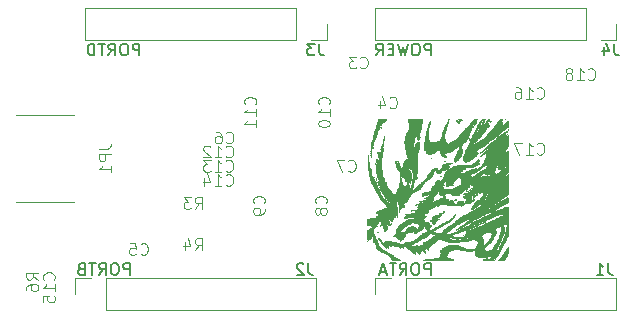
<source format=gbo>
G04 #@! TF.GenerationSoftware,KiCad,Pcbnew,5.1.6*
G04 #@! TF.CreationDate,2020-07-12T14:31:33+01:00*
G04 #@! TF.ProjectId,CY7CBreakout,43593743-4272-4656-916b-6f75742e6b69,rev?*
G04 #@! TF.SameCoordinates,PX7270e00PY7270e00*
G04 #@! TF.FileFunction,Legend,Bot*
G04 #@! TF.FilePolarity,Positive*
%FSLAX46Y46*%
G04 Gerber Fmt 4.6, Leading zero omitted, Abs format (unit mm)*
G04 Created by KiCad (PCBNEW 5.1.6) date 2020-07-12 14:31:33*
%MOMM*%
%LPD*%
G01*
G04 APERTURE LIST*
%ADD10C,0.010000*%
%ADD11C,0.100000*%
%ADD12C,0.120000*%
%ADD13C,0.150000*%
G04 APERTURE END LIST*
D10*
G04 #@! TO.C,DRG2*
G36*
X41606518Y6419410D02*
G01*
X41550999Y6343829D01*
X41486300Y6243894D01*
X41451730Y6185529D01*
X41323428Y5976096D01*
X41185313Y5779212D01*
X41050219Y5612650D01*
X40995841Y5554357D01*
X40866864Y5423529D01*
X41084903Y5424201D01*
X41302941Y5424872D01*
X41400960Y5566142D01*
X41502693Y5713157D01*
X41575570Y5822618D01*
X41624414Y5906344D01*
X41654047Y5976154D01*
X41669289Y6043867D01*
X41674964Y6121302D01*
X41675894Y6220279D01*
X41675927Y6240116D01*
X41676470Y6503879D01*
X41606518Y6419410D01*
G37*
X41606518Y6419410D02*
X41550999Y6343829D01*
X41486300Y6243894D01*
X41451730Y6185529D01*
X41323428Y5976096D01*
X41185313Y5779212D01*
X41050219Y5612650D01*
X40995841Y5554357D01*
X40866864Y5423529D01*
X41084903Y5424201D01*
X41302941Y5424872D01*
X41400960Y5566142D01*
X41502693Y5713157D01*
X41575570Y5822618D01*
X41624414Y5906344D01*
X41654047Y5976154D01*
X41669289Y6043867D01*
X41674964Y6121302D01*
X41675894Y6220279D01*
X41675927Y6240116D01*
X41676470Y6503879D01*
X41606518Y6419410D01*
G36*
X41555266Y16352483D02*
G01*
X41529756Y16337452D01*
X41456518Y16294223D01*
X41356390Y16235498D01*
X41275170Y16188061D01*
X41177867Y16128402D01*
X41095009Y16072454D01*
X41051902Y16038649D01*
X40981393Y15977541D01*
X40936774Y15942118D01*
X40859867Y15879951D01*
X40777999Y15807320D01*
X40703966Y15736465D01*
X40650567Y15679621D01*
X40630588Y15649331D01*
X40607370Y15621337D01*
X40547641Y15574868D01*
X40493367Y15538593D01*
X40401859Y15473143D01*
X40292013Y15383727D01*
X40187079Y15289305D01*
X40183741Y15286105D01*
X40096938Y15203858D01*
X40022897Y15135868D01*
X39975212Y15094570D01*
X39969844Y15090470D01*
X39855984Y15004454D01*
X39738865Y14909154D01*
X39626116Y14811701D01*
X39525364Y14719224D01*
X39444238Y14638854D01*
X39390367Y14577719D01*
X39371378Y14542950D01*
X39378369Y14537647D01*
X39428380Y14559893D01*
X39465176Y14597412D01*
X39516827Y14643964D01*
X39556556Y14657176D01*
X39604180Y14673758D01*
X39682200Y14717184D01*
X39771780Y14776706D01*
X39857637Y14836519D01*
X39923618Y14879390D01*
X39955716Y14896226D01*
X39955939Y14896235D01*
X39977413Y14878029D01*
X39961453Y14831588D01*
X39914572Y14769181D01*
X39861118Y14717641D01*
X39673795Y14557846D01*
X39529201Y14432622D01*
X39423809Y14338689D01*
X39354095Y14272768D01*
X39316535Y14231580D01*
X39307604Y14211848D01*
X39314273Y14208941D01*
X39354403Y14230673D01*
X39360868Y14239276D01*
X39399304Y14270913D01*
X39467691Y14307182D01*
X39474690Y14310231D01*
X39562841Y14358995D01*
X39651290Y14423878D01*
X39659412Y14430970D01*
X39737265Y14491350D01*
X39825149Y14546215D01*
X39907213Y14587273D01*
X39967607Y14606231D01*
X39987768Y14602741D01*
X39975767Y14580114D01*
X39923806Y14546328D01*
X39907121Y14537932D01*
X39853568Y14509552D01*
X39824971Y14478333D01*
X39814669Y14426918D01*
X39815997Y14337953D01*
X39817516Y14304565D01*
X39819136Y14195702D01*
X39809697Y14133074D01*
X39786837Y14103787D01*
X39780163Y14100687D01*
X39744796Y14056854D01*
X39734118Y13981626D01*
X39726393Y13913777D01*
X39707472Y13880830D01*
X39704235Y13880235D01*
X39677921Y13855949D01*
X39674353Y13834202D01*
X39658180Y13785045D01*
X39618800Y13711712D01*
X39569919Y13637026D01*
X39525245Y13583814D01*
X39522547Y13581412D01*
X39500121Y13546246D01*
X39467799Y13479553D01*
X39462782Y13468088D01*
X39406533Y13381982D01*
X39330810Y13312976D01*
X39330706Y13312910D01*
X39252625Y13261439D01*
X39155586Y13194869D01*
X39107776Y13161200D01*
X39033339Y13114600D01*
X38980472Y13093494D01*
X38963904Y13098053D01*
X38932125Y13117339D01*
X38910422Y13113359D01*
X38872631Y13109919D01*
X38875353Y13136221D01*
X38916870Y13179720D01*
X38919823Y13182036D01*
X38942180Y13203364D01*
X38919328Y13200084D01*
X38863854Y13179045D01*
X38790778Y13155379D01*
X38743505Y13150542D01*
X38738004Y13153133D01*
X38703223Y13151753D01*
X38634192Y13128639D01*
X38588094Y13108522D01*
X38489365Y13066288D01*
X38397500Y13033604D01*
X38370297Y13026063D01*
X38284254Y12992013D01*
X38225059Y12952874D01*
X38069617Y12844053D01*
X37912998Y12789758D01*
X37800882Y12786090D01*
X37707302Y12805188D01*
X37633883Y12835404D01*
X37588281Y12869476D01*
X37580138Y12894118D01*
X37522823Y12894118D01*
X37512628Y12865012D01*
X37509646Y12864235D01*
X37484133Y12885175D01*
X37478000Y12894118D01*
X37480369Y12921654D01*
X37491178Y12924000D01*
X37521607Y12902308D01*
X37522823Y12894118D01*
X37580138Y12894118D01*
X37578147Y12900143D01*
X37611137Y12920141D01*
X37655530Y12924000D01*
X37713377Y12934021D01*
X37747292Y12955882D01*
X37746175Y12977285D01*
X37711352Y12985865D01*
X37673477Y12989424D01*
X37691314Y13001225D01*
X37697448Y13003686D01*
X37423216Y13003686D01*
X37419114Y12985921D01*
X37403294Y12983765D01*
X37378697Y12994698D01*
X37383372Y13003686D01*
X37418836Y13007263D01*
X37423216Y13003686D01*
X37697448Y13003686D01*
X37711799Y13009443D01*
X37755035Y13039705D01*
X37762330Y13059637D01*
X37784247Y13087599D01*
X37827354Y13104641D01*
X37881720Y13127774D01*
X37898934Y13149465D01*
X37917381Y13217906D01*
X37950426Y13259088D01*
X37982019Y13259106D01*
X38053838Y13237984D01*
X38105529Y13257494D01*
X38146531Y13267432D01*
X38232843Y13279022D01*
X38350106Y13290535D01*
X38434235Y13297029D01*
X38571755Y13308412D01*
X38679411Y13324327D01*
X38774965Y13350376D01*
X38876176Y13392159D01*
X39000805Y13455275D01*
X39091647Y13504315D01*
X39172889Y13550576D01*
X39207044Y13579486D01*
X39200203Y13600966D01*
X39163996Y13622162D01*
X39110505Y13678715D01*
X39090493Y13762520D01*
X39106973Y13849413D01*
X39130887Y13887706D01*
X39158159Y13929169D01*
X39147849Y13939245D01*
X39111143Y13921096D01*
X39059222Y13877887D01*
X39045072Y13863429D01*
X38969107Y13795467D01*
X38878595Y13730655D01*
X38868039Y13724203D01*
X38777871Y13664305D01*
X38696208Y13600596D01*
X38688235Y13593498D01*
X38606920Y13533862D01*
X38527309Y13492868D01*
X38438257Y13468845D01*
X38316578Y13447491D01*
X38189399Y13432672D01*
X38083847Y13428252D01*
X38075647Y13428525D01*
X37831164Y13438318D01*
X37636668Y13443251D01*
X37482483Y13442014D01*
X37358938Y13433297D01*
X37256358Y13415793D01*
X37165071Y13388191D01*
X37075402Y13349181D01*
X36977679Y13297456D01*
X36936731Y13274370D01*
X36822045Y13209381D01*
X36716452Y13149966D01*
X36639023Y13106846D01*
X36626541Y13099999D01*
X36573230Y13061763D01*
X36558032Y13031015D01*
X36559923Y13027972D01*
X36562028Y13016129D01*
X36551632Y13020953D01*
X36504486Y13016452D01*
X36442090Y12970625D01*
X36374387Y12896341D01*
X36311322Y12806469D01*
X36262838Y12713878D01*
X36238879Y12631437D01*
X36237882Y12614914D01*
X36226587Y12559164D01*
X36198140Y12478758D01*
X36160704Y12391946D01*
X36122440Y12316978D01*
X36091508Y12272102D01*
X36082113Y12266588D01*
X36071962Y12244395D01*
X36077664Y12221765D01*
X36073216Y12183180D01*
X36051894Y12176941D01*
X36007490Y12153038D01*
X35969487Y12103255D01*
X35932701Y12055431D01*
X35902685Y12046483D01*
X35888468Y12074479D01*
X35892312Y12080391D01*
X35888237Y12112417D01*
X35862059Y12149594D01*
X35824476Y12181769D01*
X35781710Y12183974D01*
X35712131Y12158900D01*
X35594283Y12096756D01*
X35514481Y12027833D01*
X35481171Y11960360D01*
X35482795Y11935474D01*
X35506531Y11888330D01*
X35524191Y11878118D01*
X35549542Y11855009D01*
X35550588Y11846101D01*
X35525979Y11791549D01*
X35469578Y11745012D01*
X35415394Y11728706D01*
X35334105Y11707123D01*
X35259504Y11652638D01*
X35204296Y11580647D01*
X35181189Y11506545D01*
X35192611Y11458777D01*
X35202025Y11394694D01*
X35176599Y11319745D01*
X35128384Y11260114D01*
X35093051Y11242474D01*
X35033457Y11229710D01*
X34934518Y11208858D01*
X34815412Y11183953D01*
X34788588Y11178369D01*
X34604760Y11136484D01*
X34477915Y11098676D01*
X34405512Y11063709D01*
X34385005Y11030344D01*
X34413852Y10997342D01*
X34415140Y10996538D01*
X34428828Y10956699D01*
X34415687Y10923056D01*
X34403264Y10873816D01*
X34430547Y10851101D01*
X34468782Y10848892D01*
X34474823Y10859172D01*
X34502116Y10881920D01*
X34574612Y10908411D01*
X34678242Y10934754D01*
X34798933Y10957059D01*
X34857674Y10965054D01*
X34944115Y10978624D01*
X35005720Y10994156D01*
X35016757Y10999092D01*
X35022560Y10987060D01*
X35003806Y10935638D01*
X34983879Y10894068D01*
X34941892Y10824441D01*
X34906712Y10787668D01*
X34895162Y10786185D01*
X34864477Y10777587D01*
X34852422Y10757358D01*
X34812518Y10722790D01*
X34763059Y10712706D01*
X34684455Y10698295D01*
X34605239Y10666135D01*
X34562093Y10641266D01*
X34554569Y10628942D01*
X34589970Y10627054D01*
X34675596Y10633493D01*
X34708257Y10636384D01*
X34811188Y10641820D01*
X34869928Y10636672D01*
X34879486Y10625083D01*
X34838839Y10589341D01*
X34771850Y10552467D01*
X34702477Y10525378D01*
X34654678Y10518996D01*
X34650488Y10520714D01*
X34625581Y10516680D01*
X34624235Y10508562D01*
X34613060Y10492020D01*
X34573661Y10476207D01*
X34497228Y10458922D01*
X34374952Y10437963D01*
X34288059Y10424538D01*
X34216088Y10406580D01*
X34177874Y10383238D01*
X34176000Y10377468D01*
X34203671Y10363202D01*
X34281711Y10363513D01*
X34402660Y10377893D01*
X34542059Y10402447D01*
X34601655Y10404979D01*
X34624235Y10388471D01*
X34597728Y10354567D01*
X34528675Y10313971D01*
X34432775Y10273375D01*
X34325729Y10239468D01*
X34227716Y10219507D01*
X34148517Y10204228D01*
X34104180Y10185869D01*
X34100544Y10176037D01*
X34090551Y10146720D01*
X34064607Y10131524D01*
X34031909Y10110421D01*
X34052769Y10087464D01*
X34071274Y10060663D01*
X34044996Y10019975D01*
X34025681Y10001097D01*
X33978194Y9936018D01*
X33988493Y9884470D01*
X34055846Y9847833D01*
X34113675Y9835052D01*
X34202970Y9812852D01*
X34236984Y9785798D01*
X34219734Y9756466D01*
X34155240Y9727434D01*
X34047519Y9701278D01*
X33900592Y9680577D01*
X33867857Y9677408D01*
X33742723Y9663509D01*
X33648848Y9648208D01*
X33591959Y9633528D01*
X33577785Y9621494D01*
X33612056Y9614130D01*
X33685858Y9613100D01*
X33812946Y9607997D01*
X33885612Y9585738D01*
X33907059Y9548770D01*
X33881692Y9524027D01*
X33829636Y9504459D01*
X33772726Y9475510D01*
X33768933Y9441455D01*
X33757074Y9407485D01*
X33690071Y9391315D01*
X33569972Y9393387D01*
X33553379Y9394767D01*
X33483733Y9388653D01*
X33448791Y9373312D01*
X33401687Y9355503D01*
X33314427Y9336768D01*
X33206482Y9320215D01*
X33097325Y9308951D01*
X33025906Y9305840D01*
X32988658Y9300043D01*
X33006692Y9280761D01*
X33031214Y9237051D01*
X33021690Y9179549D01*
X32986671Y9136385D01*
X32960554Y9128941D01*
X32928551Y9110171D01*
X32932343Y9082566D01*
X32934431Y9051719D01*
X32920599Y9054447D01*
X32894965Y9047890D01*
X32891059Y9028308D01*
X32915747Y8985110D01*
X32979679Y8970028D01*
X33067658Y8986521D01*
X33070353Y8987483D01*
X33158434Y9011358D01*
X33234706Y9024136D01*
X33319087Y9034885D01*
X33427656Y9050801D01*
X33473765Y9058107D01*
X33587415Y9071993D01*
X33710456Y9079759D01*
X33828595Y9081497D01*
X33927538Y9077296D01*
X33992991Y9067246D01*
X34011647Y9054717D01*
X33985426Y9031863D01*
X33919992Y9008651D01*
X33894458Y9002680D01*
X33811306Y8980913D01*
X33752561Y8957581D01*
X33745046Y8952677D01*
X33700686Y8936880D01*
X33615137Y8919982D01*
X33506789Y8905606D01*
X33505117Y8905432D01*
X33364972Y8887985D01*
X33259070Y8864443D01*
X33164167Y8826540D01*
X33057021Y8766011D01*
X32985152Y8720532D01*
X32861520Y8641284D01*
X32724978Y8554367D01*
X32645824Y8504295D01*
X32559616Y8446757D01*
X32497862Y8399431D01*
X32474000Y8372679D01*
X32453552Y8340442D01*
X32401725Y8281061D01*
X32342568Y8220239D01*
X32245614Y8106795D01*
X32199089Y7999389D01*
X32198149Y7881322D01*
X32218871Y7793660D01*
X32240626Y7714495D01*
X32241293Y7676794D01*
X32218743Y7665346D01*
X32200840Y7664706D01*
X32153879Y7652543D01*
X32144000Y7636958D01*
X32124940Y7596347D01*
X32091706Y7556453D01*
X32056570Y7518805D01*
X32064175Y7513762D01*
X32091706Y7523499D01*
X32128858Y7526709D01*
X32142817Y7488898D01*
X32144000Y7454153D01*
X32173140Y7351920D01*
X32241118Y7259863D01*
X32338235Y7154722D01*
X32532470Y7186165D01*
X32638134Y7203034D01*
X32722371Y7216054D01*
X32764059Y7222020D01*
X32799308Y7242031D01*
X32780680Y7284452D01*
X32771885Y7293809D01*
X32767452Y7319247D01*
X32802067Y7327833D01*
X32872109Y7352200D01*
X32908709Y7379264D01*
X32954874Y7410734D01*
X32978997Y7411762D01*
X32996732Y7418767D01*
X32993670Y7465215D01*
X32983014Y7500353D01*
X32980706Y7500353D01*
X32965765Y7485412D01*
X32950823Y7500353D01*
X32965765Y7515294D01*
X32980706Y7500353D01*
X32983014Y7500353D01*
X32972347Y7535524D01*
X32950869Y7584669D01*
X32925696Y7646793D01*
X32932738Y7680502D01*
X32952522Y7696271D01*
X33020850Y7721265D01*
X33046178Y7724013D01*
X33101056Y7741260D01*
X33116479Y7756461D01*
X33160005Y7774220D01*
X33247036Y7769662D01*
X33256495Y7768137D01*
X33326809Y7761110D01*
X33360995Y7767529D01*
X33361062Y7773499D01*
X33377079Y7791026D01*
X33436115Y7803757D01*
X33462664Y7806021D01*
X33556386Y7819027D01*
X33633677Y7842039D01*
X33642121Y7846143D01*
X33701649Y7863960D01*
X33738443Y7843033D01*
X33756367Y7808332D01*
X33735235Y7792951D01*
X33700527Y7760519D01*
X33697882Y7748043D01*
X33722545Y7730280D01*
X33784176Y7730951D01*
X33864242Y7746325D01*
X33944206Y7772674D01*
X34005534Y7806270D01*
X34011311Y7811101D01*
X34073477Y7855222D01*
X34164293Y7907230D01*
X34215761Y7932968D01*
X34300149Y7978704D01*
X34359588Y8021917D01*
X34375840Y8042067D01*
X34411969Y8079280D01*
X34429122Y8083059D01*
X34455835Y8110869D01*
X34466575Y8189074D01*
X34466674Y8199648D01*
X34458888Y8282718D01*
X34428275Y8329394D01*
X34392942Y8349832D01*
X34311374Y8367939D01*
X34218282Y8364492D01*
X34217722Y8364388D01*
X34147140Y8343047D01*
X34118841Y8304532D01*
X34114890Y8266498D01*
X34095690Y8201548D01*
X34035677Y8124515D01*
X33961699Y8054824D01*
X33809855Y7922001D01*
X33861275Y8021436D01*
X33889277Y8105328D01*
X33868372Y8155281D01*
X33799631Y8172248D01*
X33757244Y8192861D01*
X33710149Y8235425D01*
X33639901Y8278868D01*
X33539940Y8282775D01*
X33405289Y8246637D01*
X33273682Y8190654D01*
X33142360Y8113345D01*
X33042608Y8013538D01*
X33006405Y7963685D01*
X32932660Y7868612D01*
X32870024Y7821144D01*
X32831294Y7811861D01*
X32733987Y7810771D01*
X32635415Y7815547D01*
X32557468Y7824624D01*
X32524919Y7833772D01*
X32520850Y7866536D01*
X32546064Y7925278D01*
X32588928Y7992411D01*
X32637809Y8050352D01*
X32681074Y8081513D01*
X32689825Y8083059D01*
X32723848Y8101838D01*
X32784879Y8150064D01*
X32832244Y8192121D01*
X32988620Y8324215D01*
X33118953Y8406298D01*
X33226607Y8440384D01*
X33248999Y8441647D01*
X33324869Y8456115D01*
X33358797Y8487584D01*
X33396301Y8528489D01*
X33466261Y8570622D01*
X33482317Y8577765D01*
X33555800Y8601727D01*
X33631084Y8606682D01*
X33732475Y8593370D01*
X33768774Y8586486D01*
X33885044Y8555752D01*
X33992592Y8514365D01*
X34046218Y8485218D01*
X34137920Y8441046D01*
X34219118Y8432881D01*
X34276024Y8459218D01*
X34295072Y8512366D01*
X34290127Y8553598D01*
X34271954Y8540011D01*
X34266814Y8532159D01*
X34234304Y8504172D01*
X34219456Y8507760D01*
X34213977Y8546895D01*
X34219595Y8559188D01*
X34264706Y8590688D01*
X34331681Y8571903D01*
X34422383Y8501832D01*
X34525188Y8394829D01*
X34630142Y8272939D01*
X34692656Y8192162D01*
X34713109Y8151919D01*
X34691880Y8151629D01*
X34680406Y8157562D01*
X34675181Y8153453D01*
X34706894Y8117727D01*
X34741121Y8084292D01*
X34803347Y8015256D01*
X34815400Y7973745D01*
X34808907Y7966853D01*
X34786782Y7924198D01*
X34787423Y7879930D01*
X34784700Y7828429D01*
X34741008Y7814121D01*
X34739914Y7814118D01*
X34670800Y7793805D01*
X34614178Y7746100D01*
X34594353Y7697462D01*
X34572669Y7681043D01*
X34516926Y7695622D01*
X34458762Y7710350D01*
X34431555Y7688616D01*
X34423794Y7665001D01*
X34401332Y7616428D01*
X34384489Y7604941D01*
X34372282Y7580905D01*
X34377408Y7541774D01*
X34381314Y7496425D01*
X34348027Y7493569D01*
X34332328Y7498158D01*
X34270329Y7505571D01*
X34199543Y7498874D01*
X34142867Y7482241D01*
X34123152Y7460011D01*
X34112059Y7396184D01*
X34061384Y7325417D01*
X33987144Y7262703D01*
X33905352Y7223034D01*
X33863011Y7216470D01*
X33818776Y7192471D01*
X33807124Y7172997D01*
X33769030Y7130640D01*
X33697091Y7083551D01*
X33612978Y7042657D01*
X33538358Y7018884D01*
X33501540Y7018909D01*
X33453661Y7010908D01*
X33436389Y6991781D01*
X33393173Y6960441D01*
X33316622Y6937170D01*
X33296984Y6934094D01*
X33219223Y6920958D01*
X33170828Y6906873D01*
X33166077Y6903802D01*
X33133870Y6907086D01*
X33105596Y6925377D01*
X33065965Y6946936D01*
X33048622Y6926796D01*
X33015670Y6904363D01*
X32992494Y6908051D01*
X32958563Y6905467D01*
X32957072Y6885735D01*
X32939664Y6848947D01*
X32906000Y6833756D01*
X32837949Y6807209D01*
X32770599Y6767369D01*
X32704958Y6732674D01*
X32650530Y6739788D01*
X32636129Y6747263D01*
X32561411Y6779343D01*
X32519875Y6790059D01*
X32454669Y6810553D01*
X32430228Y6824840D01*
X32371350Y6850612D01*
X32257249Y6877564D01*
X32085725Y6906211D01*
X32076577Y6907555D01*
X31999575Y6924691D01*
X31951908Y6946194D01*
X31947814Y6950686D01*
X31907547Y6972955D01*
X31872244Y6977412D01*
X31803013Y6993488D01*
X31742730Y7023580D01*
X31671991Y7051018D01*
X31577738Y7064157D01*
X31477118Y7063932D01*
X31387280Y7051279D01*
X31325372Y7027134D01*
X31307476Y6999823D01*
X31287270Y6955585D01*
X31264484Y6947529D01*
X31221969Y6922628D01*
X31202550Y6887274D01*
X31187414Y6849445D01*
X31164678Y6845049D01*
X31116597Y6874675D01*
X31093747Y6890877D01*
X31017397Y6964291D01*
X30957133Y7053196D01*
X30955911Y7055720D01*
X30916192Y7121470D01*
X30879331Y7155432D01*
X30873262Y7156706D01*
X30836774Y7181022D01*
X30804731Y7231412D01*
X30770394Y7286332D01*
X30741934Y7306118D01*
X30700047Y7286817D01*
X30699517Y7232150D01*
X30737491Y7146970D01*
X30811119Y7036131D01*
X30917550Y6904484D01*
X31053933Y6756883D01*
X31080322Y6730120D01*
X31186358Y6624450D01*
X31276838Y6535952D01*
X31343749Y6472340D01*
X31379075Y6441325D01*
X31382282Y6439529D01*
X31384715Y6462060D01*
X31377865Y6484353D01*
X31384051Y6519295D01*
X31420658Y6529659D01*
X31461964Y6511347D01*
X31471647Y6499294D01*
X31514472Y6472738D01*
X31538766Y6469412D01*
X31559742Y6480085D01*
X31539441Y6516751D01*
X31499700Y6560968D01*
X31453555Y6615202D01*
X31450556Y6635489D01*
X31464227Y6632477D01*
X31507399Y6631037D01*
X31516470Y6660450D01*
X31538641Y6699240D01*
X31593486Y6705125D01*
X31663503Y6677667D01*
X31682583Y6664597D01*
X31747668Y6624882D01*
X31779858Y6631358D01*
X31785412Y6660450D01*
X31807511Y6708180D01*
X31860749Y6721744D01*
X31925531Y6698570D01*
X31946939Y6681648D01*
X32019536Y6631542D01*
X32097871Y6602513D01*
X32161953Y6599987D01*
X32187327Y6616402D01*
X32236076Y6647112D01*
X32305357Y6632870D01*
X32380316Y6576888D01*
X32382948Y6574118D01*
X32433392Y6528126D01*
X32465435Y6512910D01*
X32467584Y6514094D01*
X32499123Y6510121D01*
X32527845Y6491564D01*
X32560377Y6470528D01*
X32558161Y6495249D01*
X32554730Y6504717D01*
X32558980Y6540090D01*
X32605108Y6542814D01*
X32685050Y6513062D01*
X32707861Y6501383D01*
X32769558Y6473714D01*
X32795855Y6485387D01*
X32801411Y6543098D01*
X32801412Y6544118D01*
X32818459Y6604191D01*
X32867443Y6616676D01*
X32945126Y6582299D01*
X33048268Y6501789D01*
X33067261Y6484353D01*
X33145043Y6415525D01*
X33207857Y6367041D01*
X33240626Y6349882D01*
X33276339Y6331586D01*
X33342797Y6283380D01*
X33426278Y6215293D01*
X33434844Y6207941D01*
X33590799Y6075165D01*
X33705696Y5981325D01*
X33782049Y5924451D01*
X33822375Y5902573D01*
X33825283Y5902191D01*
X33829560Y5925894D01*
X33812411Y5985728D01*
X33803070Y6009410D01*
X33774103Y6098685D01*
X33783867Y6148594D01*
X33836782Y6168706D01*
X33877532Y6170588D01*
X33947242Y6155277D01*
X34015567Y6102194D01*
X34060064Y6051059D01*
X34118314Y5983070D01*
X34162353Y5939772D01*
X34176335Y5931529D01*
X34186407Y5958370D01*
X34190222Y6027116D01*
X34188796Y6083291D01*
X34185293Y6171620D01*
X34190360Y6210038D01*
X34209494Y6208317D01*
X34243422Y6180409D01*
X34280626Y6152979D01*
X34284630Y6161947D01*
X34283961Y6163118D01*
X34280821Y6195894D01*
X34292828Y6200470D01*
X34310782Y6222303D01*
X34306336Y6245294D01*
X34302034Y6285959D01*
X34331621Y6286962D01*
X34387791Y6251939D01*
X34463239Y6184529D01*
X34495548Y6151068D01*
X34576572Y6072064D01*
X34629778Y6037046D01*
X34651994Y6046583D01*
X34640044Y6101247D01*
X34629089Y6127044D01*
X34595161Y6243319D01*
X34604066Y6333190D01*
X34648257Y6389192D01*
X34720188Y6403860D01*
X34812312Y6369730D01*
X34848702Y6344269D01*
X34931816Y6278891D01*
X34911142Y6389093D01*
X34902166Y6463100D01*
X34914993Y6494685D01*
X34936646Y6499294D01*
X34977289Y6513974D01*
X34982823Y6527163D01*
X35007538Y6557301D01*
X35044342Y6574557D01*
X35096635Y6606512D01*
X35169418Y6669437D01*
X35231107Y6732676D01*
X35365656Y6876913D01*
X35473538Y6982748D01*
X35551422Y7047111D01*
X35593919Y7067059D01*
X35634895Y7086498D01*
X35697511Y7135544D01*
X35726483Y7162474D01*
X35791307Y7219921D01*
X35835567Y7238391D01*
X35877041Y7224755D01*
X35881162Y7222239D01*
X35945964Y7193155D01*
X35981305Y7186588D01*
X36027991Y7173451D01*
X36109742Y7138939D01*
X36209215Y7090403D01*
X36213299Y7088283D01*
X36457235Y6987425D01*
X36721101Y6930281D01*
X37011899Y6916133D01*
X37336632Y6944266D01*
X37448118Y6961952D01*
X37587381Y6985460D01*
X37721720Y7006895D01*
X37827832Y7022572D01*
X37851529Y7025710D01*
X38147259Y7068728D01*
X38480830Y7127538D01*
X38532869Y7137512D01*
X38650183Y7158313D01*
X38732926Y7164779D01*
X38804816Y7155780D01*
X38889568Y7130186D01*
X38921340Y7118999D01*
X39015451Y7081684D01*
X39085432Y7047017D01*
X39111947Y7026953D01*
X39123014Y6968746D01*
X39114631Y6870512D01*
X39088440Y6748140D01*
X39080052Y6718190D01*
X39065746Y6648695D01*
X39068372Y6607517D01*
X39069476Y6606132D01*
X39058790Y6592791D01*
X39021921Y6588941D01*
X38970724Y6577133D01*
X38957176Y6558638D01*
X38936913Y6521439D01*
X38885927Y6463589D01*
X38860059Y6438586D01*
X38780786Y6378337D01*
X38711675Y6360505D01*
X38680765Y6363555D01*
X38620697Y6364747D01*
X38598588Y6347112D01*
X38569957Y6331011D01*
X38488017Y6323415D01*
X38369995Y6324467D01*
X38242931Y6332385D01*
X38154727Y6348432D01*
X38084534Y6378187D01*
X38026097Y6416506D01*
X37923170Y6474784D01*
X37802429Y6521386D01*
X37761196Y6532115D01*
X37665988Y6558802D01*
X37591776Y6590665D01*
X37569346Y6606452D01*
X37511325Y6633696D01*
X37416340Y6647818D01*
X37383017Y6648741D01*
X37277062Y6654715D01*
X37143556Y6670257D01*
X37025059Y6689566D01*
X36914864Y6706511D01*
X36825279Y6712879D01*
X36774404Y6707462D01*
X36772485Y6706444D01*
X36722622Y6694170D01*
X36707360Y6698869D01*
X36666222Y6697768D01*
X36597799Y6675898D01*
X36523962Y6642877D01*
X36466579Y6608322D01*
X36447059Y6584403D01*
X36422085Y6563551D01*
X36389428Y6559059D01*
X36320916Y6538739D01*
X36286975Y6514235D01*
X36242679Y6477885D01*
X36223082Y6469412D01*
X36180058Y6451477D01*
X36121421Y6408019D01*
X36064114Y6354559D01*
X36025082Y6306615D01*
X36018673Y6282176D01*
X36018606Y6265179D01*
X36005505Y6271047D01*
X35964003Y6268413D01*
X35949459Y6253252D01*
X35919456Y6173177D01*
X35926784Y6103859D01*
X35953918Y6073219D01*
X35983066Y6035791D01*
X35979063Y6013378D01*
X35955598Y5940591D01*
X35963931Y5870019D01*
X36000585Y5826648D01*
X36005305Y5824884D01*
X36052007Y5797651D01*
X36062323Y5780104D01*
X36068577Y5698226D01*
X36053981Y5660801D01*
X36012169Y5654299D01*
X36003524Y5655114D01*
X35923165Y5648389D01*
X35879686Y5632916D01*
X35807305Y5608147D01*
X35688266Y5583005D01*
X35535630Y5559473D01*
X35362458Y5539532D01*
X35181810Y5525166D01*
X35162118Y5524015D01*
X35036780Y5513700D01*
X34928075Y5498898D01*
X34854826Y5482345D01*
X34842898Y5477605D01*
X34775537Y5458545D01*
X34735600Y5461617D01*
X34675033Y5461405D01*
X34651408Y5451105D01*
X34669895Y5444653D01*
X34743911Y5438896D01*
X34869222Y5433933D01*
X35041593Y5429862D01*
X35256792Y5426783D01*
X35510585Y5424793D01*
X35798738Y5423993D01*
X35812059Y5423987D01*
X36073591Y5424177D01*
X36315537Y5424913D01*
X36531590Y5426134D01*
X36715444Y5427777D01*
X36860794Y5429783D01*
X36961333Y5432089D01*
X37010755Y5434636D01*
X37014823Y5435631D01*
X36990062Y5461677D01*
X36927894Y5500509D01*
X36846490Y5542938D01*
X36764023Y5579778D01*
X36698665Y5601844D01*
X36680796Y5604493D01*
X36626206Y5613464D01*
X36554628Y5634457D01*
X36518653Y5647647D01*
X36148235Y5647647D01*
X36133294Y5632706D01*
X36118353Y5647647D01*
X36133294Y5662588D01*
X36148235Y5647647D01*
X36518653Y5647647D01*
X36480684Y5661568D01*
X36418997Y5688894D01*
X36384191Y5710531D01*
X36390887Y5720576D01*
X36393001Y5720683D01*
X36440251Y5731831D01*
X36468611Y5771610D01*
X36489079Y5855502D01*
X36489187Y5856097D01*
X36498749Y5878909D01*
X36075510Y5878909D01*
X36046137Y5874124D01*
X36007379Y5879618D01*
X36006917Y5889819D01*
X36046911Y5896952D01*
X36064191Y5892178D01*
X36075510Y5878909D01*
X36498749Y5878909D01*
X36535762Y5967204D01*
X36629637Y6080677D01*
X36722711Y6155647D01*
X35998823Y6155647D01*
X35983882Y6140706D01*
X35968941Y6155647D01*
X35983882Y6170588D01*
X35998823Y6155647D01*
X36722711Y6155647D01*
X36759849Y6185561D01*
X36895294Y6261829D01*
X36985671Y6304531D01*
X37059908Y6340851D01*
X37081873Y6352160D01*
X37164922Y6375349D01*
X37281247Y6382928D01*
X37406609Y6375546D01*
X37516774Y6353849D01*
X37555095Y6339513D01*
X37735370Y6272980D01*
X37945661Y6224001D01*
X38169453Y6193969D01*
X38390229Y6184273D01*
X38591475Y6196305D01*
X38756676Y6231456D01*
X38772425Y6236973D01*
X38865754Y6262677D01*
X38913381Y6251159D01*
X38918764Y6199187D01*
X38893806Y6123447D01*
X38870817Y6053179D01*
X38865807Y6006380D01*
X38865846Y6006235D01*
X38878451Y5948478D01*
X38878827Y5946268D01*
X38916851Y5868680D01*
X38997918Y5787668D01*
X39091204Y5726401D01*
X39215494Y5684191D01*
X39376983Y5663810D01*
X39557567Y5664431D01*
X39739141Y5685228D01*
X39903600Y5725374D01*
X40005710Y5768160D01*
X40077096Y5792595D01*
X40114311Y5778442D01*
X40151110Y5771742D01*
X40196602Y5816952D01*
X40247651Y5886706D01*
X40227929Y5819470D01*
X40224478Y5764079D01*
X40246080Y5752235D01*
X40268546Y5743518D01*
X40248094Y5716376D01*
X40216658Y5656568D01*
X40212235Y5625990D01*
X40186041Y5577992D01*
X40120404Y5532352D01*
X40034740Y5501785D01*
X40018000Y5498761D01*
X39955814Y5510018D01*
X39902029Y5548608D01*
X39883529Y5588934D01*
X39874053Y5628103D01*
X39866454Y5632706D01*
X39828277Y5610921D01*
X39786125Y5563879D01*
X39764161Y5519047D01*
X39764000Y5516249D01*
X39742685Y5496762D01*
X39724946Y5500156D01*
X39673590Y5498907D01*
X39597534Y5476506D01*
X39583004Y5470506D01*
X39549261Y5454380D01*
X39537918Y5442647D01*
X39555449Y5434585D01*
X39608327Y5429470D01*
X39703026Y5426582D01*
X39846018Y5425196D01*
X39993530Y5424699D01*
X40506942Y5423529D01*
X40668602Y5655118D01*
X40749736Y5775519D01*
X40825719Y5895486D01*
X40883823Y5994689D01*
X40897798Y6021176D01*
X40933731Y6092697D01*
X40967374Y6159579D01*
X41004776Y6233823D01*
X41051985Y6327429D01*
X41115049Y6452397D01*
X41183972Y6588941D01*
X41257099Y6735876D01*
X41335361Y6896402D01*
X41404138Y7040467D01*
X41416587Y7067059D01*
X41476702Y7188113D01*
X41539415Y7301619D01*
X41592462Y7385553D01*
X41598727Y7394100D01*
X41676470Y7497023D01*
X41676470Y8258829D01*
X41556941Y8258829D01*
X41551043Y8136794D01*
X41535635Y8025352D01*
X41515625Y7953104D01*
X41486612Y7874679D01*
X41451947Y7763599D01*
X41422566Y7656890D01*
X41393203Y7553905D01*
X41365332Y7475732D01*
X41344838Y7438807D01*
X41344353Y7438480D01*
X41320544Y7397609D01*
X41317882Y7375766D01*
X41305336Y7333568D01*
X41270811Y7248618D01*
X41218981Y7131660D01*
X41154519Y6993434D01*
X41123647Y6929243D01*
X41055393Y6786771D01*
X40997633Y6662670D01*
X40954983Y6567139D01*
X40932060Y6510378D01*
X40929412Y6500163D01*
X40914755Y6446183D01*
X40878721Y6372717D01*
X40833217Y6299385D01*
X40790146Y6245808D01*
X40765701Y6230353D01*
X40715289Y6251271D01*
X40692985Y6272005D01*
X40675878Y6315277D01*
X40687657Y6382022D01*
X40707512Y6436358D01*
X40742681Y6510596D01*
X40773912Y6554218D01*
X40783245Y6559059D01*
X40806892Y6583310D01*
X40809882Y6603882D01*
X40822120Y6643701D01*
X40832453Y6648706D01*
X40856686Y6676096D01*
X40889208Y6751077D01*
X40925494Y6862863D01*
X40932226Y6886598D01*
X40960927Y6942894D01*
X40992807Y6985229D01*
X41028204Y7040045D01*
X41074653Y7131194D01*
X41122172Y7239068D01*
X41122713Y7240395D01*
X41166965Y7348778D01*
X41205236Y7441841D01*
X41229363Y7499735D01*
X41229625Y7500353D01*
X41272683Y7628838D01*
X41304531Y7777431D01*
X41323689Y7930038D01*
X41328544Y8066838D01*
X41072645Y8066838D01*
X41070142Y8025250D01*
X41061289Y7916980D01*
X41051234Y7829013D01*
X41043057Y7784235D01*
X41026807Y7729290D01*
X41002213Y7643457D01*
X40991339Y7604941D01*
X40955140Y7494547D01*
X40907302Y7370891D01*
X40885703Y7321059D01*
X40831672Y7202090D01*
X40774818Y7076933D01*
X40754561Y7032348D01*
X40713986Y6950881D01*
X40679863Y6895792D01*
X40666990Y6882937D01*
X40641931Y6854641D01*
X40593989Y6786576D01*
X40531018Y6690225D01*
X40486338Y6618823D01*
X40390732Y6465980D01*
X40318432Y6358117D01*
X40263119Y6288311D01*
X40218472Y6249638D01*
X40178172Y6235172D01*
X40138312Y6237517D01*
X40089011Y6239935D01*
X40079763Y6227119D01*
X40059260Y6219071D01*
X39995242Y6215833D01*
X39903709Y6216785D01*
X39800664Y6221308D01*
X39702108Y6228779D01*
X39624044Y6238578D01*
X39591398Y6246061D01*
X39580781Y6276260D01*
X39592258Y6305059D01*
X39196235Y6305059D01*
X39181294Y6290118D01*
X39166353Y6305059D01*
X39181294Y6320000D01*
X39196235Y6305059D01*
X39592258Y6305059D01*
X39606219Y6340091D01*
X39662058Y6428383D01*
X39742648Y6531963D01*
X39822518Y6621118D01*
X39887487Y6693187D01*
X39931331Y6749045D01*
X39943294Y6771947D01*
X39969235Y6793736D01*
X40034208Y6819599D01*
X40062823Y6828000D01*
X40137501Y6857123D01*
X40179137Y6890965D01*
X40182353Y6901367D01*
X40205735Y6950662D01*
X40219706Y6960312D01*
X40226103Y6969891D01*
X40194804Y6966902D01*
X40145566Y6971609D01*
X40132549Y6990469D01*
X40157358Y7021764D01*
X40185319Y7029184D01*
X40265521Y7055601D01*
X40351948Y7111943D01*
X40416580Y7179154D01*
X40424054Y7191525D01*
X40426089Y7201529D01*
X40391529Y7201529D01*
X40376588Y7186588D01*
X40361647Y7201529D01*
X40376588Y7216470D01*
X40391529Y7201529D01*
X40426089Y7201529D01*
X40435836Y7249422D01*
X40402563Y7299352D01*
X40368176Y7338552D01*
X40377566Y7354973D01*
X40401134Y7360603D01*
X40444284Y7381284D01*
X40451294Y7395423D01*
X40460100Y7410706D01*
X40421412Y7410706D01*
X40406470Y7395765D01*
X40391529Y7410706D01*
X40406470Y7425647D01*
X40421412Y7410706D01*
X40460100Y7410706D01*
X40471209Y7429985D01*
X40520951Y7485691D01*
X40540941Y7505193D01*
X40590020Y7556973D01*
X40615986Y7606739D01*
X40291014Y7606739D01*
X40272822Y7534348D01*
X40254514Y7479230D01*
X40217794Y7385514D01*
X40181510Y7313870D01*
X40162496Y7288682D01*
X40125211Y7243901D01*
X40075938Y7169464D01*
X40056447Y7136505D01*
X40000473Y7049089D01*
X39932631Y6958056D01*
X39864258Y6876897D01*
X39806690Y6819100D01*
X39772101Y6798118D01*
X39739693Y6775688D01*
X39711170Y6738353D01*
X39666697Y6686344D01*
X39627922Y6691528D01*
X39597904Y6730882D01*
X39581725Y6785360D01*
X39568087Y6880088D01*
X39559716Y6995550D01*
X39559280Y7007294D01*
X39544508Y7162628D01*
X39513824Y7291720D01*
X39470947Y7384902D01*
X39419597Y7432504D01*
X39394200Y7436438D01*
X39350381Y7447499D01*
X39347432Y7483370D01*
X39379869Y7531139D01*
X39442207Y7577893D01*
X39457706Y7585949D01*
X39555205Y7634182D01*
X39667265Y7690890D01*
X39706430Y7711032D01*
X39818541Y7757336D01*
X39950413Y7795780D01*
X40015246Y7808747D01*
X40114411Y7821829D01*
X40170032Y7820485D01*
X40196950Y7803053D01*
X40204358Y7787577D01*
X40237705Y7725187D01*
X40265066Y7688407D01*
X40288118Y7651935D01*
X40291014Y7606739D01*
X40615986Y7606739D01*
X40616692Y7608091D01*
X40627359Y7678944D01*
X40628488Y7784138D01*
X40623925Y7895030D01*
X40620165Y7931014D01*
X39815223Y7931014D01*
X39773375Y7888807D01*
X39765357Y7881353D01*
X39694410Y7833844D01*
X39625658Y7814118D01*
X39563662Y7800817D01*
X39537820Y7780899D01*
X39497119Y7747616D01*
X39420969Y7706499D01*
X39328997Y7665866D01*
X39240830Y7634033D01*
X39176094Y7619318D01*
X39159561Y7620597D01*
X39113464Y7615854D01*
X39035466Y7588411D01*
X38974524Y7560156D01*
X38857855Y7508686D01*
X38772236Y7487071D01*
X38740074Y7493571D01*
X38687778Y7493571D01*
X38661849Y7447175D01*
X38593906Y7398469D01*
X38500275Y7358115D01*
X38465006Y7348073D01*
X38373810Y7316519D01*
X38285711Y7274048D01*
X38188387Y7232728D01*
X38058570Y7196083D01*
X37921990Y7169746D01*
X37804376Y7159353D01*
X37768908Y7160868D01*
X37693890Y7159061D01*
X37648303Y7145442D01*
X37592367Y7125172D01*
X37497969Y7103658D01*
X37386191Y7084817D01*
X37278112Y7072566D01*
X37245369Y7070573D01*
X37177684Y7078238D01*
X37074098Y7101714D01*
X36954832Y7136278D01*
X36931604Y7143864D01*
X36800891Y7195134D01*
X36682639Y7255374D01*
X36585731Y7318137D01*
X36548556Y7350941D01*
X35401176Y7350941D01*
X35386235Y7336000D01*
X35371294Y7350941D01*
X35386235Y7365882D01*
X35401176Y7350941D01*
X36548556Y7350941D01*
X36519053Y7376974D01*
X36491487Y7425436D01*
X36505103Y7453440D01*
X36558013Y7460806D01*
X36579809Y7443303D01*
X36634813Y7406967D01*
X36733137Y7368107D01*
X36858777Y7331441D01*
X36995729Y7301682D01*
X37119412Y7284321D01*
X37218123Y7270480D01*
X37291312Y7251794D01*
X37318978Y7236184D01*
X37361180Y7220422D01*
X37408625Y7234533D01*
X37495546Y7256367D01*
X37552706Y7259064D01*
X37696813Y7250562D01*
X37800822Y7248369D01*
X37884088Y7252686D01*
X37963588Y7263322D01*
X38040950Y7280681D01*
X38085948Y7299869D01*
X38090588Y7306661D01*
X38116508Y7327147D01*
X38179713Y7346971D01*
X38187706Y7348646D01*
X38313324Y7374342D01*
X38391193Y7392268D01*
X38432317Y7405605D01*
X38447698Y7417535D01*
X38449176Y7424242D01*
X38463703Y7440588D01*
X38030823Y7440588D01*
X38015882Y7425647D01*
X38000941Y7440588D01*
X38015882Y7455529D01*
X38030823Y7440588D01*
X38463703Y7440588D01*
X38473178Y7451248D01*
X38521906Y7479074D01*
X38580971Y7497219D01*
X38608442Y7478347D01*
X38609278Y7476400D01*
X38630847Y7460137D01*
X38655620Y7485412D01*
X38681955Y7509595D01*
X38687778Y7493571D01*
X38740074Y7493571D01*
X38725037Y7496610D01*
X38718118Y7514941D01*
X38744530Y7537626D01*
X38810541Y7558478D01*
X38837647Y7563584D01*
X38912354Y7581285D01*
X38954043Y7602337D01*
X38957176Y7608760D01*
X38981463Y7631842D01*
X39002405Y7634823D01*
X39067045Y7648370D01*
X39099523Y7662220D01*
X39283171Y7756459D01*
X39449774Y7836744D01*
X39591100Y7899472D01*
X39698918Y7941037D01*
X39764997Y7957834D01*
X39774251Y7957710D01*
X39814950Y7949128D01*
X39815223Y7931014D01*
X40620165Y7931014D01*
X40614163Y7988445D01*
X40603311Y8037531D01*
X40598264Y8070658D01*
X40618599Y8100951D01*
X40673942Y8136362D01*
X40773913Y8184842D01*
X40791146Y8192728D01*
X40919285Y8246513D01*
X41003625Y8265546D01*
X41052047Y8245098D01*
X41072427Y8180438D01*
X41072645Y8066838D01*
X41328544Y8066838D01*
X41328677Y8070566D01*
X41318015Y8182923D01*
X41297721Y8240917D01*
X41270778Y8330636D01*
X41282201Y8374130D01*
X40779079Y8374130D01*
X40778145Y8371377D01*
X40739067Y8340418D01*
X40667364Y8291851D01*
X40578614Y8235311D01*
X40488396Y8180435D01*
X40412291Y8136858D01*
X40365876Y8114217D01*
X40360313Y8112941D01*
X40317434Y8101374D01*
X40242822Y8072139D01*
X40204439Y8055240D01*
X40074354Y8001951D01*
X39970764Y7975347D01*
X39898470Y7969018D01*
X39864277Y7971542D01*
X39881798Y7985894D01*
X39913412Y8000487D01*
X39996083Y8036988D01*
X40081358Y8074735D01*
X40165799Y8105306D01*
X40238111Y8120855D01*
X40238241Y8120865D01*
X40288960Y8132239D01*
X40301882Y8144650D01*
X40326339Y8164187D01*
X40386842Y8196904D01*
X40464097Y8233425D01*
X40538805Y8264372D01*
X40570823Y8275325D01*
X40604491Y8290837D01*
X40669646Y8323848D01*
X40690353Y8334641D01*
X40751434Y8364663D01*
X40779079Y8374130D01*
X41282201Y8374130D01*
X41292321Y8412656D01*
X41351475Y8472328D01*
X41437369Y8495006D01*
X41482018Y8489195D01*
X41521109Y8475536D01*
X41543538Y8449693D01*
X41553910Y8397509D01*
X41556828Y8304827D01*
X41556941Y8258829D01*
X41676470Y8258829D01*
X41676470Y8874941D01*
X41616706Y8874941D01*
X41601765Y8860000D01*
X41586823Y8874941D01*
X41601765Y8889882D01*
X41616706Y8874941D01*
X41676470Y8874941D01*
X41676470Y9351140D01*
X41504273Y9351140D01*
X41500912Y9349502D01*
X41448771Y9314506D01*
X41403794Y9274618D01*
X41345575Y9232000D01*
X41303515Y9218588D01*
X41259812Y9206119D01*
X41176531Y9172876D01*
X41067400Y9125108D01*
X40946149Y9069060D01*
X40826508Y9010982D01*
X40722204Y8957120D01*
X40690353Y8939570D01*
X40570865Y8875670D01*
X40458438Y8821716D01*
X40367920Y8784385D01*
X40314159Y8770353D01*
X40314000Y8770353D01*
X40276061Y8754611D01*
X40272000Y8742845D01*
X40246071Y8718771D01*
X40182846Y8696824D01*
X40174882Y8695069D01*
X40088582Y8667814D01*
X39985716Y8623074D01*
X39947001Y8603048D01*
X39862774Y8561108D01*
X39795859Y8535266D01*
X39775177Y8531294D01*
X39737889Y8513886D01*
X39734118Y8501412D01*
X39709873Y8474998D01*
X39688700Y8471529D01*
X39637321Y8456361D01*
X39560496Y8418079D01*
X39524941Y8396823D01*
X39449059Y8352308D01*
X39393134Y8325574D01*
X39379539Y8322118D01*
X39336196Y8309365D01*
X39268997Y8278575D01*
X39266886Y8277478D01*
X39187182Y8245087D01*
X39121529Y8231704D01*
X39050133Y8213048D01*
X39003759Y8186697D01*
X38938687Y8151887D01*
X38897293Y8142823D01*
X38845268Y8130387D01*
X38761017Y8098233D01*
X38688145Y8065305D01*
X38569315Y8014435D01*
X38443963Y7970434D01*
X38383729Y7953645D01*
X38300916Y7927346D01*
X38248972Y7898101D01*
X38240000Y7883468D01*
X38215996Y7859148D01*
X38180864Y7858820D01*
X38124925Y7856326D01*
X38104776Y7842781D01*
X38102807Y7800136D01*
X38124756Y7748329D01*
X38156928Y7711787D01*
X38179670Y7709180D01*
X38216676Y7704534D01*
X38224757Y7695076D01*
X38218265Y7669089D01*
X38196940Y7664706D01*
X38156050Y7649396D01*
X38150353Y7635393D01*
X38124998Y7607069D01*
X38075647Y7587330D01*
X38019573Y7559075D01*
X38000941Y7526996D01*
X37982730Y7489369D01*
X37969295Y7485412D01*
X37949310Y7469382D01*
X37952382Y7461573D01*
X37954654Y7415400D01*
X37904645Y7379346D01*
X37809544Y7357567D01*
X37766505Y7354065D01*
X37675597Y7346366D01*
X37611588Y7335198D01*
X37594623Y7328113D01*
X37555936Y7323320D01*
X37510525Y7334995D01*
X37442894Y7349701D01*
X37343733Y7359337D01*
X37284808Y7361295D01*
X37192190Y7366154D01*
X37126328Y7377296D01*
X37107269Y7386619D01*
X37062346Y7424783D01*
X36992978Y7463931D01*
X36921898Y7493378D01*
X36871841Y7502440D01*
X36865350Y7500315D01*
X36837976Y7498386D01*
X36836681Y7503385D01*
X35631462Y7503385D01*
X35610026Y7471486D01*
X35560284Y7439731D01*
X35496673Y7416888D01*
X35433628Y7411726D01*
X35423588Y7413324D01*
X35364367Y7418598D01*
X35343268Y7391989D01*
X35341412Y7362280D01*
X35335106Y7317093D01*
X35311447Y7324390D01*
X35305553Y7330023D01*
X35262774Y7360118D01*
X35233562Y7362718D01*
X35236707Y7336189D01*
X35236823Y7336000D01*
X35230947Y7309059D01*
X35182018Y7299938D01*
X35154647Y7302579D01*
X35134718Y7281858D01*
X35132235Y7262232D01*
X35112436Y7232085D01*
X35087412Y7235547D01*
X35049159Y7230541D01*
X35042588Y7204726D01*
X35017509Y7164935D01*
X34979626Y7156706D01*
X34933783Y7143552D01*
X34933865Y7111882D01*
X34930143Y7077261D01*
X34877297Y7067059D01*
X34821579Y7057404D01*
X34803529Y7039190D01*
X34778849Y7008914D01*
X34743173Y6992165D01*
X34703561Y6976171D01*
X34707034Y6955313D01*
X34750643Y6916440D01*
X34792062Y6876463D01*
X34786518Y6860540D01*
X34769835Y6858876D01*
X34710770Y6879356D01*
X34684000Y6902706D01*
X34625959Y6938552D01*
X34576322Y6947529D01*
X34515835Y6922535D01*
X34482945Y6858747D01*
X34483293Y6772957D01*
X34500273Y6721208D01*
X34520643Y6666887D01*
X34509126Y6652906D01*
X34459356Y6677608D01*
X34422634Y6701000D01*
X34374901Y6727031D01*
X34361756Y6722899D01*
X34363749Y6719072D01*
X34360166Y6683194D01*
X34307223Y6658150D01*
X34215015Y6648706D01*
X34214721Y6648706D01*
X34163582Y6643460D01*
X34163082Y6621010D01*
X34176000Y6603882D01*
X34192844Y6567679D01*
X34169524Y6557787D01*
X34119014Y6573165D01*
X34054290Y6612774D01*
X34053030Y6613737D01*
X33959412Y6675379D01*
X33900606Y6690274D01*
X33877510Y6658234D01*
X33877176Y6650317D01*
X33869141Y6620137D01*
X33836963Y6600212D01*
X33768532Y6586336D01*
X33660529Y6575067D01*
X33521328Y6569343D01*
X33400650Y6576161D01*
X33339294Y6588046D01*
X33263645Y6605125D01*
X33221888Y6594602D01*
X33206411Y6576861D01*
X33179263Y6550691D01*
X33138374Y6556313D01*
X33091575Y6578478D01*
X33037834Y6613412D01*
X33021596Y6639252D01*
X33022858Y6641054D01*
X33060328Y6651806D01*
X33138180Y6660772D01*
X33208159Y6664725D01*
X33303359Y6672929D01*
X33372378Y6687917D01*
X33394818Y6700708D01*
X33434704Y6726701D01*
X33507180Y6750751D01*
X33518588Y6753358D01*
X33586048Y6773620D01*
X33652688Y6802031D01*
X33703997Y6830736D01*
X33725463Y6851878D01*
X33712002Y6858066D01*
X33714300Y6869619D01*
X33758492Y6897594D01*
X33766042Y6901597D01*
X33836811Y6927769D01*
X33889186Y6929578D01*
X33932441Y6938962D01*
X33946726Y6959809D01*
X33984424Y7001266D01*
X34053573Y7042539D01*
X34063826Y7047022D01*
X34144848Y7088176D01*
X34206254Y7131554D01*
X34208941Y7134151D01*
X34265409Y7178042D01*
X34342740Y7223838D01*
X34422668Y7262569D01*
X34486928Y7285266D01*
X34515947Y7284916D01*
X34531887Y7291687D01*
X34534588Y7313281D01*
X34553678Y7347012D01*
X34594353Y7344658D01*
X34643438Y7346137D01*
X34654118Y7365594D01*
X34675679Y7388597D01*
X34698941Y7384958D01*
X34737492Y7389550D01*
X34743765Y7411644D01*
X34767842Y7450030D01*
X34790352Y7455529D01*
X34820680Y7471069D01*
X34815332Y7490490D01*
X34813830Y7513181D01*
X34840711Y7507420D01*
X34883081Y7513143D01*
X34905947Y7562107D01*
X34931778Y7617179D01*
X34935891Y7619882D01*
X34474823Y7619882D01*
X34459882Y7604941D01*
X34444941Y7619882D01*
X34459882Y7634823D01*
X34474823Y7619882D01*
X34935891Y7619882D01*
X34958628Y7634823D01*
X35005405Y7653299D01*
X35049995Y7686350D01*
X35091964Y7718146D01*
X35130880Y7719179D01*
X35192117Y7688965D01*
X35201730Y7683469D01*
X35291797Y7639330D01*
X35400190Y7595951D01*
X35431030Y7585395D01*
X35521280Y7555976D01*
X35592113Y7532679D01*
X35610158Y7526657D01*
X35631462Y7503385D01*
X36836681Y7503385D01*
X36835987Y7506060D01*
X36865529Y7568827D01*
X36951069Y7611733D01*
X36981744Y7619441D01*
X37052795Y7638361D01*
X37162935Y7671695D01*
X37294856Y7714084D01*
X37385156Y7744319D01*
X37531604Y7792740D01*
X37677104Y7838374D01*
X37800066Y7874556D01*
X37851529Y7888328D01*
X37984185Y7925982D01*
X38148328Y7979061D01*
X38175158Y7988435D01*
X37761748Y7988435D01*
X37739473Y7968408D01*
X37732000Y7963529D01*
X37668040Y7937832D01*
X37642353Y7934562D01*
X37612605Y7938624D01*
X37634880Y7958651D01*
X37642353Y7963529D01*
X37706313Y7989226D01*
X37732000Y7992497D01*
X37761748Y7988435D01*
X38175158Y7988435D01*
X38232167Y8008353D01*
X37821647Y8008353D01*
X37806706Y7993412D01*
X37791765Y8008353D01*
X37806706Y8023294D01*
X37821647Y8008353D01*
X38232167Y8008353D01*
X38325018Y8040793D01*
X38495316Y8104404D01*
X38590437Y8142933D01*
X38284756Y8142933D01*
X38273569Y8120633D01*
X38219352Y8110841D01*
X38133321Y8099954D01*
X38075647Y8083059D01*
X38005879Y8061273D01*
X37971059Y8056446D01*
X37963764Y8065395D01*
X38003261Y8088647D01*
X38015882Y8094307D01*
X38138657Y8139859D01*
X38230015Y8158201D01*
X38280825Y8147682D01*
X38284756Y8142933D01*
X38590437Y8142933D01*
X38640280Y8163122D01*
X38716260Y8197550D01*
X38801875Y8235611D01*
X38869193Y8258916D01*
X38889135Y8262353D01*
X38944453Y8279282D01*
X39018827Y8319669D01*
X39086078Y8367912D01*
X39113601Y8396133D01*
X39133770Y8410470D01*
X39136013Y8403605D01*
X39157505Y8401490D01*
X39206416Y8426706D01*
X39166353Y8426706D01*
X39151412Y8411765D01*
X39136470Y8426706D01*
X39151412Y8441647D01*
X39166353Y8426706D01*
X39206416Y8426706D01*
X39208926Y8428000D01*
X39212109Y8430065D01*
X39267765Y8472025D01*
X39273275Y8490101D01*
X39233269Y8484311D01*
X39152378Y8454671D01*
X39095259Y8429639D01*
X38990533Y8385009D01*
X38894931Y8349722D01*
X38845913Y8335503D01*
X38760660Y8312719D01*
X38703176Y8292690D01*
X38543592Y8229156D01*
X38432101Y8191388D01*
X38363510Y8178089D01*
X38332627Y8187960D01*
X38329647Y8199263D01*
X38355863Y8221208D01*
X38420919Y8242483D01*
X38441637Y8246829D01*
X38517873Y8265585D01*
X38564617Y8285370D01*
X38568637Y8289187D01*
X38613977Y8326008D01*
X38702382Y8377067D01*
X38820743Y8436196D01*
X38955954Y8497227D01*
X39094906Y8553991D01*
X39224492Y8600321D01*
X39241059Y8605598D01*
X39376235Y8649768D01*
X39504732Y8694992D01*
X39605255Y8733670D01*
X39631493Y8744980D01*
X39711933Y8778701D01*
X39770772Y8798259D01*
X39783080Y8800235D01*
X39829250Y8813918D01*
X39915341Y8850986D01*
X40029215Y8905469D01*
X40158735Y8971394D01*
X40291762Y9042792D01*
X40394986Y9101256D01*
X40514436Y9165868D01*
X40628094Y9213821D01*
X40751990Y9249667D01*
X40902158Y9277961D01*
X41094627Y9303255D01*
X41113963Y9305471D01*
X41242584Y9320922D01*
X41358541Y9336318D01*
X41441079Y9348865D01*
X41454195Y9351256D01*
X41502647Y9357825D01*
X41504273Y9351140D01*
X41676470Y9351140D01*
X41676470Y9928294D01*
X41595528Y9928294D01*
X41519223Y9916389D01*
X41420838Y9886341D01*
X41378881Y9869664D01*
X41261720Y9821122D01*
X41133671Y9771379D01*
X41007207Y9724851D01*
X40894804Y9685956D01*
X40808938Y9659111D01*
X40762084Y9648735D01*
X40757380Y9649600D01*
X40724497Y9642000D01*
X40642162Y9604794D01*
X40512281Y9538948D01*
X40336756Y9445422D01*
X40137529Y9336274D01*
X39986202Y9254525D01*
X39840384Y9180671D01*
X39676875Y9103221D01*
X39554882Y9047653D01*
X39293083Y8925733D01*
X39055719Y8807489D01*
X38849553Y8696662D01*
X38681349Y8596993D01*
X38557870Y8512225D01*
X38504471Y8466566D01*
X38446164Y8424587D01*
X38357111Y8376095D01*
X38259077Y8331266D01*
X38173826Y8300276D01*
X38131613Y8292235D01*
X38094294Y8279003D01*
X38090588Y8269649D01*
X38064187Y8244195D01*
X37992110Y8203838D01*
X37885048Y8153544D01*
X37753689Y8098280D01*
X37608724Y8043011D01*
X37582588Y8033650D01*
X37494482Y8000130D01*
X37441836Y7975439D01*
X37434625Y7964352D01*
X37437450Y7964160D01*
X37489885Y7939826D01*
X37503747Y7918706D01*
X37498914Y7881914D01*
X37461715Y7873882D01*
X37383463Y7860435D01*
X37350594Y7847639D01*
X37281649Y7818356D01*
X37176693Y7779675D01*
X37056764Y7738697D01*
X36942899Y7702521D01*
X36856135Y7678251D01*
X36835529Y7673784D01*
X36748014Y7649711D01*
X36695890Y7628755D01*
X36600302Y7612176D01*
X36492468Y7638629D01*
X36448980Y7662164D01*
X36426538Y7691008D01*
X36440349Y7730249D01*
X36494979Y7785052D01*
X36594991Y7860580D01*
X36669973Y7912135D01*
X36760206Y7973862D01*
X36829596Y8023067D01*
X36864367Y8049959D01*
X36865412Y8051046D01*
X36894655Y8075704D01*
X36959942Y8126725D01*
X37049335Y8194842D01*
X37089529Y8225070D01*
X37195039Y8304518D01*
X37290892Y8377382D01*
X37360409Y8430965D01*
X37373412Y8441204D01*
X37439833Y8483431D01*
X37493566Y8501011D01*
X37538401Y8516013D01*
X37620544Y8555709D01*
X37714361Y8606000D01*
X37612470Y8606000D01*
X37597529Y8591059D01*
X37582588Y8606000D01*
X37597529Y8620941D01*
X37612470Y8606000D01*
X37714361Y8606000D01*
X37726879Y8612710D01*
X37844289Y8679629D01*
X37959660Y8749078D01*
X38026819Y8792363D01*
X37842764Y8792363D01*
X37836588Y8770353D01*
X37793943Y8744352D01*
X37767589Y8740928D01*
X37734147Y8745764D01*
X37755869Y8766422D01*
X37761882Y8770353D01*
X37816632Y8796750D01*
X37842764Y8792363D01*
X38026819Y8792363D01*
X38059874Y8813667D01*
X38105529Y8845728D01*
X38173655Y8884490D01*
X37968309Y8884490D01*
X37946901Y8863743D01*
X37941176Y8860000D01*
X37896211Y8833907D01*
X37882351Y8841667D01*
X37881412Y8860000D01*
X37906051Y8885115D01*
X37933706Y8889425D01*
X37968309Y8884490D01*
X38173655Y8884490D01*
X38194496Y8896348D01*
X38289745Y8928371D01*
X38370358Y8936254D01*
X38405760Y8925275D01*
X38439375Y8876546D01*
X38415792Y8824391D01*
X38359311Y8785181D01*
X38298573Y8745979D01*
X38270167Y8712294D01*
X38269882Y8709821D01*
X38244847Y8686163D01*
X38210118Y8680706D01*
X38161664Y8662881D01*
X38150353Y8637896D01*
X38125466Y8595288D01*
X38090588Y8576118D01*
X38042357Y8551331D01*
X38030823Y8534100D01*
X38007343Y8507810D01*
X37946786Y8461487D01*
X37863979Y8404731D01*
X37773747Y8347138D01*
X37690918Y8298306D01*
X37630317Y8267834D01*
X37611036Y8262353D01*
X37568110Y8244553D01*
X37496733Y8198948D01*
X37413304Y8137231D01*
X37334226Y8071096D01*
X37307162Y8045706D01*
X37273925Y8006908D01*
X37272875Y7993412D01*
X37308844Y8006561D01*
X37386790Y8042359D01*
X37495960Y8095329D01*
X37625597Y8159992D01*
X37764946Y8230874D01*
X37903252Y8302497D01*
X38029760Y8369385D01*
X38133714Y8426060D01*
X38204359Y8467046D01*
X38210118Y8470670D01*
X38292840Y8519657D01*
X38358500Y8551825D01*
X38381941Y8558828D01*
X38416750Y8577191D01*
X38419294Y8586520D01*
X38444026Y8613065D01*
X38506313Y8650146D01*
X38538823Y8665765D01*
X38611357Y8703098D01*
X38653790Y8733883D01*
X38658353Y8742057D01*
X38682399Y8771251D01*
X38740980Y8812308D01*
X38813763Y8853403D01*
X38880410Y8882711D01*
X38912576Y8889882D01*
X38964878Y8912408D01*
X38978103Y8927679D01*
X39010873Y8954627D01*
X38060706Y8954627D01*
X38036522Y8932333D01*
X38017197Y8929725D01*
X37987064Y8942679D01*
X37989078Y8954627D01*
X38028490Y8979283D01*
X38032587Y8979529D01*
X38060166Y8959480D01*
X38060706Y8954627D01*
X39010873Y8954627D01*
X39014281Y8957429D01*
X39090577Y9004705D01*
X39193211Y9061215D01*
X39241059Y9085813D01*
X39366206Y9149028D01*
X39486651Y9210237D01*
X39580997Y9258557D01*
X39599647Y9268204D01*
X39725738Y9330707D01*
X39838893Y9378295D01*
X39968972Y9423040D01*
X40029113Y9441828D01*
X40135400Y9479800D01*
X40229938Y9522448D01*
X40268172Y9544567D01*
X40357115Y9602330D01*
X40480864Y9679113D01*
X40624265Y9765893D01*
X40772165Y9853648D01*
X40909409Y9933354D01*
X41020845Y9995988D01*
X41071306Y10022787D01*
X41160813Y10068380D01*
X41232984Y10105412D01*
X41258118Y10118472D01*
X41414892Y10199735D01*
X41526147Y10254184D01*
X41598201Y10284747D01*
X41637371Y10294353D01*
X41637514Y10294353D01*
X41659003Y10312735D01*
X41671477Y10373092D01*
X41676300Y10483243D01*
X41676470Y10517533D01*
X41674218Y10637731D01*
X41661469Y10705021D01*
X41629236Y10723474D01*
X41568532Y10697162D01*
X41470370Y10630155D01*
X41453937Y10618341D01*
X41380864Y10568727D01*
X41327776Y10538136D01*
X41314000Y10533412D01*
X41280536Y10518809D01*
X41208481Y10479541D01*
X41110046Y10422422D01*
X41044135Y10382860D01*
X40929270Y10315528D01*
X40826750Y10259791D01*
X40751702Y10223675D01*
X40728366Y10215267D01*
X40675715Y10192297D01*
X40660471Y10171889D01*
X40637251Y10143524D01*
X40576308Y10094224D01*
X40490715Y10034542D01*
X40488647Y10033187D01*
X40395276Y9968427D01*
X40319164Y9908980D01*
X40278653Y9869781D01*
X40225286Y9834414D01*
X40189006Y9834684D01*
X40155076Y9843353D01*
X40171579Y9828935D01*
X40190452Y9816655D01*
X40228504Y9777167D01*
X40213970Y9748415D01*
X40153856Y9736554D01*
X40102733Y9739601D01*
X40029241Y9751502D01*
X39986645Y9763626D01*
X39986196Y9763941D01*
X39943190Y9763941D01*
X39918694Y9739693D01*
X39854784Y9698264D01*
X39771366Y9651882D01*
X39680662Y9602970D01*
X39613033Y9563593D01*
X39584706Y9543619D01*
X39552815Y9523156D01*
X39483778Y9487088D01*
X39392788Y9442551D01*
X39295040Y9396682D01*
X39205730Y9356618D01*
X39140053Y9329494D01*
X39113355Y9322242D01*
X39115416Y9352021D01*
X39124023Y9378664D01*
X39166227Y9421079D01*
X39194949Y9427765D01*
X39249201Y9444477D01*
X39326457Y9486755D01*
X39363575Y9511807D01*
X39486093Y9592478D01*
X39601608Y9654937D01*
X39694803Y9691442D01*
X39731238Y9697656D01*
X39791899Y9715662D01*
X39836947Y9742480D01*
X39885901Y9771412D01*
X39524941Y9771412D01*
X39510000Y9756470D01*
X39495059Y9771412D01*
X39510000Y9786353D01*
X39524941Y9771412D01*
X39885901Y9771412D01*
X39902023Y9780940D01*
X39938489Y9779563D01*
X39943190Y9763941D01*
X39986196Y9763941D01*
X39984301Y9765268D01*
X39980634Y9805004D01*
X40026439Y9858323D01*
X40074687Y9890941D01*
X39734118Y9890941D01*
X39719176Y9876000D01*
X39704235Y9890941D01*
X39719176Y9905882D01*
X39734118Y9890941D01*
X40074687Y9890941D01*
X40115072Y9918243D01*
X40145439Y9934625D01*
X40235164Y9984157D01*
X40307317Y10029660D01*
X40331765Y10048413D01*
X40381488Y10088548D01*
X40468831Y10154192D01*
X40582158Y10237004D01*
X40709834Y10328646D01*
X40840221Y10420779D01*
X40961684Y10505062D01*
X41062587Y10573158D01*
X41078823Y10583806D01*
X41174731Y10648324D01*
X41257894Y10707783D01*
X41302941Y10743186D01*
X41378382Y10793178D01*
X41434255Y10817242D01*
X41501890Y10852818D01*
X41577364Y10912801D01*
X41591138Y10926295D01*
X41628507Y10964524D01*
X41225841Y10964524D01*
X41218430Y10929334D01*
X41182558Y10902478D01*
X41139040Y10873806D01*
X41068490Y10815313D01*
X40986024Y10739548D01*
X40984411Y10737995D01*
X40892795Y10653420D01*
X40837520Y10612280D01*
X40815532Y10613067D01*
X40823778Y10654271D01*
X40825764Y10659558D01*
X40864245Y10704734D01*
X40919976Y10739659D01*
X40969797Y10769628D01*
X40980263Y10791345D01*
X40989634Y10818480D01*
X41031749Y10865461D01*
X41090369Y10917888D01*
X41149258Y10961359D01*
X41192180Y10981474D01*
X41194827Y10981647D01*
X41225841Y10964524D01*
X41628507Y10964524D01*
X41676470Y11013590D01*
X41676470Y11286515D01*
X40025058Y11286515D01*
X40022928Y11196769D01*
X40014312Y11134891D01*
X40008730Y11122609D01*
X39984505Y11075344D01*
X39953082Y10991141D01*
X39929672Y10916528D01*
X39893549Y10810392D01*
X39853086Y10718471D01*
X39828761Y10677469D01*
X39782054Y10605507D01*
X39730414Y10513017D01*
X39718208Y10488931D01*
X39674494Y10423174D01*
X39598408Y10329989D01*
X39501472Y10221465D01*
X39395207Y10109686D01*
X39291136Y10006739D01*
X39200780Y9924710D01*
X39135662Y9875685D01*
X39131186Y9873172D01*
X39057265Y9849739D01*
X39020569Y9846118D01*
X38963585Y9826778D01*
X38888687Y9777861D01*
X38854446Y9749000D01*
X38760930Y9674930D01*
X38649526Y9602057D01*
X38606253Y9577908D01*
X38523866Y9532929D01*
X38465641Y9497236D01*
X38449176Y9484058D01*
X38416102Y9459115D01*
X38348780Y9418016D01*
X38305562Y9393680D01*
X38214235Y9343436D01*
X38134570Y9299274D01*
X38111327Y9286264D01*
X38041008Y9257043D01*
X37997129Y9248911D01*
X37937912Y9227109D01*
X37911294Y9203647D01*
X37852365Y9166743D01*
X37808909Y9158823D01*
X37750635Y9138194D01*
X37676745Y9085838D01*
X37640744Y9051988D01*
X37568367Y8982418D01*
X37467691Y8892619D01*
X37357474Y8799203D01*
X37328588Y8775577D01*
X37231761Y8696045D01*
X37151274Y8628029D01*
X37099644Y8582186D01*
X37089529Y8572054D01*
X37044197Y8532653D01*
X36965189Y8473974D01*
X36869839Y8407885D01*
X36775478Y8346254D01*
X36699439Y8300950D01*
X36677022Y8289595D01*
X36513933Y8198382D01*
X36427643Y8127882D01*
X36355569Y8063941D01*
X36287637Y8008353D01*
X36233410Y7958512D01*
X36207660Y7919901D01*
X36207477Y7918706D01*
X36184304Y7884777D01*
X36127732Y7827824D01*
X36069532Y7776720D01*
X36001212Y7722257D01*
X35945303Y7690817D01*
X35886391Y7681362D01*
X35809060Y7692853D01*
X35697895Y7724253D01*
X35625654Y7746827D01*
X35527644Y7782081D01*
X35438936Y7821402D01*
X35370366Y7858698D01*
X35332769Y7887874D01*
X35336983Y7902839D01*
X35346748Y7903653D01*
X35410942Y7923563D01*
X35436395Y7942197D01*
X35485124Y7982193D01*
X35559611Y8035817D01*
X35643330Y8092115D01*
X35719754Y8140137D01*
X35772359Y8168930D01*
X35784208Y8172706D01*
X35819961Y8188152D01*
X35884827Y8227057D01*
X35915595Y8247412D01*
X35992968Y8293410D01*
X36055984Y8319721D01*
X36070893Y8322118D01*
X36119278Y8345921D01*
X36149476Y8384200D01*
X36193693Y8428401D01*
X36227887Y8428943D01*
X36280986Y8433873D01*
X36346925Y8469717D01*
X36349155Y8471449D01*
X36417940Y8513777D01*
X36476031Y8531294D01*
X36527172Y8552304D01*
X36591109Y8604510D01*
X36607634Y8621987D01*
X36664689Y8674594D01*
X36709291Y8696089D01*
X36718196Y8694290D01*
X36749855Y8705935D01*
X36806302Y8750329D01*
X36874254Y8814154D01*
X36940427Y8884089D01*
X36991537Y8946816D01*
X37014300Y8989016D01*
X37014505Y8991393D01*
X37032297Y9027587D01*
X37077851Y9092773D01*
X37121760Y9148700D01*
X37178426Y9225810D01*
X37212404Y9287803D01*
X37217223Y9313624D01*
X37210952Y9329059D01*
X37200676Y9331451D01*
X37179555Y9313857D01*
X37140750Y9269336D01*
X37077421Y9190947D01*
X36998479Y9091588D01*
X36927424Y9007678D01*
X36866852Y8946191D01*
X36828755Y8919168D01*
X36826417Y8918816D01*
X36785834Y8898497D01*
X36722991Y8847930D01*
X36687556Y8814228D01*
X36617108Y8753169D01*
X36555489Y8715932D01*
X36534333Y8710588D01*
X36473306Y8689137D01*
X36448418Y8667402D01*
X36400273Y8633239D01*
X36317775Y8594553D01*
X36266701Y8575764D01*
X36154736Y8530743D01*
X36046398Y8475077D01*
X36013674Y8454597D01*
X35940945Y8409707D01*
X35886767Y8384138D01*
X35875880Y8381882D01*
X35835554Y8366061D01*
X35765536Y8325529D01*
X35714941Y8292235D01*
X35638634Y8241861D01*
X35583438Y8209338D01*
X35566883Y8202588D01*
X35534811Y8187718D01*
X35466287Y8148414D01*
X35375083Y8092631D01*
X35358674Y8082308D01*
X35258176Y8021124D01*
X35191599Y7989142D01*
X35143719Y7981558D01*
X35099310Y7993566D01*
X35090201Y7997578D01*
X35020973Y8049981D01*
X34967618Y8122449D01*
X34934019Y8192417D01*
X34929616Y8223867D01*
X34957787Y8232184D01*
X34991788Y8232470D01*
X35073449Y8253710D01*
X35124125Y8307728D01*
X35132235Y8345410D01*
X35116070Y8371602D01*
X35059838Y8371056D01*
X35035118Y8366408D01*
X34973843Y8355819D01*
X34963040Y8363237D01*
X34988444Y8386445D01*
X35025116Y8448346D01*
X35022314Y8508882D01*
X35005304Y8560694D01*
X34969708Y8585476D01*
X34896965Y8594033D01*
X34874752Y8594794D01*
X34772946Y8598477D01*
X34713260Y8606093D01*
X34678078Y8623510D01*
X34649786Y8656592D01*
X34643323Y8665765D01*
X34265647Y8665765D01*
X34250706Y8650823D01*
X34235765Y8665765D01*
X34250706Y8680706D01*
X34265647Y8665765D01*
X34643323Y8665765D01*
X34637707Y8673735D01*
X34592036Y8717445D01*
X34554955Y8723813D01*
X34546505Y8725218D01*
X34573230Y8749962D01*
X34592375Y8769415D01*
X33668000Y8769415D01*
X33643782Y8743731D01*
X33623176Y8740470D01*
X33583307Y8746864D01*
X33578353Y8752215D01*
X33601720Y8771483D01*
X33623176Y8781159D01*
X33661655Y8781780D01*
X33668000Y8769415D01*
X34592375Y8769415D01*
X34602886Y8780094D01*
X34598283Y8799457D01*
X33949672Y8799457D01*
X33945763Y8780150D01*
X33885609Y8772783D01*
X33860741Y8772921D01*
X33787512Y8775289D01*
X33769816Y8780749D01*
X33781776Y8785294D01*
X33727765Y8785294D01*
X33712823Y8770353D01*
X33697882Y8785294D01*
X33712823Y8800235D01*
X33727765Y8785294D01*
X33781776Y8785294D01*
X33803431Y8793523D01*
X33831637Y8802026D01*
X33911470Y8813314D01*
X33949672Y8799457D01*
X34598283Y8799457D01*
X34596704Y8806098D01*
X34547773Y8842414D01*
X34520936Y8859203D01*
X34444045Y8915443D01*
X34417503Y8956106D01*
X34442946Y8977336D01*
X34469843Y8979529D01*
X34532150Y8991488D01*
X34543165Y9030638D01*
X34514655Y9087543D01*
X34490571Y9128941D01*
X33100235Y9128941D01*
X33089302Y9104345D01*
X33080314Y9109020D01*
X33076737Y9144483D01*
X33080314Y9148863D01*
X33098079Y9144761D01*
X33100235Y9128941D01*
X34490571Y9128941D01*
X34485178Y9138209D01*
X34493730Y9156511D01*
X34529388Y9158823D01*
X34594073Y9173830D01*
X34606261Y9216810D01*
X34579405Y9266480D01*
X34541268Y9329763D01*
X34543696Y9361087D01*
X34578455Y9357561D01*
X34627339Y9359168D01*
X34641479Y9371726D01*
X34681765Y9389334D01*
X34729669Y9385399D01*
X34781535Y9384375D01*
X34826326Y9419352D01*
X34865195Y9475665D01*
X34904694Y9549411D01*
X34908530Y9590930D01*
X34893664Y9606757D01*
X34869610Y9642344D01*
X34892645Y9676537D01*
X34951336Y9695806D01*
X34969646Y9696706D01*
X35047274Y9717489D01*
X35097985Y9752103D01*
X35171584Y9809456D01*
X35265244Y9862416D01*
X35354175Y9898252D01*
X35398297Y9906340D01*
X35429390Y9911394D01*
X35405440Y9932449D01*
X35402735Y9934169D01*
X35383190Y9956719D01*
X35414945Y9974849D01*
X35439881Y9981723D01*
X35492477Y10004301D01*
X35503795Y10028599D01*
X35516552Y10047897D01*
X35566720Y10055294D01*
X35648141Y10068322D01*
X35740264Y10100075D01*
X35748618Y10103921D01*
X35801006Y10123875D01*
X35865125Y10136356D01*
X35952705Y10142088D01*
X36075479Y10141794D01*
X36245176Y10136198D01*
X36261135Y10135543D01*
X36427657Y10125802D01*
X36587409Y10111433D01*
X36723404Y10094284D01*
X36818658Y10076201D01*
X36826497Y10074069D01*
X36906642Y10054581D01*
X36988048Y10044274D01*
X37085008Y10042991D01*
X37211813Y10050578D01*
X37382757Y10066880D01*
X37392770Y10067926D01*
X37478944Y10067847D01*
X37588810Y10056307D01*
X37638686Y10047760D01*
X37738244Y10032652D01*
X37805068Y10037834D01*
X37863385Y10065506D01*
X37868201Y10068621D01*
X37920651Y10118821D01*
X37929517Y10162107D01*
X37933852Y10201326D01*
X37949585Y10208865D01*
X38001313Y10213740D01*
X38083769Y10220596D01*
X38105529Y10222306D01*
X38285955Y10239577D01*
X38412588Y10259792D01*
X38491377Y10284317D01*
X38528275Y10314520D01*
X38530679Y10319945D01*
X38572389Y10402078D01*
X38618052Y10425344D01*
X38646067Y10411678D01*
X38699755Y10393620D01*
X38738452Y10425644D01*
X38748000Y10472920D01*
X38751968Y10485222D01*
X38289493Y10485222D01*
X38284823Y10473647D01*
X38257971Y10445140D01*
X38253178Y10443765D01*
X38240343Y10466884D01*
X38240000Y10473647D01*
X38262972Y10502381D01*
X38271646Y10503529D01*
X38289493Y10485222D01*
X38751968Y10485222D01*
X38765654Y10527640D01*
X38785353Y10544537D01*
X38788474Y10553812D01*
X38743834Y10553429D01*
X38664503Y10532900D01*
X38616834Y10506272D01*
X38578913Y10486379D01*
X38568706Y10497073D01*
X38545178Y10515864D01*
X38512314Y10513070D01*
X38456599Y10515250D01*
X38435844Y10530808D01*
X38442229Y10557093D01*
X38475532Y10563294D01*
X38535401Y10579455D01*
X38557449Y10599138D01*
X38579405Y10665141D01*
X38579259Y10705235D01*
X38371967Y10705235D01*
X38365202Y10652764D01*
X38361998Y10638000D01*
X38334302Y10636511D01*
X38284802Y10633690D01*
X38228846Y10642576D01*
X38210118Y10665067D01*
X38235578Y10724317D01*
X38294720Y10765681D01*
X38330630Y10772470D01*
X38368372Y10750231D01*
X38371967Y10705235D01*
X38579259Y10705235D01*
X38579143Y10736710D01*
X38558047Y10786929D01*
X38547428Y10793978D01*
X38515213Y10832492D01*
X38508941Y10866278D01*
X38498012Y10890442D01*
X38345551Y10890442D01*
X38334091Y10860522D01*
X38279011Y10826430D01*
X38218526Y10804247D01*
X38221386Y10825027D01*
X38228307Y10844866D01*
X38264699Y10890571D01*
X38313188Y10907439D01*
X38345551Y10890442D01*
X38498012Y10890442D01*
X38483980Y10921462D01*
X38446549Y10946888D01*
X38405481Y10969865D01*
X38417931Y10996004D01*
X38424138Y11001051D01*
X38487913Y11038692D01*
X38517103Y11051042D01*
X38552971Y11057700D01*
X38547739Y11028971D01*
X38538464Y11010857D01*
X38523410Y10970693D01*
X38545741Y10954449D01*
X38605007Y10951531D01*
X38684264Y10938359D01*
X38730755Y10890708D01*
X38737708Y10876846D01*
X38754709Y10817545D01*
X38746484Y10786475D01*
X38732983Y10749219D01*
X38738221Y10724970D01*
X38756581Y10701389D01*
X38783082Y10727071D01*
X38796203Y10748338D01*
X38834417Y10820319D01*
X38854861Y10866779D01*
X38894426Y10905596D01*
X38966357Y10933647D01*
X38973820Y10935171D01*
X39055848Y10956619D01*
X39088340Y10988310D01*
X39085615Y11010083D01*
X39018536Y11010083D01*
X38986193Y10980480D01*
X38916855Y10954927D01*
X38838960Y10968688D01*
X38737733Y11024611D01*
X38729758Y11029931D01*
X38647362Y11085961D01*
X38606527Y11118629D01*
X38602660Y11129313D01*
X38495079Y11129313D01*
X38483865Y11103651D01*
X38457013Y11091963D01*
X38371189Y11075833D01*
X38332989Y11085910D01*
X38329647Y11097693D01*
X38354649Y11122367D01*
X38410248Y11138858D01*
X38467335Y11141601D01*
X38495079Y11129313D01*
X38602660Y11129313D01*
X38599430Y11138234D01*
X38618248Y11155072D01*
X38629336Y11162108D01*
X38688727Y11188650D01*
X38710075Y11169222D01*
X38703176Y11131059D01*
X38698223Y11092712D01*
X38724810Y11074426D01*
X38796399Y11067866D01*
X38805751Y11067559D01*
X38934703Y11057871D01*
X39005775Y11038643D01*
X39018536Y11010083D01*
X39085615Y11010083D01*
X39081460Y11043274D01*
X39074160Y11063823D01*
X39026636Y11120024D01*
X38973080Y11131059D01*
X38916485Y11142450D01*
X38897412Y11164760D01*
X38923372Y11184679D01*
X39002452Y11181478D01*
X39020492Y11178781D01*
X39096983Y11169402D01*
X39127897Y11176849D01*
X39125969Y11204833D01*
X39124396Y11209070D01*
X39116395Y11242079D01*
X39141600Y11228714D01*
X39150728Y11221274D01*
X39186813Y11198640D01*
X39196221Y11220598D01*
X39196235Y11222758D01*
X39209035Y11235281D01*
X39237735Y11205257D01*
X39264713Y11145643D01*
X39264420Y11109899D01*
X39269357Y11075478D01*
X39282685Y11071294D01*
X39313933Y11094522D01*
X39315765Y11105826D01*
X39332276Y11151582D01*
X39372462Y11213836D01*
X39422298Y11275121D01*
X39467760Y11317971D01*
X39492999Y11326567D01*
X39506056Y11289553D01*
X39502509Y11236360D01*
X39502007Y11178169D01*
X39535444Y11160946D01*
X39536399Y11160941D01*
X39580314Y11138165D01*
X39588441Y11116118D01*
X39594391Y11048977D01*
X39595912Y11032967D01*
X39581008Y10990857D01*
X39538385Y10917998D01*
X39480118Y10834109D01*
X39405301Y10732168D01*
X39334033Y10632669D01*
X39291929Y10572051D01*
X39235651Y10504402D01*
X39186291Y10484951D01*
X39166058Y10488682D01*
X39082950Y10487358D01*
X39008476Y10442468D01*
X38972128Y10384032D01*
X38938169Y10335542D01*
X38908576Y10324235D01*
X38878129Y10310790D01*
X38880373Y10297746D01*
X38869727Y10264359D01*
X38825911Y10202921D01*
X38762337Y10130977D01*
X38690357Y10046367D01*
X38653042Y9982108D01*
X38652577Y9945183D01*
X38691143Y9942577D01*
X38704905Y9947234D01*
X38729752Y9948587D01*
X38722457Y9913559D01*
X38711831Y9889077D01*
X38671047Y9835325D01*
X38623478Y9832761D01*
X38577422Y9831214D01*
X38568706Y9805798D01*
X38546844Y9755428D01*
X38531353Y9744295D01*
X38526350Y9737351D01*
X38563903Y9744666D01*
X38660952Y9778417D01*
X38777669Y9833230D01*
X38903975Y9902511D01*
X39029790Y9979667D01*
X39145034Y10058105D01*
X39239626Y10131232D01*
X39303486Y10192455D01*
X39326535Y10235181D01*
X39324700Y10242270D01*
X39337448Y10269055D01*
X39366165Y10284225D01*
X39407794Y10310200D01*
X39466534Y10359188D01*
X39529666Y10418639D01*
X39584470Y10476009D01*
X39618229Y10518748D01*
X39619722Y10534362D01*
X39623032Y10549665D01*
X39649169Y10572982D01*
X39688167Y10627662D01*
X39713973Y10707721D01*
X39714428Y10710503D01*
X39734251Y10788568D01*
X39760693Y10840809D01*
X39762023Y10842212D01*
X39790653Y10898838D01*
X39793882Y10923829D01*
X39811408Y10982530D01*
X39849393Y11044852D01*
X39897071Y11121900D01*
X39940817Y11216847D01*
X39945478Y11229378D01*
X39969165Y11312320D01*
X39965691Y11361473D01*
X39362218Y11361473D01*
X39360417Y11345912D01*
X39351965Y11286636D01*
X39347706Y11264059D01*
X39320028Y11266266D01*
X39253964Y11273579D01*
X39233588Y11275987D01*
X39143016Y11286816D01*
X39028368Y11286816D01*
X39016003Y11280470D01*
X38990319Y11304688D01*
X38987059Y11325294D01*
X38993452Y11365163D01*
X38998803Y11370118D01*
X39018071Y11346751D01*
X39027747Y11325294D01*
X39028368Y11286816D01*
X39143016Y11286816D01*
X39121529Y11289385D01*
X39220397Y11323021D01*
X39280763Y11349492D01*
X39302854Y11371636D01*
X39301285Y11374637D01*
X39307617Y11398567D01*
X39327187Y11409456D01*
X39357749Y11407777D01*
X39362218Y11361473D01*
X39965691Y11361473D01*
X39965172Y11368800D01*
X39946977Y11405206D01*
X39923066Y11456752D01*
X39926615Y11463424D01*
X39674353Y11463424D01*
X39662041Y11390674D01*
X39629529Y11370118D01*
X39592456Y11394786D01*
X39584706Y11426223D01*
X39603931Y11484710D01*
X39191380Y11484710D01*
X39180148Y11452611D01*
X39146196Y11429855D01*
X39085562Y11422895D01*
X39024401Y11430736D01*
X38988872Y11452383D01*
X38987059Y11459959D01*
X39013261Y11490544D01*
X39077155Y11513092D01*
X39138915Y11519529D01*
X39186994Y11514120D01*
X39191380Y11484710D01*
X39603931Y11484710D01*
X39606409Y11492248D01*
X39629529Y11519529D01*
X39660399Y11536705D01*
X39672665Y11510752D01*
X39674353Y11463424D01*
X39926615Y11463424D01*
X39938886Y11486485D01*
X39947145Y11492027D01*
X39988429Y11507039D01*
X39998431Y11504235D01*
X40012219Y11462121D01*
X40021291Y11382256D01*
X40025058Y11286515D01*
X41676470Y11286515D01*
X41676470Y11549412D01*
X38927294Y11549412D01*
X38916361Y11524815D01*
X38907372Y11529490D01*
X38903796Y11564953D01*
X38907372Y11569333D01*
X38925137Y11565231D01*
X38927294Y11549412D01*
X41676470Y11549412D01*
X41676470Y11629447D01*
X39761578Y11629447D01*
X39744078Y11599216D01*
X39711824Y11593692D01*
X39711553Y11594235D01*
X39614588Y11594235D01*
X39599647Y11579294D01*
X39584706Y11594235D01*
X39599647Y11609176D01*
X39614588Y11594235D01*
X39711553Y11594235D01*
X39694123Y11629098D01*
X39405412Y11629098D01*
X39386579Y11572168D01*
X39345455Y11556174D01*
X39305103Y11583129D01*
X39291162Y11619123D01*
X39303838Y11660279D01*
X39343456Y11668941D01*
X39393116Y11652850D01*
X39405412Y11629098D01*
X39694123Y11629098D01*
X39688896Y11639552D01*
X39686093Y11654865D01*
X39698918Y11684934D01*
X39016941Y11684934D01*
X38991970Y11647268D01*
X38957176Y11639059D01*
X38908540Y11644901D01*
X38897412Y11652949D01*
X38920287Y11676099D01*
X38957176Y11698823D01*
X39003134Y11715490D01*
X39016784Y11691599D01*
X39016941Y11684934D01*
X39698918Y11684934D01*
X39702583Y11693524D01*
X39721820Y11698823D01*
X39757332Y11676539D01*
X39761578Y11629447D01*
X41676470Y11629447D01*
X41676470Y11915470D01*
X39606945Y11915470D01*
X39603538Y11841947D01*
X39578378Y11817507D01*
X39548122Y11837407D01*
X39393759Y11837407D01*
X39393507Y11827319D01*
X39380379Y11765505D01*
X39343087Y11751514D01*
X39340430Y11751910D01*
X39286059Y11741765D01*
X39269459Y11726308D01*
X39243062Y11709353D01*
X39223022Y11733462D01*
X39217013Y11779949D01*
X39218636Y11785819D01*
X38862731Y11785819D01*
X38833339Y11748276D01*
X38775577Y11708450D01*
X38766403Y11703800D01*
X38711527Y11672319D01*
X38704057Y11640642D01*
X38732498Y11590897D01*
X38764497Y11518277D01*
X38746336Y11477712D01*
X38679608Y11471370D01*
X38648624Y11476843D01*
X38587540Y11487688D01*
X38574783Y11477858D01*
X38596414Y11447443D01*
X38621684Y11391347D01*
X38600653Y11355998D01*
X38545708Y11350851D01*
X38494649Y11369770D01*
X38433419Y11391388D01*
X38396927Y11385993D01*
X38397815Y11356818D01*
X38411823Y11348595D01*
X38443888Y11311437D01*
X38444819Y11254541D01*
X38416231Y11208160D01*
X38403972Y11201484D01*
X38344076Y11203594D01*
X38317766Y11218166D01*
X38284141Y11232048D01*
X38262906Y11195703D01*
X38258709Y11180256D01*
X38219993Y11117867D01*
X38138086Y11082487D01*
X38015882Y11071244D01*
X37935568Y11061251D01*
X37881412Y11041412D01*
X37856479Y11021793D01*
X37867137Y11010893D01*
X37923166Y11004134D01*
X37967486Y11001114D01*
X38037813Y10969773D01*
X38063506Y10929719D01*
X38074919Y10880760D01*
X38067078Y10867309D01*
X38026988Y10860090D01*
X37960020Y10836483D01*
X37958722Y10835950D01*
X37902260Y10805716D01*
X37896824Y10777558D01*
X37907672Y10764139D01*
X37944395Y10744655D01*
X37969096Y10769294D01*
X38010501Y10791945D01*
X38072510Y10791305D01*
X38128099Y10771743D01*
X38150353Y10740005D01*
X38127448Y10721258D01*
X38098059Y10724951D01*
X38029450Y10724409D01*
X38000941Y10712481D01*
X37973176Y10689464D01*
X38000760Y10683377D01*
X38007360Y10683281D01*
X38062015Y10657620D01*
X38098765Y10600556D01*
X38100649Y10545825D01*
X38114842Y10509586D01*
X38156981Y10477809D01*
X38225059Y10442203D01*
X38157823Y10455128D01*
X38105963Y10455201D01*
X38090588Y10440967D01*
X38066343Y10416925D01*
X38045765Y10413882D01*
X38005609Y10395680D01*
X38010065Y10357800D01*
X38030823Y10339176D01*
X38059566Y10300973D01*
X38060706Y10292589D01*
X38036510Y10271061D01*
X37982285Y10265261D01*
X37925576Y10274881D01*
X37896303Y10294434D01*
X37856616Y10308141D01*
X37821798Y10294434D01*
X37745263Y10270040D01*
X37696611Y10265274D01*
X37658327Y10268858D01*
X37656824Y10284949D01*
X37696060Y10323487D01*
X37732000Y10354118D01*
X37820747Y10428823D01*
X37642353Y10428823D01*
X37627412Y10413882D01*
X37612470Y10428823D01*
X37627412Y10443765D01*
X37642353Y10428823D01*
X37820747Y10428823D01*
X37836588Y10442157D01*
X37732000Y10446501D01*
X37619620Y10447155D01*
X37555282Y10436220D01*
X37528052Y10411804D01*
X37527804Y10411145D01*
X37493878Y10390151D01*
X37446565Y10384000D01*
X37394024Y10371417D01*
X37390651Y10343964D01*
X37383222Y10294311D01*
X37359830Y10265599D01*
X37321053Y10213619D01*
X37313647Y10184092D01*
X37292513Y10153797D01*
X37261353Y10156450D01*
X37192467Y10175212D01*
X37126882Y10191585D01*
X37067526Y10212589D01*
X37044706Y10233261D01*
X37021008Y10261479D01*
X36977470Y10287764D01*
X36938338Y10312515D01*
X36956058Y10322147D01*
X36957431Y10322213D01*
X36998047Y10344068D01*
X37004247Y10390761D01*
X36980330Y10441601D01*
X36930597Y10475896D01*
X36925176Y10477421D01*
X36841495Y10500225D01*
X36790706Y10515698D01*
X36758802Y10524030D01*
X36779853Y10509707D01*
X36798176Y10499887D01*
X36855710Y10458799D01*
X36854324Y10426567D01*
X36805606Y10405213D01*
X36765163Y10403245D01*
X36762546Y10416669D01*
X36764089Y10441157D01*
X36734070Y10437851D01*
X36694698Y10410510D01*
X36646480Y10392879D01*
X36637873Y10398941D01*
X36566588Y10398941D01*
X36551647Y10384000D01*
X36536706Y10398941D01*
X36551647Y10413882D01*
X36566588Y10398941D01*
X36637873Y10398941D01*
X36606650Y10420931D01*
X36596470Y10460469D01*
X36571838Y10498079D01*
X36544176Y10505888D01*
X36515859Y10513541D01*
X36529235Y10523320D01*
X36551735Y10548353D01*
X36476941Y10548353D01*
X36462000Y10533412D01*
X36447059Y10548353D01*
X36462000Y10563294D01*
X36476941Y10548353D01*
X36551735Y10548353D01*
X36563956Y10561949D01*
X36566588Y10577332D01*
X36548800Y10600358D01*
X36489086Y10606782D01*
X36417176Y10602246D01*
X36326117Y10600868D01*
X36274307Y10613838D01*
X36268141Y10636242D01*
X36314010Y10663168D01*
X36330537Y10668837D01*
X36371339Y10694510D01*
X36365017Y10717053D01*
X36319233Y10725209D01*
X36225933Y10711377D01*
X36130421Y10687446D01*
X36021727Y10657164D01*
X35932310Y10632654D01*
X35880938Y10619060D01*
X35880006Y10618832D01*
X35819530Y10589542D01*
X35796484Y10571554D01*
X35743215Y10540509D01*
X35660627Y10509437D01*
X35638890Y10503167D01*
X35565181Y10477005D01*
X35523899Y10450099D01*
X35520706Y10442613D01*
X35496757Y10416532D01*
X35479541Y10413882D01*
X35427172Y10392801D01*
X35401176Y10369059D01*
X35355516Y10339691D01*
X35294222Y10325097D01*
X35241639Y10328081D01*
X35221882Y10348406D01*
X35238185Y10388759D01*
X35265707Y10430583D01*
X35296170Y10518590D01*
X35292150Y10586313D01*
X35287375Y10642592D01*
X35301828Y10691459D01*
X35343911Y10748421D01*
X35422025Y10828988D01*
X35425454Y10832366D01*
X35504433Y10916662D01*
X35566037Y10994472D01*
X35596681Y11048406D01*
X35629515Y11115591D01*
X35680777Y11184589D01*
X35733958Y11235735D01*
X35766407Y11250588D01*
X35801619Y11271059D01*
X35811520Y11280470D01*
X35700000Y11280470D01*
X35689066Y11255874D01*
X35680078Y11260549D01*
X35676502Y11296012D01*
X35680078Y11300392D01*
X35697843Y11296290D01*
X35700000Y11280470D01*
X35811520Y11280470D01*
X35854634Y11321449D01*
X35864842Y11332765D01*
X35915386Y11381147D01*
X35937085Y11378252D01*
X35938114Y11369835D01*
X35915873Y11319398D01*
X35881783Y11288959D01*
X35843803Y11234778D01*
X35841081Y11157450D01*
X35867039Y11076508D01*
X35915094Y11011482D01*
X35978669Y10981904D01*
X35985317Y10981647D01*
X36027372Y10957654D01*
X36039319Y10937327D01*
X36076546Y10907597D01*
X36107183Y10912523D01*
X36141859Y10917260D01*
X36136644Y10897420D01*
X36135414Y10874795D01*
X36159289Y10879702D01*
X36218293Y10880448D01*
X36272900Y10862770D01*
X36319110Y10841584D01*
X36315651Y10849954D01*
X36287764Y10872998D01*
X36252406Y10907164D01*
X36256987Y10937384D01*
X36296325Y10980325D01*
X36335848Y11033604D01*
X36341797Y11072384D01*
X36349517Y11096803D01*
X36372353Y11101176D01*
X36405773Y11088734D01*
X36404523Y11074995D01*
X36417757Y11067717D01*
X36465974Y11077240D01*
X36529015Y11097319D01*
X36586720Y11121710D01*
X36615834Y11140462D01*
X36663474Y11160938D01*
X36705503Y11145264D01*
X36716000Y11118102D01*
X36742260Y11083019D01*
X36797484Y11065808D01*
X36872885Y11033253D01*
X36933848Y10950947D01*
X36962063Y10885611D01*
X36992966Y10880437D01*
X37068055Y10885567D01*
X37172863Y10899829D01*
X37206030Y10905381D01*
X37321051Y10923150D01*
X37414736Y10933473D01*
X37470425Y10934626D01*
X37476317Y10933334D01*
X37518458Y10943901D01*
X37572048Y10987711D01*
X37572560Y10988271D01*
X37635177Y11050511D01*
X37716628Y11123635D01*
X37743183Y11146000D01*
X37838121Y11227148D01*
X37847605Y11235647D01*
X37074588Y11235647D01*
X37059647Y11220706D01*
X37044706Y11235647D01*
X37059647Y11250588D01*
X37074588Y11235647D01*
X37847605Y11235647D01*
X37936047Y11314901D01*
X37955267Y11332765D01*
X37983163Y11355176D01*
X37313647Y11355176D01*
X37298706Y11340235D01*
X37283765Y11355176D01*
X37298706Y11370118D01*
X37313647Y11355176D01*
X37983163Y11355176D01*
X38027889Y11391107D01*
X38091832Y11426275D01*
X38112004Y11430833D01*
X38192460Y11456478D01*
X38245008Y11518005D01*
X38254941Y11564353D01*
X38264320Y11594235D01*
X37851529Y11594235D01*
X37836588Y11579294D01*
X37821647Y11594235D01*
X37836588Y11609176D01*
X37717059Y11609176D01*
X37707909Y11585656D01*
X37673999Y11579294D01*
X37624491Y11591486D01*
X37612470Y11609176D01*
X37636546Y11635978D01*
X37655530Y11639059D01*
X37706407Y11620847D01*
X37717059Y11609176D01*
X37836588Y11609176D01*
X37851529Y11594235D01*
X38264320Y11594235D01*
X38270730Y11614657D01*
X38292294Y11627853D01*
X38353607Y11634356D01*
X38362156Y11635323D01*
X38380865Y11665777D01*
X38378148Y11713765D01*
X38269882Y11713765D01*
X38254941Y11698823D01*
X38240000Y11713765D01*
X38254941Y11728706D01*
X38269882Y11713765D01*
X38378148Y11713765D01*
X38376223Y11747758D01*
X38374470Y11758588D01*
X38370182Y11834336D01*
X38378028Y11860661D01*
X37930246Y11860661D01*
X37910215Y11801396D01*
X37865867Y11739943D01*
X37827337Y11736027D01*
X37804641Y11761929D01*
X37802297Y11804217D01*
X37811175Y11814223D01*
X37842803Y11853908D01*
X37871608Y11908000D01*
X37897296Y11956993D01*
X37914626Y11954599D01*
X37927045Y11928396D01*
X37930246Y11860661D01*
X38378028Y11860661D01*
X38383042Y11877484D01*
X38406610Y11878412D01*
X38429470Y11840765D01*
X38450179Y11821676D01*
X38477391Y11848235D01*
X38506242Y11873821D01*
X38538907Y11856705D01*
X38565792Y11826861D01*
X38614119Y11785277D01*
X38674636Y11773674D01*
X38764549Y11790554D01*
X38813687Y11805291D01*
X38858074Y11808888D01*
X38862731Y11785819D01*
X39218636Y11785819D01*
X39229254Y11824213D01*
X39264208Y11868389D01*
X39284490Y11878118D01*
X39334195Y11887929D01*
X39349306Y11893059D01*
X39136470Y11893059D01*
X39121529Y11878118D01*
X39106588Y11893059D01*
X39121529Y11908000D01*
X39136470Y11893059D01*
X39349306Y11893059D01*
X39353710Y11894554D01*
X39385036Y11890087D01*
X39393759Y11837407D01*
X39548122Y11837407D01*
X39542377Y11841185D01*
X39506445Y11912017D01*
X39502322Y11924725D01*
X39483817Y11993837D01*
X39489664Y12021569D01*
X39524598Y12022994D01*
X39532829Y12021842D01*
X39582151Y11995892D01*
X39605359Y11927929D01*
X39606945Y11915470D01*
X41676470Y11915470D01*
X41676470Y12688817D01*
X41558437Y12604703D01*
X41479497Y12539968D01*
X41418683Y12475256D01*
X41403976Y12453353D01*
X41362262Y12402227D01*
X41327774Y12386118D01*
X41294166Y12361572D01*
X41288000Y12333541D01*
X41264692Y12277396D01*
X41228235Y12243641D01*
X41180913Y12192693D01*
X41168470Y12151602D01*
X41143757Y12099772D01*
X41093765Y12062849D01*
X41039759Y12042156D01*
X41019059Y12041403D01*
X41036463Y12086945D01*
X41045575Y12102235D01*
X39405412Y12102235D01*
X39390470Y12087294D01*
X39375529Y12102235D01*
X39390470Y12117176D01*
X39405412Y12102235D01*
X41045575Y12102235D01*
X41072290Y12147059D01*
X37971059Y12147059D01*
X37960125Y12122462D01*
X37951137Y12127137D01*
X37948473Y12153566D01*
X37732000Y12153566D01*
X37712259Y12033752D01*
X37659336Y11895645D01*
X37582684Y11762833D01*
X37566505Y11740525D01*
X37460265Y11642901D01*
X37304859Y11559759D01*
X37109603Y11493264D01*
X36883811Y11445578D01*
X36636798Y11418865D01*
X36377881Y11415289D01*
X36212079Y11425963D01*
X36183696Y11453691D01*
X36183899Y11474706D01*
X35610353Y11474706D01*
X35595412Y11459765D01*
X35580470Y11474706D01*
X35595412Y11489647D01*
X35610353Y11474706D01*
X36183899Y11474706D01*
X36184323Y11518383D01*
X36182814Y11565238D01*
X35687452Y11565238D01*
X35685059Y11549412D01*
X35659499Y11520936D01*
X35655176Y11519529D01*
X35631419Y11540371D01*
X35625294Y11549412D01*
X35632390Y11574728D01*
X35655176Y11579294D01*
X35687452Y11565238D01*
X36182814Y11565238D01*
X36181920Y11592971D01*
X36157976Y11621978D01*
X36133147Y11659503D01*
X36128936Y11729069D01*
X36144652Y11806881D01*
X36152322Y11823322D01*
X35763668Y11823322D01*
X35743400Y11797720D01*
X35706707Y11734517D01*
X35700000Y11697627D01*
X35682805Y11659858D01*
X35644915Y11661548D01*
X35606872Y11698899D01*
X35598540Y11716389D01*
X35589496Y11778143D01*
X35626263Y11803631D01*
X35640235Y11804807D01*
X35675691Y11824845D01*
X35677588Y11842160D01*
X35693717Y11874677D01*
X35709961Y11878118D01*
X35763449Y11862978D01*
X35763668Y11823322D01*
X36152322Y11823322D01*
X36164577Y11849587D01*
X36197148Y11906396D01*
X36237123Y11982241D01*
X36237358Y11982706D01*
X36262147Y12012588D01*
X35849412Y12012588D01*
X35834470Y11997647D01*
X35819529Y12012588D01*
X35834470Y12027529D01*
X35849412Y12012588D01*
X36262147Y12012588D01*
X36301015Y12059440D01*
X36363235Y12081649D01*
X36419033Y12082468D01*
X36433222Y12055108D01*
X36425007Y12006943D01*
X36411881Y11910139D01*
X36411212Y11810643D01*
X36422087Y11730701D01*
X36437752Y11696470D01*
X36483112Y11673761D01*
X36544176Y11657766D01*
X36604360Y11655005D01*
X36625295Y11682896D01*
X36626353Y11700233D01*
X36652573Y11753150D01*
X36693588Y11770991D01*
X36825042Y11795288D01*
X36906885Y11804457D01*
X36947202Y11798960D01*
X36955059Y11785960D01*
X36973475Y11768951D01*
X36985429Y11773831D01*
X37004354Y11805767D01*
X36977165Y11835424D01*
X36916423Y11849178D01*
X36915942Y11849186D01*
X36870585Y11852960D01*
X36878957Y11870945D01*
X36905428Y11891780D01*
X36971387Y11921168D01*
X37013273Y11923240D01*
X37049480Y11927083D01*
X37055197Y11952823D01*
X36925176Y11952823D01*
X36910235Y11937882D01*
X36895294Y11952823D01*
X36910235Y11967765D01*
X36925176Y11952823D01*
X37055197Y11952823D01*
X37058571Y11968013D01*
X37055629Y12003499D01*
X37062813Y12085405D01*
X37115806Y12149517D01*
X37119893Y12152776D01*
X37125744Y12158634D01*
X36526434Y12158634D01*
X36521765Y12147059D01*
X36494912Y12118551D01*
X36490119Y12117176D01*
X36477284Y12140296D01*
X36476941Y12147059D01*
X36499913Y12175793D01*
X36508587Y12176941D01*
X36526434Y12158634D01*
X37125744Y12158634D01*
X37167149Y12200085D01*
X37180134Y12234898D01*
X37179420Y12236312D01*
X37190257Y12249721D01*
X37223959Y12245375D01*
X37273102Y12247425D01*
X37283765Y12277277D01*
X37309946Y12324621D01*
X37375298Y12370784D01*
X37460031Y12404806D01*
X37534246Y12416000D01*
X37608988Y12389181D01*
X37675513Y12320539D01*
X37720469Y12227791D01*
X37732000Y12153566D01*
X37948473Y12153566D01*
X37947561Y12162601D01*
X37951137Y12166980D01*
X37968902Y12162878D01*
X37971059Y12147059D01*
X41072290Y12147059D01*
X41081522Y12162548D01*
X41143501Y12252467D01*
X41180094Y12299971D01*
X40169722Y12299971D01*
X40160745Y12217768D01*
X40158263Y12210102D01*
X40136084Y12184141D01*
X40112601Y12205440D01*
X40092716Y12261813D01*
X40081334Y12341078D01*
X40080969Y12402157D01*
X40081891Y12479515D01*
X40076039Y12521135D01*
X40070478Y12523262D01*
X40035768Y12524867D01*
X39980505Y12552710D01*
X39923708Y12582914D01*
X39884096Y12575653D01*
X39858591Y12555394D01*
X39796350Y12526288D01*
X39696647Y12524020D01*
X39670776Y12526614D01*
X39572729Y12530100D01*
X39517481Y12514972D01*
X39512130Y12509094D01*
X39465531Y12480661D01*
X39398506Y12478918D01*
X39341445Y12501741D01*
X39325987Y12522109D01*
X39332924Y12579520D01*
X39382505Y12645106D01*
X39461488Y12705861D01*
X39556632Y12748778D01*
X39556813Y12748832D01*
X39636534Y12766212D01*
X39696306Y12754008D01*
X39761842Y12711694D01*
X39830809Y12668933D01*
X39869883Y12667739D01*
X39879077Y12677738D01*
X39922435Y12709224D01*
X39990216Y12731678D01*
X40049163Y12737617D01*
X40084352Y12715604D01*
X40114116Y12652057D01*
X40120242Y12635354D01*
X40147359Y12532377D01*
X40164556Y12412712D01*
X40169722Y12299971D01*
X41180094Y12299971D01*
X41211668Y12340959D01*
X41264023Y12400751D01*
X41326779Y12470193D01*
X41368044Y12522745D01*
X41377647Y12541430D01*
X41396701Y12572196D01*
X41446922Y12633303D01*
X41517898Y12712163D01*
X41526197Y12721032D01*
X41674747Y12879176D01*
X41675609Y13176594D01*
X41676470Y13474011D01*
X41564412Y13368896D01*
X41481446Y13299440D01*
X41400182Y13244395D01*
X41370176Y13229002D01*
X41311739Y13195792D01*
X41288000Y13165837D01*
X41264962Y13133576D01*
X41203857Y13077924D01*
X41116696Y13008108D01*
X41015493Y12933353D01*
X40912259Y12862885D01*
X40820462Y12806746D01*
X40696572Y12737196D01*
X40588875Y12823127D01*
X40514789Y12886819D01*
X40485283Y12927994D01*
X40494915Y12956843D01*
X40511059Y12968823D01*
X40533101Y13009475D01*
X40540941Y13070052D01*
X40557939Y13138608D01*
X40602077Y13235217D01*
X40650721Y13319847D01*
X39935650Y13319847D01*
X39912658Y13318090D01*
X39901947Y13321943D01*
X39860878Y13320233D01*
X39853647Y13296591D01*
X39870082Y13257431D01*
X39883529Y13252706D01*
X39912196Y13241892D01*
X39895751Y13213691D01*
X39843927Y13174462D01*
X39766454Y13130564D01*
X39673067Y13088358D01*
X39584706Y13057443D01*
X39416924Y12991886D01*
X39250254Y12899475D01*
X39104122Y12792551D01*
X38999788Y12685878D01*
X38897329Y12571819D01*
X38792682Y12503315D01*
X38673294Y12469228D01*
X38618691Y12471450D01*
X38556142Y12487414D01*
X38507319Y12509525D01*
X38493897Y12530186D01*
X38495125Y12531674D01*
X38496303Y12567054D01*
X38466546Y12611529D01*
X38425197Y12641885D01*
X38402061Y12643373D01*
X38362415Y12633521D01*
X38366997Y12647698D01*
X38409525Y12677993D01*
X38445388Y12697923D01*
X38509885Y12722957D01*
X38549905Y12723458D01*
X38551161Y12722407D01*
X38572516Y12730830D01*
X38588482Y12769052D01*
X38591193Y12774588D01*
X38568706Y12774588D01*
X38557772Y12749992D01*
X38548784Y12754667D01*
X38545208Y12790130D01*
X38548784Y12794510D01*
X38566549Y12790408D01*
X38568706Y12774588D01*
X38591193Y12774588D01*
X38610420Y12813846D01*
X38643010Y12804804D01*
X38691288Y12799764D01*
X38774401Y12824266D01*
X38842036Y12854274D01*
X38469098Y12854274D01*
X38464996Y12836509D01*
X38449176Y12834353D01*
X38424580Y12845286D01*
X38429255Y12854274D01*
X38464718Y12857851D01*
X38469098Y12854274D01*
X38842036Y12854274D01*
X38880030Y12871131D01*
X38948125Y12907608D01*
X38586163Y12907608D01*
X38583435Y12893775D01*
X38551474Y12869004D01*
X38517223Y12864847D01*
X38508941Y12875979D01*
X38532381Y12895171D01*
X38555317Y12905519D01*
X38586163Y12907608D01*
X38948125Y12907608D01*
X38995860Y12933178D01*
X39053724Y12968823D01*
X38748000Y12968823D01*
X38733059Y12953882D01*
X38718118Y12968823D01*
X38733059Y12983765D01*
X38748000Y12968823D01*
X39053724Y12968823D01*
X39109572Y13003226D01*
X39208851Y13074095D01*
X39281379Y13138603D01*
X39314840Y13189571D01*
X39315765Y13197016D01*
X39339637Y13220686D01*
X39355379Y13222823D01*
X39401415Y13243048D01*
X39460133Y13292266D01*
X39465176Y13297529D01*
X39523798Y13348513D01*
X39572009Y13372050D01*
X39574974Y13372235D01*
X39611947Y13385833D01*
X39615527Y13394647D01*
X39637944Y13426183D01*
X39690716Y13471146D01*
X39692184Y13472219D01*
X39747579Y13508111D01*
X39784188Y13507576D01*
X39828483Y13472553D01*
X39886989Y13408616D01*
X39919656Y13360568D01*
X39935650Y13319847D01*
X40650721Y13319847D01*
X40663073Y13341335D01*
X40730644Y13438415D01*
X40771807Y13486428D01*
X40804932Y13542488D01*
X40809882Y13568605D01*
X40833849Y13606359D01*
X40854706Y13611294D01*
X40894429Y13630054D01*
X40899529Y13646157D01*
X40911142Y13666666D01*
X40918493Y13662056D01*
X40921202Y13623130D01*
X40901133Y13553660D01*
X40866235Y13474360D01*
X40824454Y13405948D01*
X40816360Y13395851D01*
X40788256Y13319644D01*
X40807409Y13223672D01*
X40849193Y13150588D01*
X40905488Y13108450D01*
X40998294Y13097388D01*
X41007161Y13097657D01*
X41083720Y13107542D01*
X41129346Y13126661D01*
X41133395Y13132539D01*
X41165645Y13162152D01*
X41173077Y13163059D01*
X41212578Y13179645D01*
X41282190Y13222489D01*
X41367675Y13281216D01*
X41454792Y13345453D01*
X41529306Y13404826D01*
X41576976Y13448961D01*
X41586823Y13464505D01*
X41611066Y13488702D01*
X41631647Y13491765D01*
X41646846Y13498920D01*
X41658216Y13525166D01*
X41666264Y13577673D01*
X41671498Y13663613D01*
X41673053Y13730823D01*
X40944353Y13730823D01*
X40941984Y13703287D01*
X40931175Y13700941D01*
X40900745Y13722633D01*
X40899529Y13730823D01*
X40909725Y13759929D01*
X40912707Y13760706D01*
X40938220Y13739766D01*
X40944353Y13730823D01*
X41673053Y13730823D01*
X41674427Y13790156D01*
X41675558Y13964474D01*
X41675562Y14111823D01*
X41674197Y14334798D01*
X41670745Y14500705D01*
X41665058Y14612211D01*
X41656989Y14671981D01*
X41646391Y14682682D01*
X41644195Y14679588D01*
X41600603Y14636204D01*
X41572411Y14627294D01*
X41530509Y14602510D01*
X41512987Y14570268D01*
X41484642Y14512800D01*
X41439567Y14450056D01*
X41389438Y14394448D01*
X41345928Y14358389D01*
X41320714Y14354293D01*
X41318360Y14363333D01*
X41335488Y14412649D01*
X41352058Y14424529D01*
X41381241Y14461810D01*
X41395413Y14534224D01*
X41391929Y14618430D01*
X41379525Y14666904D01*
X41373194Y14714081D01*
X41397673Y14764369D01*
X41460996Y14833109D01*
X41472229Y14843941D01*
X41494534Y14866353D01*
X40436353Y14866353D01*
X40433984Y14838817D01*
X40423175Y14836470D01*
X40361647Y14836470D01*
X40350713Y14811874D01*
X40341725Y14816549D01*
X40338149Y14852012D01*
X40341725Y14856392D01*
X40359490Y14852290D01*
X40361647Y14836470D01*
X40423175Y14836470D01*
X40392745Y14858162D01*
X40391529Y14866353D01*
X40401725Y14895458D01*
X40404707Y14896235D01*
X40430220Y14875296D01*
X40436353Y14866353D01*
X41494534Y14866353D01*
X41533206Y14905209D01*
X41563734Y14941059D01*
X40511059Y14941059D01*
X40496118Y14926118D01*
X40481176Y14941059D01*
X40496118Y14956000D01*
X40511059Y14941059D01*
X41563734Y14941059D01*
X41567866Y14945911D01*
X41570703Y14956000D01*
X41572773Y14978178D01*
X41600536Y15033623D01*
X41614269Y15056645D01*
X41639183Y15102817D01*
X41656464Y15154579D01*
X41667470Y15223462D01*
X41673559Y15320995D01*
X41676089Y15458710D01*
X41676470Y15584656D01*
X41676470Y15613412D01*
X41226733Y15613412D01*
X41206589Y15577058D01*
X41150998Y15508403D01*
X41067785Y15416369D01*
X40964772Y15309879D01*
X40931976Y15277235D01*
X40802266Y15152533D01*
X40700146Y15061065D01*
X40628381Y15004683D01*
X40589738Y14985238D01*
X40586981Y15004582D01*
X40622878Y15064565D01*
X40630588Y15075529D01*
X40677434Y15134191D01*
X40711299Y15164171D01*
X40715105Y15165176D01*
X40748162Y15183706D01*
X40805218Y15229901D01*
X40824538Y15247353D01*
X40886069Y15297240D01*
X40930983Y15321152D01*
X40938513Y15321318D01*
X40949763Y15332412D01*
X40943443Y15345942D01*
X40948980Y15385495D01*
X40984545Y15441879D01*
X41033559Y15494517D01*
X41079441Y15522831D01*
X41086713Y15523765D01*
X41123780Y15544547D01*
X41170157Y15591000D01*
X41210778Y15631050D01*
X41226247Y15621164D01*
X41226733Y15613412D01*
X41676470Y15613412D01*
X41676470Y15724375D01*
X41342948Y15724375D01*
X41335677Y15707676D01*
X41305589Y15675596D01*
X41288291Y15682177D01*
X41288000Y15686354D01*
X41309225Y15711629D01*
X41322499Y15720853D01*
X41342948Y15724375D01*
X41676470Y15724375D01*
X41676470Y16012024D01*
X41557363Y15879953D01*
X41488907Y15809089D01*
X41450720Y15783371D01*
X41437907Y15799619D01*
X41437833Y15802311D01*
X41457645Y15868337D01*
X41480966Y15900293D01*
X41508018Y15951938D01*
X41501148Y15999835D01*
X41466996Y16022106D01*
X41445170Y16018202D01*
X41415220Y16017158D01*
X41422999Y16053837D01*
X41445444Y16127745D01*
X41450619Y16158156D01*
X41477952Y16228959D01*
X41544127Y16255379D01*
X41559063Y16255882D01*
X41606148Y16265800D01*
X41616127Y16278294D01*
X41615655Y16350262D01*
X41599933Y16371866D01*
X41555266Y16352483D01*
G37*
X41555266Y16352483D02*
X41529756Y16337452D01*
X41456518Y16294223D01*
X41356390Y16235498D01*
X41275170Y16188061D01*
X41177867Y16128402D01*
X41095009Y16072454D01*
X41051902Y16038649D01*
X40981393Y15977541D01*
X40936774Y15942118D01*
X40859867Y15879951D01*
X40777999Y15807320D01*
X40703966Y15736465D01*
X40650567Y15679621D01*
X40630588Y15649331D01*
X40607370Y15621337D01*
X40547641Y15574868D01*
X40493367Y15538593D01*
X40401859Y15473143D01*
X40292013Y15383727D01*
X40187079Y15289305D01*
X40183741Y15286105D01*
X40096938Y15203858D01*
X40022897Y15135868D01*
X39975212Y15094570D01*
X39969844Y15090470D01*
X39855984Y15004454D01*
X39738865Y14909154D01*
X39626116Y14811701D01*
X39525364Y14719224D01*
X39444238Y14638854D01*
X39390367Y14577719D01*
X39371378Y14542950D01*
X39378369Y14537647D01*
X39428380Y14559893D01*
X39465176Y14597412D01*
X39516827Y14643964D01*
X39556556Y14657176D01*
X39604180Y14673758D01*
X39682200Y14717184D01*
X39771780Y14776706D01*
X39857637Y14836519D01*
X39923618Y14879390D01*
X39955716Y14896226D01*
X39955939Y14896235D01*
X39977413Y14878029D01*
X39961453Y14831588D01*
X39914572Y14769181D01*
X39861118Y14717641D01*
X39673795Y14557846D01*
X39529201Y14432622D01*
X39423809Y14338689D01*
X39354095Y14272768D01*
X39316535Y14231580D01*
X39307604Y14211848D01*
X39314273Y14208941D01*
X39354403Y14230673D01*
X39360868Y14239276D01*
X39399304Y14270913D01*
X39467691Y14307182D01*
X39474690Y14310231D01*
X39562841Y14358995D01*
X39651290Y14423878D01*
X39659412Y14430970D01*
X39737265Y14491350D01*
X39825149Y14546215D01*
X39907213Y14587273D01*
X39967607Y14606231D01*
X39987768Y14602741D01*
X39975767Y14580114D01*
X39923806Y14546328D01*
X39907121Y14537932D01*
X39853568Y14509552D01*
X39824971Y14478333D01*
X39814669Y14426918D01*
X39815997Y14337953D01*
X39817516Y14304565D01*
X39819136Y14195702D01*
X39809697Y14133074D01*
X39786837Y14103787D01*
X39780163Y14100687D01*
X39744796Y14056854D01*
X39734118Y13981626D01*
X39726393Y13913777D01*
X39707472Y13880830D01*
X39704235Y13880235D01*
X39677921Y13855949D01*
X39674353Y13834202D01*
X39658180Y13785045D01*
X39618800Y13711712D01*
X39569919Y13637026D01*
X39525245Y13583814D01*
X39522547Y13581412D01*
X39500121Y13546246D01*
X39467799Y13479553D01*
X39462782Y13468088D01*
X39406533Y13381982D01*
X39330810Y13312976D01*
X39330706Y13312910D01*
X39252625Y13261439D01*
X39155586Y13194869D01*
X39107776Y13161200D01*
X39033339Y13114600D01*
X38980472Y13093494D01*
X38963904Y13098053D01*
X38932125Y13117339D01*
X38910422Y13113359D01*
X38872631Y13109919D01*
X38875353Y13136221D01*
X38916870Y13179720D01*
X38919823Y13182036D01*
X38942180Y13203364D01*
X38919328Y13200084D01*
X38863854Y13179045D01*
X38790778Y13155379D01*
X38743505Y13150542D01*
X38738004Y13153133D01*
X38703223Y13151753D01*
X38634192Y13128639D01*
X38588094Y13108522D01*
X38489365Y13066288D01*
X38397500Y13033604D01*
X38370297Y13026063D01*
X38284254Y12992013D01*
X38225059Y12952874D01*
X38069617Y12844053D01*
X37912998Y12789758D01*
X37800882Y12786090D01*
X37707302Y12805188D01*
X37633883Y12835404D01*
X37588281Y12869476D01*
X37580138Y12894118D01*
X37522823Y12894118D01*
X37512628Y12865012D01*
X37509646Y12864235D01*
X37484133Y12885175D01*
X37478000Y12894118D01*
X37480369Y12921654D01*
X37491178Y12924000D01*
X37521607Y12902308D01*
X37522823Y12894118D01*
X37580138Y12894118D01*
X37578147Y12900143D01*
X37611137Y12920141D01*
X37655530Y12924000D01*
X37713377Y12934021D01*
X37747292Y12955882D01*
X37746175Y12977285D01*
X37711352Y12985865D01*
X37673477Y12989424D01*
X37691314Y13001225D01*
X37697448Y13003686D01*
X37423216Y13003686D01*
X37419114Y12985921D01*
X37403294Y12983765D01*
X37378697Y12994698D01*
X37383372Y13003686D01*
X37418836Y13007263D01*
X37423216Y13003686D01*
X37697448Y13003686D01*
X37711799Y13009443D01*
X37755035Y13039705D01*
X37762330Y13059637D01*
X37784247Y13087599D01*
X37827354Y13104641D01*
X37881720Y13127774D01*
X37898934Y13149465D01*
X37917381Y13217906D01*
X37950426Y13259088D01*
X37982019Y13259106D01*
X38053838Y13237984D01*
X38105529Y13257494D01*
X38146531Y13267432D01*
X38232843Y13279022D01*
X38350106Y13290535D01*
X38434235Y13297029D01*
X38571755Y13308412D01*
X38679411Y13324327D01*
X38774965Y13350376D01*
X38876176Y13392159D01*
X39000805Y13455275D01*
X39091647Y13504315D01*
X39172889Y13550576D01*
X39207044Y13579486D01*
X39200203Y13600966D01*
X39163996Y13622162D01*
X39110505Y13678715D01*
X39090493Y13762520D01*
X39106973Y13849413D01*
X39130887Y13887706D01*
X39158159Y13929169D01*
X39147849Y13939245D01*
X39111143Y13921096D01*
X39059222Y13877887D01*
X39045072Y13863429D01*
X38969107Y13795467D01*
X38878595Y13730655D01*
X38868039Y13724203D01*
X38777871Y13664305D01*
X38696208Y13600596D01*
X38688235Y13593498D01*
X38606920Y13533862D01*
X38527309Y13492868D01*
X38438257Y13468845D01*
X38316578Y13447491D01*
X38189399Y13432672D01*
X38083847Y13428252D01*
X38075647Y13428525D01*
X37831164Y13438318D01*
X37636668Y13443251D01*
X37482483Y13442014D01*
X37358938Y13433297D01*
X37256358Y13415793D01*
X37165071Y13388191D01*
X37075402Y13349181D01*
X36977679Y13297456D01*
X36936731Y13274370D01*
X36822045Y13209381D01*
X36716452Y13149966D01*
X36639023Y13106846D01*
X36626541Y13099999D01*
X36573230Y13061763D01*
X36558032Y13031015D01*
X36559923Y13027972D01*
X36562028Y13016129D01*
X36551632Y13020953D01*
X36504486Y13016452D01*
X36442090Y12970625D01*
X36374387Y12896341D01*
X36311322Y12806469D01*
X36262838Y12713878D01*
X36238879Y12631437D01*
X36237882Y12614914D01*
X36226587Y12559164D01*
X36198140Y12478758D01*
X36160704Y12391946D01*
X36122440Y12316978D01*
X36091508Y12272102D01*
X36082113Y12266588D01*
X36071962Y12244395D01*
X36077664Y12221765D01*
X36073216Y12183180D01*
X36051894Y12176941D01*
X36007490Y12153038D01*
X35969487Y12103255D01*
X35932701Y12055431D01*
X35902685Y12046483D01*
X35888468Y12074479D01*
X35892312Y12080391D01*
X35888237Y12112417D01*
X35862059Y12149594D01*
X35824476Y12181769D01*
X35781710Y12183974D01*
X35712131Y12158900D01*
X35594283Y12096756D01*
X35514481Y12027833D01*
X35481171Y11960360D01*
X35482795Y11935474D01*
X35506531Y11888330D01*
X35524191Y11878118D01*
X35549542Y11855009D01*
X35550588Y11846101D01*
X35525979Y11791549D01*
X35469578Y11745012D01*
X35415394Y11728706D01*
X35334105Y11707123D01*
X35259504Y11652638D01*
X35204296Y11580647D01*
X35181189Y11506545D01*
X35192611Y11458777D01*
X35202025Y11394694D01*
X35176599Y11319745D01*
X35128384Y11260114D01*
X35093051Y11242474D01*
X35033457Y11229710D01*
X34934518Y11208858D01*
X34815412Y11183953D01*
X34788588Y11178369D01*
X34604760Y11136484D01*
X34477915Y11098676D01*
X34405512Y11063709D01*
X34385005Y11030344D01*
X34413852Y10997342D01*
X34415140Y10996538D01*
X34428828Y10956699D01*
X34415687Y10923056D01*
X34403264Y10873816D01*
X34430547Y10851101D01*
X34468782Y10848892D01*
X34474823Y10859172D01*
X34502116Y10881920D01*
X34574612Y10908411D01*
X34678242Y10934754D01*
X34798933Y10957059D01*
X34857674Y10965054D01*
X34944115Y10978624D01*
X35005720Y10994156D01*
X35016757Y10999092D01*
X35022560Y10987060D01*
X35003806Y10935638D01*
X34983879Y10894068D01*
X34941892Y10824441D01*
X34906712Y10787668D01*
X34895162Y10786185D01*
X34864477Y10777587D01*
X34852422Y10757358D01*
X34812518Y10722790D01*
X34763059Y10712706D01*
X34684455Y10698295D01*
X34605239Y10666135D01*
X34562093Y10641266D01*
X34554569Y10628942D01*
X34589970Y10627054D01*
X34675596Y10633493D01*
X34708257Y10636384D01*
X34811188Y10641820D01*
X34869928Y10636672D01*
X34879486Y10625083D01*
X34838839Y10589341D01*
X34771850Y10552467D01*
X34702477Y10525378D01*
X34654678Y10518996D01*
X34650488Y10520714D01*
X34625581Y10516680D01*
X34624235Y10508562D01*
X34613060Y10492020D01*
X34573661Y10476207D01*
X34497228Y10458922D01*
X34374952Y10437963D01*
X34288059Y10424538D01*
X34216088Y10406580D01*
X34177874Y10383238D01*
X34176000Y10377468D01*
X34203671Y10363202D01*
X34281711Y10363513D01*
X34402660Y10377893D01*
X34542059Y10402447D01*
X34601655Y10404979D01*
X34624235Y10388471D01*
X34597728Y10354567D01*
X34528675Y10313971D01*
X34432775Y10273375D01*
X34325729Y10239468D01*
X34227716Y10219507D01*
X34148517Y10204228D01*
X34104180Y10185869D01*
X34100544Y10176037D01*
X34090551Y10146720D01*
X34064607Y10131524D01*
X34031909Y10110421D01*
X34052769Y10087464D01*
X34071274Y10060663D01*
X34044996Y10019975D01*
X34025681Y10001097D01*
X33978194Y9936018D01*
X33988493Y9884470D01*
X34055846Y9847833D01*
X34113675Y9835052D01*
X34202970Y9812852D01*
X34236984Y9785798D01*
X34219734Y9756466D01*
X34155240Y9727434D01*
X34047519Y9701278D01*
X33900592Y9680577D01*
X33867857Y9677408D01*
X33742723Y9663509D01*
X33648848Y9648208D01*
X33591959Y9633528D01*
X33577785Y9621494D01*
X33612056Y9614130D01*
X33685858Y9613100D01*
X33812946Y9607997D01*
X33885612Y9585738D01*
X33907059Y9548770D01*
X33881692Y9524027D01*
X33829636Y9504459D01*
X33772726Y9475510D01*
X33768933Y9441455D01*
X33757074Y9407485D01*
X33690071Y9391315D01*
X33569972Y9393387D01*
X33553379Y9394767D01*
X33483733Y9388653D01*
X33448791Y9373312D01*
X33401687Y9355503D01*
X33314427Y9336768D01*
X33206482Y9320215D01*
X33097325Y9308951D01*
X33025906Y9305840D01*
X32988658Y9300043D01*
X33006692Y9280761D01*
X33031214Y9237051D01*
X33021690Y9179549D01*
X32986671Y9136385D01*
X32960554Y9128941D01*
X32928551Y9110171D01*
X32932343Y9082566D01*
X32934431Y9051719D01*
X32920599Y9054447D01*
X32894965Y9047890D01*
X32891059Y9028308D01*
X32915747Y8985110D01*
X32979679Y8970028D01*
X33067658Y8986521D01*
X33070353Y8987483D01*
X33158434Y9011358D01*
X33234706Y9024136D01*
X33319087Y9034885D01*
X33427656Y9050801D01*
X33473765Y9058107D01*
X33587415Y9071993D01*
X33710456Y9079759D01*
X33828595Y9081497D01*
X33927538Y9077296D01*
X33992991Y9067246D01*
X34011647Y9054717D01*
X33985426Y9031863D01*
X33919992Y9008651D01*
X33894458Y9002680D01*
X33811306Y8980913D01*
X33752561Y8957581D01*
X33745046Y8952677D01*
X33700686Y8936880D01*
X33615137Y8919982D01*
X33506789Y8905606D01*
X33505117Y8905432D01*
X33364972Y8887985D01*
X33259070Y8864443D01*
X33164167Y8826540D01*
X33057021Y8766011D01*
X32985152Y8720532D01*
X32861520Y8641284D01*
X32724978Y8554367D01*
X32645824Y8504295D01*
X32559616Y8446757D01*
X32497862Y8399431D01*
X32474000Y8372679D01*
X32453552Y8340442D01*
X32401725Y8281061D01*
X32342568Y8220239D01*
X32245614Y8106795D01*
X32199089Y7999389D01*
X32198149Y7881322D01*
X32218871Y7793660D01*
X32240626Y7714495D01*
X32241293Y7676794D01*
X32218743Y7665346D01*
X32200840Y7664706D01*
X32153879Y7652543D01*
X32144000Y7636958D01*
X32124940Y7596347D01*
X32091706Y7556453D01*
X32056570Y7518805D01*
X32064175Y7513762D01*
X32091706Y7523499D01*
X32128858Y7526709D01*
X32142817Y7488898D01*
X32144000Y7454153D01*
X32173140Y7351920D01*
X32241118Y7259863D01*
X32338235Y7154722D01*
X32532470Y7186165D01*
X32638134Y7203034D01*
X32722371Y7216054D01*
X32764059Y7222020D01*
X32799308Y7242031D01*
X32780680Y7284452D01*
X32771885Y7293809D01*
X32767452Y7319247D01*
X32802067Y7327833D01*
X32872109Y7352200D01*
X32908709Y7379264D01*
X32954874Y7410734D01*
X32978997Y7411762D01*
X32996732Y7418767D01*
X32993670Y7465215D01*
X32983014Y7500353D01*
X32980706Y7500353D01*
X32965765Y7485412D01*
X32950823Y7500353D01*
X32965765Y7515294D01*
X32980706Y7500353D01*
X32983014Y7500353D01*
X32972347Y7535524D01*
X32950869Y7584669D01*
X32925696Y7646793D01*
X32932738Y7680502D01*
X32952522Y7696271D01*
X33020850Y7721265D01*
X33046178Y7724013D01*
X33101056Y7741260D01*
X33116479Y7756461D01*
X33160005Y7774220D01*
X33247036Y7769662D01*
X33256495Y7768137D01*
X33326809Y7761110D01*
X33360995Y7767529D01*
X33361062Y7773499D01*
X33377079Y7791026D01*
X33436115Y7803757D01*
X33462664Y7806021D01*
X33556386Y7819027D01*
X33633677Y7842039D01*
X33642121Y7846143D01*
X33701649Y7863960D01*
X33738443Y7843033D01*
X33756367Y7808332D01*
X33735235Y7792951D01*
X33700527Y7760519D01*
X33697882Y7748043D01*
X33722545Y7730280D01*
X33784176Y7730951D01*
X33864242Y7746325D01*
X33944206Y7772674D01*
X34005534Y7806270D01*
X34011311Y7811101D01*
X34073477Y7855222D01*
X34164293Y7907230D01*
X34215761Y7932968D01*
X34300149Y7978704D01*
X34359588Y8021917D01*
X34375840Y8042067D01*
X34411969Y8079280D01*
X34429122Y8083059D01*
X34455835Y8110869D01*
X34466575Y8189074D01*
X34466674Y8199648D01*
X34458888Y8282718D01*
X34428275Y8329394D01*
X34392942Y8349832D01*
X34311374Y8367939D01*
X34218282Y8364492D01*
X34217722Y8364388D01*
X34147140Y8343047D01*
X34118841Y8304532D01*
X34114890Y8266498D01*
X34095690Y8201548D01*
X34035677Y8124515D01*
X33961699Y8054824D01*
X33809855Y7922001D01*
X33861275Y8021436D01*
X33889277Y8105328D01*
X33868372Y8155281D01*
X33799631Y8172248D01*
X33757244Y8192861D01*
X33710149Y8235425D01*
X33639901Y8278868D01*
X33539940Y8282775D01*
X33405289Y8246637D01*
X33273682Y8190654D01*
X33142360Y8113345D01*
X33042608Y8013538D01*
X33006405Y7963685D01*
X32932660Y7868612D01*
X32870024Y7821144D01*
X32831294Y7811861D01*
X32733987Y7810771D01*
X32635415Y7815547D01*
X32557468Y7824624D01*
X32524919Y7833772D01*
X32520850Y7866536D01*
X32546064Y7925278D01*
X32588928Y7992411D01*
X32637809Y8050352D01*
X32681074Y8081513D01*
X32689825Y8083059D01*
X32723848Y8101838D01*
X32784879Y8150064D01*
X32832244Y8192121D01*
X32988620Y8324215D01*
X33118953Y8406298D01*
X33226607Y8440384D01*
X33248999Y8441647D01*
X33324869Y8456115D01*
X33358797Y8487584D01*
X33396301Y8528489D01*
X33466261Y8570622D01*
X33482317Y8577765D01*
X33555800Y8601727D01*
X33631084Y8606682D01*
X33732475Y8593370D01*
X33768774Y8586486D01*
X33885044Y8555752D01*
X33992592Y8514365D01*
X34046218Y8485218D01*
X34137920Y8441046D01*
X34219118Y8432881D01*
X34276024Y8459218D01*
X34295072Y8512366D01*
X34290127Y8553598D01*
X34271954Y8540011D01*
X34266814Y8532159D01*
X34234304Y8504172D01*
X34219456Y8507760D01*
X34213977Y8546895D01*
X34219595Y8559188D01*
X34264706Y8590688D01*
X34331681Y8571903D01*
X34422383Y8501832D01*
X34525188Y8394829D01*
X34630142Y8272939D01*
X34692656Y8192162D01*
X34713109Y8151919D01*
X34691880Y8151629D01*
X34680406Y8157562D01*
X34675181Y8153453D01*
X34706894Y8117727D01*
X34741121Y8084292D01*
X34803347Y8015256D01*
X34815400Y7973745D01*
X34808907Y7966853D01*
X34786782Y7924198D01*
X34787423Y7879930D01*
X34784700Y7828429D01*
X34741008Y7814121D01*
X34739914Y7814118D01*
X34670800Y7793805D01*
X34614178Y7746100D01*
X34594353Y7697462D01*
X34572669Y7681043D01*
X34516926Y7695622D01*
X34458762Y7710350D01*
X34431555Y7688616D01*
X34423794Y7665001D01*
X34401332Y7616428D01*
X34384489Y7604941D01*
X34372282Y7580905D01*
X34377408Y7541774D01*
X34381314Y7496425D01*
X34348027Y7493569D01*
X34332328Y7498158D01*
X34270329Y7505571D01*
X34199543Y7498874D01*
X34142867Y7482241D01*
X34123152Y7460011D01*
X34112059Y7396184D01*
X34061384Y7325417D01*
X33987144Y7262703D01*
X33905352Y7223034D01*
X33863011Y7216470D01*
X33818776Y7192471D01*
X33807124Y7172997D01*
X33769030Y7130640D01*
X33697091Y7083551D01*
X33612978Y7042657D01*
X33538358Y7018884D01*
X33501540Y7018909D01*
X33453661Y7010908D01*
X33436389Y6991781D01*
X33393173Y6960441D01*
X33316622Y6937170D01*
X33296984Y6934094D01*
X33219223Y6920958D01*
X33170828Y6906873D01*
X33166077Y6903802D01*
X33133870Y6907086D01*
X33105596Y6925377D01*
X33065965Y6946936D01*
X33048622Y6926796D01*
X33015670Y6904363D01*
X32992494Y6908051D01*
X32958563Y6905467D01*
X32957072Y6885735D01*
X32939664Y6848947D01*
X32906000Y6833756D01*
X32837949Y6807209D01*
X32770599Y6767369D01*
X32704958Y6732674D01*
X32650530Y6739788D01*
X32636129Y6747263D01*
X32561411Y6779343D01*
X32519875Y6790059D01*
X32454669Y6810553D01*
X32430228Y6824840D01*
X32371350Y6850612D01*
X32257249Y6877564D01*
X32085725Y6906211D01*
X32076577Y6907555D01*
X31999575Y6924691D01*
X31951908Y6946194D01*
X31947814Y6950686D01*
X31907547Y6972955D01*
X31872244Y6977412D01*
X31803013Y6993488D01*
X31742730Y7023580D01*
X31671991Y7051018D01*
X31577738Y7064157D01*
X31477118Y7063932D01*
X31387280Y7051279D01*
X31325372Y7027134D01*
X31307476Y6999823D01*
X31287270Y6955585D01*
X31264484Y6947529D01*
X31221969Y6922628D01*
X31202550Y6887274D01*
X31187414Y6849445D01*
X31164678Y6845049D01*
X31116597Y6874675D01*
X31093747Y6890877D01*
X31017397Y6964291D01*
X30957133Y7053196D01*
X30955911Y7055720D01*
X30916192Y7121470D01*
X30879331Y7155432D01*
X30873262Y7156706D01*
X30836774Y7181022D01*
X30804731Y7231412D01*
X30770394Y7286332D01*
X30741934Y7306118D01*
X30700047Y7286817D01*
X30699517Y7232150D01*
X30737491Y7146970D01*
X30811119Y7036131D01*
X30917550Y6904484D01*
X31053933Y6756883D01*
X31080322Y6730120D01*
X31186358Y6624450D01*
X31276838Y6535952D01*
X31343749Y6472340D01*
X31379075Y6441325D01*
X31382282Y6439529D01*
X31384715Y6462060D01*
X31377865Y6484353D01*
X31384051Y6519295D01*
X31420658Y6529659D01*
X31461964Y6511347D01*
X31471647Y6499294D01*
X31514472Y6472738D01*
X31538766Y6469412D01*
X31559742Y6480085D01*
X31539441Y6516751D01*
X31499700Y6560968D01*
X31453555Y6615202D01*
X31450556Y6635489D01*
X31464227Y6632477D01*
X31507399Y6631037D01*
X31516470Y6660450D01*
X31538641Y6699240D01*
X31593486Y6705125D01*
X31663503Y6677667D01*
X31682583Y6664597D01*
X31747668Y6624882D01*
X31779858Y6631358D01*
X31785412Y6660450D01*
X31807511Y6708180D01*
X31860749Y6721744D01*
X31925531Y6698570D01*
X31946939Y6681648D01*
X32019536Y6631542D01*
X32097871Y6602513D01*
X32161953Y6599987D01*
X32187327Y6616402D01*
X32236076Y6647112D01*
X32305357Y6632870D01*
X32380316Y6576888D01*
X32382948Y6574118D01*
X32433392Y6528126D01*
X32465435Y6512910D01*
X32467584Y6514094D01*
X32499123Y6510121D01*
X32527845Y6491564D01*
X32560377Y6470528D01*
X32558161Y6495249D01*
X32554730Y6504717D01*
X32558980Y6540090D01*
X32605108Y6542814D01*
X32685050Y6513062D01*
X32707861Y6501383D01*
X32769558Y6473714D01*
X32795855Y6485387D01*
X32801411Y6543098D01*
X32801412Y6544118D01*
X32818459Y6604191D01*
X32867443Y6616676D01*
X32945126Y6582299D01*
X33048268Y6501789D01*
X33067261Y6484353D01*
X33145043Y6415525D01*
X33207857Y6367041D01*
X33240626Y6349882D01*
X33276339Y6331586D01*
X33342797Y6283380D01*
X33426278Y6215293D01*
X33434844Y6207941D01*
X33590799Y6075165D01*
X33705696Y5981325D01*
X33782049Y5924451D01*
X33822375Y5902573D01*
X33825283Y5902191D01*
X33829560Y5925894D01*
X33812411Y5985728D01*
X33803070Y6009410D01*
X33774103Y6098685D01*
X33783867Y6148594D01*
X33836782Y6168706D01*
X33877532Y6170588D01*
X33947242Y6155277D01*
X34015567Y6102194D01*
X34060064Y6051059D01*
X34118314Y5983070D01*
X34162353Y5939772D01*
X34176335Y5931529D01*
X34186407Y5958370D01*
X34190222Y6027116D01*
X34188796Y6083291D01*
X34185293Y6171620D01*
X34190360Y6210038D01*
X34209494Y6208317D01*
X34243422Y6180409D01*
X34280626Y6152979D01*
X34284630Y6161947D01*
X34283961Y6163118D01*
X34280821Y6195894D01*
X34292828Y6200470D01*
X34310782Y6222303D01*
X34306336Y6245294D01*
X34302034Y6285959D01*
X34331621Y6286962D01*
X34387791Y6251939D01*
X34463239Y6184529D01*
X34495548Y6151068D01*
X34576572Y6072064D01*
X34629778Y6037046D01*
X34651994Y6046583D01*
X34640044Y6101247D01*
X34629089Y6127044D01*
X34595161Y6243319D01*
X34604066Y6333190D01*
X34648257Y6389192D01*
X34720188Y6403860D01*
X34812312Y6369730D01*
X34848702Y6344269D01*
X34931816Y6278891D01*
X34911142Y6389093D01*
X34902166Y6463100D01*
X34914993Y6494685D01*
X34936646Y6499294D01*
X34977289Y6513974D01*
X34982823Y6527163D01*
X35007538Y6557301D01*
X35044342Y6574557D01*
X35096635Y6606512D01*
X35169418Y6669437D01*
X35231107Y6732676D01*
X35365656Y6876913D01*
X35473538Y6982748D01*
X35551422Y7047111D01*
X35593919Y7067059D01*
X35634895Y7086498D01*
X35697511Y7135544D01*
X35726483Y7162474D01*
X35791307Y7219921D01*
X35835567Y7238391D01*
X35877041Y7224755D01*
X35881162Y7222239D01*
X35945964Y7193155D01*
X35981305Y7186588D01*
X36027991Y7173451D01*
X36109742Y7138939D01*
X36209215Y7090403D01*
X36213299Y7088283D01*
X36457235Y6987425D01*
X36721101Y6930281D01*
X37011899Y6916133D01*
X37336632Y6944266D01*
X37448118Y6961952D01*
X37587381Y6985460D01*
X37721720Y7006895D01*
X37827832Y7022572D01*
X37851529Y7025710D01*
X38147259Y7068728D01*
X38480830Y7127538D01*
X38532869Y7137512D01*
X38650183Y7158313D01*
X38732926Y7164779D01*
X38804816Y7155780D01*
X38889568Y7130186D01*
X38921340Y7118999D01*
X39015451Y7081684D01*
X39085432Y7047017D01*
X39111947Y7026953D01*
X39123014Y6968746D01*
X39114631Y6870512D01*
X39088440Y6748140D01*
X39080052Y6718190D01*
X39065746Y6648695D01*
X39068372Y6607517D01*
X39069476Y6606132D01*
X39058790Y6592791D01*
X39021921Y6588941D01*
X38970724Y6577133D01*
X38957176Y6558638D01*
X38936913Y6521439D01*
X38885927Y6463589D01*
X38860059Y6438586D01*
X38780786Y6378337D01*
X38711675Y6360505D01*
X38680765Y6363555D01*
X38620697Y6364747D01*
X38598588Y6347112D01*
X38569957Y6331011D01*
X38488017Y6323415D01*
X38369995Y6324467D01*
X38242931Y6332385D01*
X38154727Y6348432D01*
X38084534Y6378187D01*
X38026097Y6416506D01*
X37923170Y6474784D01*
X37802429Y6521386D01*
X37761196Y6532115D01*
X37665988Y6558802D01*
X37591776Y6590665D01*
X37569346Y6606452D01*
X37511325Y6633696D01*
X37416340Y6647818D01*
X37383017Y6648741D01*
X37277062Y6654715D01*
X37143556Y6670257D01*
X37025059Y6689566D01*
X36914864Y6706511D01*
X36825279Y6712879D01*
X36774404Y6707462D01*
X36772485Y6706444D01*
X36722622Y6694170D01*
X36707360Y6698869D01*
X36666222Y6697768D01*
X36597799Y6675898D01*
X36523962Y6642877D01*
X36466579Y6608322D01*
X36447059Y6584403D01*
X36422085Y6563551D01*
X36389428Y6559059D01*
X36320916Y6538739D01*
X36286975Y6514235D01*
X36242679Y6477885D01*
X36223082Y6469412D01*
X36180058Y6451477D01*
X36121421Y6408019D01*
X36064114Y6354559D01*
X36025082Y6306615D01*
X36018673Y6282176D01*
X36018606Y6265179D01*
X36005505Y6271047D01*
X35964003Y6268413D01*
X35949459Y6253252D01*
X35919456Y6173177D01*
X35926784Y6103859D01*
X35953918Y6073219D01*
X35983066Y6035791D01*
X35979063Y6013378D01*
X35955598Y5940591D01*
X35963931Y5870019D01*
X36000585Y5826648D01*
X36005305Y5824884D01*
X36052007Y5797651D01*
X36062323Y5780104D01*
X36068577Y5698226D01*
X36053981Y5660801D01*
X36012169Y5654299D01*
X36003524Y5655114D01*
X35923165Y5648389D01*
X35879686Y5632916D01*
X35807305Y5608147D01*
X35688266Y5583005D01*
X35535630Y5559473D01*
X35362458Y5539532D01*
X35181810Y5525166D01*
X35162118Y5524015D01*
X35036780Y5513700D01*
X34928075Y5498898D01*
X34854826Y5482345D01*
X34842898Y5477605D01*
X34775537Y5458545D01*
X34735600Y5461617D01*
X34675033Y5461405D01*
X34651408Y5451105D01*
X34669895Y5444653D01*
X34743911Y5438896D01*
X34869222Y5433933D01*
X35041593Y5429862D01*
X35256792Y5426783D01*
X35510585Y5424793D01*
X35798738Y5423993D01*
X35812059Y5423987D01*
X36073591Y5424177D01*
X36315537Y5424913D01*
X36531590Y5426134D01*
X36715444Y5427777D01*
X36860794Y5429783D01*
X36961333Y5432089D01*
X37010755Y5434636D01*
X37014823Y5435631D01*
X36990062Y5461677D01*
X36927894Y5500509D01*
X36846490Y5542938D01*
X36764023Y5579778D01*
X36698665Y5601844D01*
X36680796Y5604493D01*
X36626206Y5613464D01*
X36554628Y5634457D01*
X36518653Y5647647D01*
X36148235Y5647647D01*
X36133294Y5632706D01*
X36118353Y5647647D01*
X36133294Y5662588D01*
X36148235Y5647647D01*
X36518653Y5647647D01*
X36480684Y5661568D01*
X36418997Y5688894D01*
X36384191Y5710531D01*
X36390887Y5720576D01*
X36393001Y5720683D01*
X36440251Y5731831D01*
X36468611Y5771610D01*
X36489079Y5855502D01*
X36489187Y5856097D01*
X36498749Y5878909D01*
X36075510Y5878909D01*
X36046137Y5874124D01*
X36007379Y5879618D01*
X36006917Y5889819D01*
X36046911Y5896952D01*
X36064191Y5892178D01*
X36075510Y5878909D01*
X36498749Y5878909D01*
X36535762Y5967204D01*
X36629637Y6080677D01*
X36722711Y6155647D01*
X35998823Y6155647D01*
X35983882Y6140706D01*
X35968941Y6155647D01*
X35983882Y6170588D01*
X35998823Y6155647D01*
X36722711Y6155647D01*
X36759849Y6185561D01*
X36895294Y6261829D01*
X36985671Y6304531D01*
X37059908Y6340851D01*
X37081873Y6352160D01*
X37164922Y6375349D01*
X37281247Y6382928D01*
X37406609Y6375546D01*
X37516774Y6353849D01*
X37555095Y6339513D01*
X37735370Y6272980D01*
X37945661Y6224001D01*
X38169453Y6193969D01*
X38390229Y6184273D01*
X38591475Y6196305D01*
X38756676Y6231456D01*
X38772425Y6236973D01*
X38865754Y6262677D01*
X38913381Y6251159D01*
X38918764Y6199187D01*
X38893806Y6123447D01*
X38870817Y6053179D01*
X38865807Y6006380D01*
X38865846Y6006235D01*
X38878451Y5948478D01*
X38878827Y5946268D01*
X38916851Y5868680D01*
X38997918Y5787668D01*
X39091204Y5726401D01*
X39215494Y5684191D01*
X39376983Y5663810D01*
X39557567Y5664431D01*
X39739141Y5685228D01*
X39903600Y5725374D01*
X40005710Y5768160D01*
X40077096Y5792595D01*
X40114311Y5778442D01*
X40151110Y5771742D01*
X40196602Y5816952D01*
X40247651Y5886706D01*
X40227929Y5819470D01*
X40224478Y5764079D01*
X40246080Y5752235D01*
X40268546Y5743518D01*
X40248094Y5716376D01*
X40216658Y5656568D01*
X40212235Y5625990D01*
X40186041Y5577992D01*
X40120404Y5532352D01*
X40034740Y5501785D01*
X40018000Y5498761D01*
X39955814Y5510018D01*
X39902029Y5548608D01*
X39883529Y5588934D01*
X39874053Y5628103D01*
X39866454Y5632706D01*
X39828277Y5610921D01*
X39786125Y5563879D01*
X39764161Y5519047D01*
X39764000Y5516249D01*
X39742685Y5496762D01*
X39724946Y5500156D01*
X39673590Y5498907D01*
X39597534Y5476506D01*
X39583004Y5470506D01*
X39549261Y5454380D01*
X39537918Y5442647D01*
X39555449Y5434585D01*
X39608327Y5429470D01*
X39703026Y5426582D01*
X39846018Y5425196D01*
X39993530Y5424699D01*
X40506942Y5423529D01*
X40668602Y5655118D01*
X40749736Y5775519D01*
X40825719Y5895486D01*
X40883823Y5994689D01*
X40897798Y6021176D01*
X40933731Y6092697D01*
X40967374Y6159579D01*
X41004776Y6233823D01*
X41051985Y6327429D01*
X41115049Y6452397D01*
X41183972Y6588941D01*
X41257099Y6735876D01*
X41335361Y6896402D01*
X41404138Y7040467D01*
X41416587Y7067059D01*
X41476702Y7188113D01*
X41539415Y7301619D01*
X41592462Y7385553D01*
X41598727Y7394100D01*
X41676470Y7497023D01*
X41676470Y8258829D01*
X41556941Y8258829D01*
X41551043Y8136794D01*
X41535635Y8025352D01*
X41515625Y7953104D01*
X41486612Y7874679D01*
X41451947Y7763599D01*
X41422566Y7656890D01*
X41393203Y7553905D01*
X41365332Y7475732D01*
X41344838Y7438807D01*
X41344353Y7438480D01*
X41320544Y7397609D01*
X41317882Y7375766D01*
X41305336Y7333568D01*
X41270811Y7248618D01*
X41218981Y7131660D01*
X41154519Y6993434D01*
X41123647Y6929243D01*
X41055393Y6786771D01*
X40997633Y6662670D01*
X40954983Y6567139D01*
X40932060Y6510378D01*
X40929412Y6500163D01*
X40914755Y6446183D01*
X40878721Y6372717D01*
X40833217Y6299385D01*
X40790146Y6245808D01*
X40765701Y6230353D01*
X40715289Y6251271D01*
X40692985Y6272005D01*
X40675878Y6315277D01*
X40687657Y6382022D01*
X40707512Y6436358D01*
X40742681Y6510596D01*
X40773912Y6554218D01*
X40783245Y6559059D01*
X40806892Y6583310D01*
X40809882Y6603882D01*
X40822120Y6643701D01*
X40832453Y6648706D01*
X40856686Y6676096D01*
X40889208Y6751077D01*
X40925494Y6862863D01*
X40932226Y6886598D01*
X40960927Y6942894D01*
X40992807Y6985229D01*
X41028204Y7040045D01*
X41074653Y7131194D01*
X41122172Y7239068D01*
X41122713Y7240395D01*
X41166965Y7348778D01*
X41205236Y7441841D01*
X41229363Y7499735D01*
X41229625Y7500353D01*
X41272683Y7628838D01*
X41304531Y7777431D01*
X41323689Y7930038D01*
X41328544Y8066838D01*
X41072645Y8066838D01*
X41070142Y8025250D01*
X41061289Y7916980D01*
X41051234Y7829013D01*
X41043057Y7784235D01*
X41026807Y7729290D01*
X41002213Y7643457D01*
X40991339Y7604941D01*
X40955140Y7494547D01*
X40907302Y7370891D01*
X40885703Y7321059D01*
X40831672Y7202090D01*
X40774818Y7076933D01*
X40754561Y7032348D01*
X40713986Y6950881D01*
X40679863Y6895792D01*
X40666990Y6882937D01*
X40641931Y6854641D01*
X40593989Y6786576D01*
X40531018Y6690225D01*
X40486338Y6618823D01*
X40390732Y6465980D01*
X40318432Y6358117D01*
X40263119Y6288311D01*
X40218472Y6249638D01*
X40178172Y6235172D01*
X40138312Y6237517D01*
X40089011Y6239935D01*
X40079763Y6227119D01*
X40059260Y6219071D01*
X39995242Y6215833D01*
X39903709Y6216785D01*
X39800664Y6221308D01*
X39702108Y6228779D01*
X39624044Y6238578D01*
X39591398Y6246061D01*
X39580781Y6276260D01*
X39592258Y6305059D01*
X39196235Y6305059D01*
X39181294Y6290118D01*
X39166353Y6305059D01*
X39181294Y6320000D01*
X39196235Y6305059D01*
X39592258Y6305059D01*
X39606219Y6340091D01*
X39662058Y6428383D01*
X39742648Y6531963D01*
X39822518Y6621118D01*
X39887487Y6693187D01*
X39931331Y6749045D01*
X39943294Y6771947D01*
X39969235Y6793736D01*
X40034208Y6819599D01*
X40062823Y6828000D01*
X40137501Y6857123D01*
X40179137Y6890965D01*
X40182353Y6901367D01*
X40205735Y6950662D01*
X40219706Y6960312D01*
X40226103Y6969891D01*
X40194804Y6966902D01*
X40145566Y6971609D01*
X40132549Y6990469D01*
X40157358Y7021764D01*
X40185319Y7029184D01*
X40265521Y7055601D01*
X40351948Y7111943D01*
X40416580Y7179154D01*
X40424054Y7191525D01*
X40426089Y7201529D01*
X40391529Y7201529D01*
X40376588Y7186588D01*
X40361647Y7201529D01*
X40376588Y7216470D01*
X40391529Y7201529D01*
X40426089Y7201529D01*
X40435836Y7249422D01*
X40402563Y7299352D01*
X40368176Y7338552D01*
X40377566Y7354973D01*
X40401134Y7360603D01*
X40444284Y7381284D01*
X40451294Y7395423D01*
X40460100Y7410706D01*
X40421412Y7410706D01*
X40406470Y7395765D01*
X40391529Y7410706D01*
X40406470Y7425647D01*
X40421412Y7410706D01*
X40460100Y7410706D01*
X40471209Y7429985D01*
X40520951Y7485691D01*
X40540941Y7505193D01*
X40590020Y7556973D01*
X40615986Y7606739D01*
X40291014Y7606739D01*
X40272822Y7534348D01*
X40254514Y7479230D01*
X40217794Y7385514D01*
X40181510Y7313870D01*
X40162496Y7288682D01*
X40125211Y7243901D01*
X40075938Y7169464D01*
X40056447Y7136505D01*
X40000473Y7049089D01*
X39932631Y6958056D01*
X39864258Y6876897D01*
X39806690Y6819100D01*
X39772101Y6798118D01*
X39739693Y6775688D01*
X39711170Y6738353D01*
X39666697Y6686344D01*
X39627922Y6691528D01*
X39597904Y6730882D01*
X39581725Y6785360D01*
X39568087Y6880088D01*
X39559716Y6995550D01*
X39559280Y7007294D01*
X39544508Y7162628D01*
X39513824Y7291720D01*
X39470947Y7384902D01*
X39419597Y7432504D01*
X39394200Y7436438D01*
X39350381Y7447499D01*
X39347432Y7483370D01*
X39379869Y7531139D01*
X39442207Y7577893D01*
X39457706Y7585949D01*
X39555205Y7634182D01*
X39667265Y7690890D01*
X39706430Y7711032D01*
X39818541Y7757336D01*
X39950413Y7795780D01*
X40015246Y7808747D01*
X40114411Y7821829D01*
X40170032Y7820485D01*
X40196950Y7803053D01*
X40204358Y7787577D01*
X40237705Y7725187D01*
X40265066Y7688407D01*
X40288118Y7651935D01*
X40291014Y7606739D01*
X40615986Y7606739D01*
X40616692Y7608091D01*
X40627359Y7678944D01*
X40628488Y7784138D01*
X40623925Y7895030D01*
X40620165Y7931014D01*
X39815223Y7931014D01*
X39773375Y7888807D01*
X39765357Y7881353D01*
X39694410Y7833844D01*
X39625658Y7814118D01*
X39563662Y7800817D01*
X39537820Y7780899D01*
X39497119Y7747616D01*
X39420969Y7706499D01*
X39328997Y7665866D01*
X39240830Y7634033D01*
X39176094Y7619318D01*
X39159561Y7620597D01*
X39113464Y7615854D01*
X39035466Y7588411D01*
X38974524Y7560156D01*
X38857855Y7508686D01*
X38772236Y7487071D01*
X38740074Y7493571D01*
X38687778Y7493571D01*
X38661849Y7447175D01*
X38593906Y7398469D01*
X38500275Y7358115D01*
X38465006Y7348073D01*
X38373810Y7316519D01*
X38285711Y7274048D01*
X38188387Y7232728D01*
X38058570Y7196083D01*
X37921990Y7169746D01*
X37804376Y7159353D01*
X37768908Y7160868D01*
X37693890Y7159061D01*
X37648303Y7145442D01*
X37592367Y7125172D01*
X37497969Y7103658D01*
X37386191Y7084817D01*
X37278112Y7072566D01*
X37245369Y7070573D01*
X37177684Y7078238D01*
X37074098Y7101714D01*
X36954832Y7136278D01*
X36931604Y7143864D01*
X36800891Y7195134D01*
X36682639Y7255374D01*
X36585731Y7318137D01*
X36548556Y7350941D01*
X35401176Y7350941D01*
X35386235Y7336000D01*
X35371294Y7350941D01*
X35386235Y7365882D01*
X35401176Y7350941D01*
X36548556Y7350941D01*
X36519053Y7376974D01*
X36491487Y7425436D01*
X36505103Y7453440D01*
X36558013Y7460806D01*
X36579809Y7443303D01*
X36634813Y7406967D01*
X36733137Y7368107D01*
X36858777Y7331441D01*
X36995729Y7301682D01*
X37119412Y7284321D01*
X37218123Y7270480D01*
X37291312Y7251794D01*
X37318978Y7236184D01*
X37361180Y7220422D01*
X37408625Y7234533D01*
X37495546Y7256367D01*
X37552706Y7259064D01*
X37696813Y7250562D01*
X37800822Y7248369D01*
X37884088Y7252686D01*
X37963588Y7263322D01*
X38040950Y7280681D01*
X38085948Y7299869D01*
X38090588Y7306661D01*
X38116508Y7327147D01*
X38179713Y7346971D01*
X38187706Y7348646D01*
X38313324Y7374342D01*
X38391193Y7392268D01*
X38432317Y7405605D01*
X38447698Y7417535D01*
X38449176Y7424242D01*
X38463703Y7440588D01*
X38030823Y7440588D01*
X38015882Y7425647D01*
X38000941Y7440588D01*
X38015882Y7455529D01*
X38030823Y7440588D01*
X38463703Y7440588D01*
X38473178Y7451248D01*
X38521906Y7479074D01*
X38580971Y7497219D01*
X38608442Y7478347D01*
X38609278Y7476400D01*
X38630847Y7460137D01*
X38655620Y7485412D01*
X38681955Y7509595D01*
X38687778Y7493571D01*
X38740074Y7493571D01*
X38725037Y7496610D01*
X38718118Y7514941D01*
X38744530Y7537626D01*
X38810541Y7558478D01*
X38837647Y7563584D01*
X38912354Y7581285D01*
X38954043Y7602337D01*
X38957176Y7608760D01*
X38981463Y7631842D01*
X39002405Y7634823D01*
X39067045Y7648370D01*
X39099523Y7662220D01*
X39283171Y7756459D01*
X39449774Y7836744D01*
X39591100Y7899472D01*
X39698918Y7941037D01*
X39764997Y7957834D01*
X39774251Y7957710D01*
X39814950Y7949128D01*
X39815223Y7931014D01*
X40620165Y7931014D01*
X40614163Y7988445D01*
X40603311Y8037531D01*
X40598264Y8070658D01*
X40618599Y8100951D01*
X40673942Y8136362D01*
X40773913Y8184842D01*
X40791146Y8192728D01*
X40919285Y8246513D01*
X41003625Y8265546D01*
X41052047Y8245098D01*
X41072427Y8180438D01*
X41072645Y8066838D01*
X41328544Y8066838D01*
X41328677Y8070566D01*
X41318015Y8182923D01*
X41297721Y8240917D01*
X41270778Y8330636D01*
X41282201Y8374130D01*
X40779079Y8374130D01*
X40778145Y8371377D01*
X40739067Y8340418D01*
X40667364Y8291851D01*
X40578614Y8235311D01*
X40488396Y8180435D01*
X40412291Y8136858D01*
X40365876Y8114217D01*
X40360313Y8112941D01*
X40317434Y8101374D01*
X40242822Y8072139D01*
X40204439Y8055240D01*
X40074354Y8001951D01*
X39970764Y7975347D01*
X39898470Y7969018D01*
X39864277Y7971542D01*
X39881798Y7985894D01*
X39913412Y8000487D01*
X39996083Y8036988D01*
X40081358Y8074735D01*
X40165799Y8105306D01*
X40238111Y8120855D01*
X40238241Y8120865D01*
X40288960Y8132239D01*
X40301882Y8144650D01*
X40326339Y8164187D01*
X40386842Y8196904D01*
X40464097Y8233425D01*
X40538805Y8264372D01*
X40570823Y8275325D01*
X40604491Y8290837D01*
X40669646Y8323848D01*
X40690353Y8334641D01*
X40751434Y8364663D01*
X40779079Y8374130D01*
X41282201Y8374130D01*
X41292321Y8412656D01*
X41351475Y8472328D01*
X41437369Y8495006D01*
X41482018Y8489195D01*
X41521109Y8475536D01*
X41543538Y8449693D01*
X41553910Y8397509D01*
X41556828Y8304827D01*
X41556941Y8258829D01*
X41676470Y8258829D01*
X41676470Y8874941D01*
X41616706Y8874941D01*
X41601765Y8860000D01*
X41586823Y8874941D01*
X41601765Y8889882D01*
X41616706Y8874941D01*
X41676470Y8874941D01*
X41676470Y9351140D01*
X41504273Y9351140D01*
X41500912Y9349502D01*
X41448771Y9314506D01*
X41403794Y9274618D01*
X41345575Y9232000D01*
X41303515Y9218588D01*
X41259812Y9206119D01*
X41176531Y9172876D01*
X41067400Y9125108D01*
X40946149Y9069060D01*
X40826508Y9010982D01*
X40722204Y8957120D01*
X40690353Y8939570D01*
X40570865Y8875670D01*
X40458438Y8821716D01*
X40367920Y8784385D01*
X40314159Y8770353D01*
X40314000Y8770353D01*
X40276061Y8754611D01*
X40272000Y8742845D01*
X40246071Y8718771D01*
X40182846Y8696824D01*
X40174882Y8695069D01*
X40088582Y8667814D01*
X39985716Y8623074D01*
X39947001Y8603048D01*
X39862774Y8561108D01*
X39795859Y8535266D01*
X39775177Y8531294D01*
X39737889Y8513886D01*
X39734118Y8501412D01*
X39709873Y8474998D01*
X39688700Y8471529D01*
X39637321Y8456361D01*
X39560496Y8418079D01*
X39524941Y8396823D01*
X39449059Y8352308D01*
X39393134Y8325574D01*
X39379539Y8322118D01*
X39336196Y8309365D01*
X39268997Y8278575D01*
X39266886Y8277478D01*
X39187182Y8245087D01*
X39121529Y8231704D01*
X39050133Y8213048D01*
X39003759Y8186697D01*
X38938687Y8151887D01*
X38897293Y8142823D01*
X38845268Y8130387D01*
X38761017Y8098233D01*
X38688145Y8065305D01*
X38569315Y8014435D01*
X38443963Y7970434D01*
X38383729Y7953645D01*
X38300916Y7927346D01*
X38248972Y7898101D01*
X38240000Y7883468D01*
X38215996Y7859148D01*
X38180864Y7858820D01*
X38124925Y7856326D01*
X38104776Y7842781D01*
X38102807Y7800136D01*
X38124756Y7748329D01*
X38156928Y7711787D01*
X38179670Y7709180D01*
X38216676Y7704534D01*
X38224757Y7695076D01*
X38218265Y7669089D01*
X38196940Y7664706D01*
X38156050Y7649396D01*
X38150353Y7635393D01*
X38124998Y7607069D01*
X38075647Y7587330D01*
X38019573Y7559075D01*
X38000941Y7526996D01*
X37982730Y7489369D01*
X37969295Y7485412D01*
X37949310Y7469382D01*
X37952382Y7461573D01*
X37954654Y7415400D01*
X37904645Y7379346D01*
X37809544Y7357567D01*
X37766505Y7354065D01*
X37675597Y7346366D01*
X37611588Y7335198D01*
X37594623Y7328113D01*
X37555936Y7323320D01*
X37510525Y7334995D01*
X37442894Y7349701D01*
X37343733Y7359337D01*
X37284808Y7361295D01*
X37192190Y7366154D01*
X37126328Y7377296D01*
X37107269Y7386619D01*
X37062346Y7424783D01*
X36992978Y7463931D01*
X36921898Y7493378D01*
X36871841Y7502440D01*
X36865350Y7500315D01*
X36837976Y7498386D01*
X36836681Y7503385D01*
X35631462Y7503385D01*
X35610026Y7471486D01*
X35560284Y7439731D01*
X35496673Y7416888D01*
X35433628Y7411726D01*
X35423588Y7413324D01*
X35364367Y7418598D01*
X35343268Y7391989D01*
X35341412Y7362280D01*
X35335106Y7317093D01*
X35311447Y7324390D01*
X35305553Y7330023D01*
X35262774Y7360118D01*
X35233562Y7362718D01*
X35236707Y7336189D01*
X35236823Y7336000D01*
X35230947Y7309059D01*
X35182018Y7299938D01*
X35154647Y7302579D01*
X35134718Y7281858D01*
X35132235Y7262232D01*
X35112436Y7232085D01*
X35087412Y7235547D01*
X35049159Y7230541D01*
X35042588Y7204726D01*
X35017509Y7164935D01*
X34979626Y7156706D01*
X34933783Y7143552D01*
X34933865Y7111882D01*
X34930143Y7077261D01*
X34877297Y7067059D01*
X34821579Y7057404D01*
X34803529Y7039190D01*
X34778849Y7008914D01*
X34743173Y6992165D01*
X34703561Y6976171D01*
X34707034Y6955313D01*
X34750643Y6916440D01*
X34792062Y6876463D01*
X34786518Y6860540D01*
X34769835Y6858876D01*
X34710770Y6879356D01*
X34684000Y6902706D01*
X34625959Y6938552D01*
X34576322Y6947529D01*
X34515835Y6922535D01*
X34482945Y6858747D01*
X34483293Y6772957D01*
X34500273Y6721208D01*
X34520643Y6666887D01*
X34509126Y6652906D01*
X34459356Y6677608D01*
X34422634Y6701000D01*
X34374901Y6727031D01*
X34361756Y6722899D01*
X34363749Y6719072D01*
X34360166Y6683194D01*
X34307223Y6658150D01*
X34215015Y6648706D01*
X34214721Y6648706D01*
X34163582Y6643460D01*
X34163082Y6621010D01*
X34176000Y6603882D01*
X34192844Y6567679D01*
X34169524Y6557787D01*
X34119014Y6573165D01*
X34054290Y6612774D01*
X34053030Y6613737D01*
X33959412Y6675379D01*
X33900606Y6690274D01*
X33877510Y6658234D01*
X33877176Y6650317D01*
X33869141Y6620137D01*
X33836963Y6600212D01*
X33768532Y6586336D01*
X33660529Y6575067D01*
X33521328Y6569343D01*
X33400650Y6576161D01*
X33339294Y6588046D01*
X33263645Y6605125D01*
X33221888Y6594602D01*
X33206411Y6576861D01*
X33179263Y6550691D01*
X33138374Y6556313D01*
X33091575Y6578478D01*
X33037834Y6613412D01*
X33021596Y6639252D01*
X33022858Y6641054D01*
X33060328Y6651806D01*
X33138180Y6660772D01*
X33208159Y6664725D01*
X33303359Y6672929D01*
X33372378Y6687917D01*
X33394818Y6700708D01*
X33434704Y6726701D01*
X33507180Y6750751D01*
X33518588Y6753358D01*
X33586048Y6773620D01*
X33652688Y6802031D01*
X33703997Y6830736D01*
X33725463Y6851878D01*
X33712002Y6858066D01*
X33714300Y6869619D01*
X33758492Y6897594D01*
X33766042Y6901597D01*
X33836811Y6927769D01*
X33889186Y6929578D01*
X33932441Y6938962D01*
X33946726Y6959809D01*
X33984424Y7001266D01*
X34053573Y7042539D01*
X34063826Y7047022D01*
X34144848Y7088176D01*
X34206254Y7131554D01*
X34208941Y7134151D01*
X34265409Y7178042D01*
X34342740Y7223838D01*
X34422668Y7262569D01*
X34486928Y7285266D01*
X34515947Y7284916D01*
X34531887Y7291687D01*
X34534588Y7313281D01*
X34553678Y7347012D01*
X34594353Y7344658D01*
X34643438Y7346137D01*
X34654118Y7365594D01*
X34675679Y7388597D01*
X34698941Y7384958D01*
X34737492Y7389550D01*
X34743765Y7411644D01*
X34767842Y7450030D01*
X34790352Y7455529D01*
X34820680Y7471069D01*
X34815332Y7490490D01*
X34813830Y7513181D01*
X34840711Y7507420D01*
X34883081Y7513143D01*
X34905947Y7562107D01*
X34931778Y7617179D01*
X34935891Y7619882D01*
X34474823Y7619882D01*
X34459882Y7604941D01*
X34444941Y7619882D01*
X34459882Y7634823D01*
X34474823Y7619882D01*
X34935891Y7619882D01*
X34958628Y7634823D01*
X35005405Y7653299D01*
X35049995Y7686350D01*
X35091964Y7718146D01*
X35130880Y7719179D01*
X35192117Y7688965D01*
X35201730Y7683469D01*
X35291797Y7639330D01*
X35400190Y7595951D01*
X35431030Y7585395D01*
X35521280Y7555976D01*
X35592113Y7532679D01*
X35610158Y7526657D01*
X35631462Y7503385D01*
X36836681Y7503385D01*
X36835987Y7506060D01*
X36865529Y7568827D01*
X36951069Y7611733D01*
X36981744Y7619441D01*
X37052795Y7638361D01*
X37162935Y7671695D01*
X37294856Y7714084D01*
X37385156Y7744319D01*
X37531604Y7792740D01*
X37677104Y7838374D01*
X37800066Y7874556D01*
X37851529Y7888328D01*
X37984185Y7925982D01*
X38148328Y7979061D01*
X38175158Y7988435D01*
X37761748Y7988435D01*
X37739473Y7968408D01*
X37732000Y7963529D01*
X37668040Y7937832D01*
X37642353Y7934562D01*
X37612605Y7938624D01*
X37634880Y7958651D01*
X37642353Y7963529D01*
X37706313Y7989226D01*
X37732000Y7992497D01*
X37761748Y7988435D01*
X38175158Y7988435D01*
X38232167Y8008353D01*
X37821647Y8008353D01*
X37806706Y7993412D01*
X37791765Y8008353D01*
X37806706Y8023294D01*
X37821647Y8008353D01*
X38232167Y8008353D01*
X38325018Y8040793D01*
X38495316Y8104404D01*
X38590437Y8142933D01*
X38284756Y8142933D01*
X38273569Y8120633D01*
X38219352Y8110841D01*
X38133321Y8099954D01*
X38075647Y8083059D01*
X38005879Y8061273D01*
X37971059Y8056446D01*
X37963764Y8065395D01*
X38003261Y8088647D01*
X38015882Y8094307D01*
X38138657Y8139859D01*
X38230015Y8158201D01*
X38280825Y8147682D01*
X38284756Y8142933D01*
X38590437Y8142933D01*
X38640280Y8163122D01*
X38716260Y8197550D01*
X38801875Y8235611D01*
X38869193Y8258916D01*
X38889135Y8262353D01*
X38944453Y8279282D01*
X39018827Y8319669D01*
X39086078Y8367912D01*
X39113601Y8396133D01*
X39133770Y8410470D01*
X39136013Y8403605D01*
X39157505Y8401490D01*
X39206416Y8426706D01*
X39166353Y8426706D01*
X39151412Y8411765D01*
X39136470Y8426706D01*
X39151412Y8441647D01*
X39166353Y8426706D01*
X39206416Y8426706D01*
X39208926Y8428000D01*
X39212109Y8430065D01*
X39267765Y8472025D01*
X39273275Y8490101D01*
X39233269Y8484311D01*
X39152378Y8454671D01*
X39095259Y8429639D01*
X38990533Y8385009D01*
X38894931Y8349722D01*
X38845913Y8335503D01*
X38760660Y8312719D01*
X38703176Y8292690D01*
X38543592Y8229156D01*
X38432101Y8191388D01*
X38363510Y8178089D01*
X38332627Y8187960D01*
X38329647Y8199263D01*
X38355863Y8221208D01*
X38420919Y8242483D01*
X38441637Y8246829D01*
X38517873Y8265585D01*
X38564617Y8285370D01*
X38568637Y8289187D01*
X38613977Y8326008D01*
X38702382Y8377067D01*
X38820743Y8436196D01*
X38955954Y8497227D01*
X39094906Y8553991D01*
X39224492Y8600321D01*
X39241059Y8605598D01*
X39376235Y8649768D01*
X39504732Y8694992D01*
X39605255Y8733670D01*
X39631493Y8744980D01*
X39711933Y8778701D01*
X39770772Y8798259D01*
X39783080Y8800235D01*
X39829250Y8813918D01*
X39915341Y8850986D01*
X40029215Y8905469D01*
X40158735Y8971394D01*
X40291762Y9042792D01*
X40394986Y9101256D01*
X40514436Y9165868D01*
X40628094Y9213821D01*
X40751990Y9249667D01*
X40902158Y9277961D01*
X41094627Y9303255D01*
X41113963Y9305471D01*
X41242584Y9320922D01*
X41358541Y9336318D01*
X41441079Y9348865D01*
X41454195Y9351256D01*
X41502647Y9357825D01*
X41504273Y9351140D01*
X41676470Y9351140D01*
X41676470Y9928294D01*
X41595528Y9928294D01*
X41519223Y9916389D01*
X41420838Y9886341D01*
X41378881Y9869664D01*
X41261720Y9821122D01*
X41133671Y9771379D01*
X41007207Y9724851D01*
X40894804Y9685956D01*
X40808938Y9659111D01*
X40762084Y9648735D01*
X40757380Y9649600D01*
X40724497Y9642000D01*
X40642162Y9604794D01*
X40512281Y9538948D01*
X40336756Y9445422D01*
X40137529Y9336274D01*
X39986202Y9254525D01*
X39840384Y9180671D01*
X39676875Y9103221D01*
X39554882Y9047653D01*
X39293083Y8925733D01*
X39055719Y8807489D01*
X38849553Y8696662D01*
X38681349Y8596993D01*
X38557870Y8512225D01*
X38504471Y8466566D01*
X38446164Y8424587D01*
X38357111Y8376095D01*
X38259077Y8331266D01*
X38173826Y8300276D01*
X38131613Y8292235D01*
X38094294Y8279003D01*
X38090588Y8269649D01*
X38064187Y8244195D01*
X37992110Y8203838D01*
X37885048Y8153544D01*
X37753689Y8098280D01*
X37608724Y8043011D01*
X37582588Y8033650D01*
X37494482Y8000130D01*
X37441836Y7975439D01*
X37434625Y7964352D01*
X37437450Y7964160D01*
X37489885Y7939826D01*
X37503747Y7918706D01*
X37498914Y7881914D01*
X37461715Y7873882D01*
X37383463Y7860435D01*
X37350594Y7847639D01*
X37281649Y7818356D01*
X37176693Y7779675D01*
X37056764Y7738697D01*
X36942899Y7702521D01*
X36856135Y7678251D01*
X36835529Y7673784D01*
X36748014Y7649711D01*
X36695890Y7628755D01*
X36600302Y7612176D01*
X36492468Y7638629D01*
X36448980Y7662164D01*
X36426538Y7691008D01*
X36440349Y7730249D01*
X36494979Y7785052D01*
X36594991Y7860580D01*
X36669973Y7912135D01*
X36760206Y7973862D01*
X36829596Y8023067D01*
X36864367Y8049959D01*
X36865412Y8051046D01*
X36894655Y8075704D01*
X36959942Y8126725D01*
X37049335Y8194842D01*
X37089529Y8225070D01*
X37195039Y8304518D01*
X37290892Y8377382D01*
X37360409Y8430965D01*
X37373412Y8441204D01*
X37439833Y8483431D01*
X37493566Y8501011D01*
X37538401Y8516013D01*
X37620544Y8555709D01*
X37714361Y8606000D01*
X37612470Y8606000D01*
X37597529Y8591059D01*
X37582588Y8606000D01*
X37597529Y8620941D01*
X37612470Y8606000D01*
X37714361Y8606000D01*
X37726879Y8612710D01*
X37844289Y8679629D01*
X37959660Y8749078D01*
X38026819Y8792363D01*
X37842764Y8792363D01*
X37836588Y8770353D01*
X37793943Y8744352D01*
X37767589Y8740928D01*
X37734147Y8745764D01*
X37755869Y8766422D01*
X37761882Y8770353D01*
X37816632Y8796750D01*
X37842764Y8792363D01*
X38026819Y8792363D01*
X38059874Y8813667D01*
X38105529Y8845728D01*
X38173655Y8884490D01*
X37968309Y8884490D01*
X37946901Y8863743D01*
X37941176Y8860000D01*
X37896211Y8833907D01*
X37882351Y8841667D01*
X37881412Y8860000D01*
X37906051Y8885115D01*
X37933706Y8889425D01*
X37968309Y8884490D01*
X38173655Y8884490D01*
X38194496Y8896348D01*
X38289745Y8928371D01*
X38370358Y8936254D01*
X38405760Y8925275D01*
X38439375Y8876546D01*
X38415792Y8824391D01*
X38359311Y8785181D01*
X38298573Y8745979D01*
X38270167Y8712294D01*
X38269882Y8709821D01*
X38244847Y8686163D01*
X38210118Y8680706D01*
X38161664Y8662881D01*
X38150353Y8637896D01*
X38125466Y8595288D01*
X38090588Y8576118D01*
X38042357Y8551331D01*
X38030823Y8534100D01*
X38007343Y8507810D01*
X37946786Y8461487D01*
X37863979Y8404731D01*
X37773747Y8347138D01*
X37690918Y8298306D01*
X37630317Y8267834D01*
X37611036Y8262353D01*
X37568110Y8244553D01*
X37496733Y8198948D01*
X37413304Y8137231D01*
X37334226Y8071096D01*
X37307162Y8045706D01*
X37273925Y8006908D01*
X37272875Y7993412D01*
X37308844Y8006561D01*
X37386790Y8042359D01*
X37495960Y8095329D01*
X37625597Y8159992D01*
X37764946Y8230874D01*
X37903252Y8302497D01*
X38029760Y8369385D01*
X38133714Y8426060D01*
X38204359Y8467046D01*
X38210118Y8470670D01*
X38292840Y8519657D01*
X38358500Y8551825D01*
X38381941Y8558828D01*
X38416750Y8577191D01*
X38419294Y8586520D01*
X38444026Y8613065D01*
X38506313Y8650146D01*
X38538823Y8665765D01*
X38611357Y8703098D01*
X38653790Y8733883D01*
X38658353Y8742057D01*
X38682399Y8771251D01*
X38740980Y8812308D01*
X38813763Y8853403D01*
X38880410Y8882711D01*
X38912576Y8889882D01*
X38964878Y8912408D01*
X38978103Y8927679D01*
X39010873Y8954627D01*
X38060706Y8954627D01*
X38036522Y8932333D01*
X38017197Y8929725D01*
X37987064Y8942679D01*
X37989078Y8954627D01*
X38028490Y8979283D01*
X38032587Y8979529D01*
X38060166Y8959480D01*
X38060706Y8954627D01*
X39010873Y8954627D01*
X39014281Y8957429D01*
X39090577Y9004705D01*
X39193211Y9061215D01*
X39241059Y9085813D01*
X39366206Y9149028D01*
X39486651Y9210237D01*
X39580997Y9258557D01*
X39599647Y9268204D01*
X39725738Y9330707D01*
X39838893Y9378295D01*
X39968972Y9423040D01*
X40029113Y9441828D01*
X40135400Y9479800D01*
X40229938Y9522448D01*
X40268172Y9544567D01*
X40357115Y9602330D01*
X40480864Y9679113D01*
X40624265Y9765893D01*
X40772165Y9853648D01*
X40909409Y9933354D01*
X41020845Y9995988D01*
X41071306Y10022787D01*
X41160813Y10068380D01*
X41232984Y10105412D01*
X41258118Y10118472D01*
X41414892Y10199735D01*
X41526147Y10254184D01*
X41598201Y10284747D01*
X41637371Y10294353D01*
X41637514Y10294353D01*
X41659003Y10312735D01*
X41671477Y10373092D01*
X41676300Y10483243D01*
X41676470Y10517533D01*
X41674218Y10637731D01*
X41661469Y10705021D01*
X41629236Y10723474D01*
X41568532Y10697162D01*
X41470370Y10630155D01*
X41453937Y10618341D01*
X41380864Y10568727D01*
X41327776Y10538136D01*
X41314000Y10533412D01*
X41280536Y10518809D01*
X41208481Y10479541D01*
X41110046Y10422422D01*
X41044135Y10382860D01*
X40929270Y10315528D01*
X40826750Y10259791D01*
X40751702Y10223675D01*
X40728366Y10215267D01*
X40675715Y10192297D01*
X40660471Y10171889D01*
X40637251Y10143524D01*
X40576308Y10094224D01*
X40490715Y10034542D01*
X40488647Y10033187D01*
X40395276Y9968427D01*
X40319164Y9908980D01*
X40278653Y9869781D01*
X40225286Y9834414D01*
X40189006Y9834684D01*
X40155076Y9843353D01*
X40171579Y9828935D01*
X40190452Y9816655D01*
X40228504Y9777167D01*
X40213970Y9748415D01*
X40153856Y9736554D01*
X40102733Y9739601D01*
X40029241Y9751502D01*
X39986645Y9763626D01*
X39986196Y9763941D01*
X39943190Y9763941D01*
X39918694Y9739693D01*
X39854784Y9698264D01*
X39771366Y9651882D01*
X39680662Y9602970D01*
X39613033Y9563593D01*
X39584706Y9543619D01*
X39552815Y9523156D01*
X39483778Y9487088D01*
X39392788Y9442551D01*
X39295040Y9396682D01*
X39205730Y9356618D01*
X39140053Y9329494D01*
X39113355Y9322242D01*
X39115416Y9352021D01*
X39124023Y9378664D01*
X39166227Y9421079D01*
X39194949Y9427765D01*
X39249201Y9444477D01*
X39326457Y9486755D01*
X39363575Y9511807D01*
X39486093Y9592478D01*
X39601608Y9654937D01*
X39694803Y9691442D01*
X39731238Y9697656D01*
X39791899Y9715662D01*
X39836947Y9742480D01*
X39885901Y9771412D01*
X39524941Y9771412D01*
X39510000Y9756470D01*
X39495059Y9771412D01*
X39510000Y9786353D01*
X39524941Y9771412D01*
X39885901Y9771412D01*
X39902023Y9780940D01*
X39938489Y9779563D01*
X39943190Y9763941D01*
X39986196Y9763941D01*
X39984301Y9765268D01*
X39980634Y9805004D01*
X40026439Y9858323D01*
X40074687Y9890941D01*
X39734118Y9890941D01*
X39719176Y9876000D01*
X39704235Y9890941D01*
X39719176Y9905882D01*
X39734118Y9890941D01*
X40074687Y9890941D01*
X40115072Y9918243D01*
X40145439Y9934625D01*
X40235164Y9984157D01*
X40307317Y10029660D01*
X40331765Y10048413D01*
X40381488Y10088548D01*
X40468831Y10154192D01*
X40582158Y10237004D01*
X40709834Y10328646D01*
X40840221Y10420779D01*
X40961684Y10505062D01*
X41062587Y10573158D01*
X41078823Y10583806D01*
X41174731Y10648324D01*
X41257894Y10707783D01*
X41302941Y10743186D01*
X41378382Y10793178D01*
X41434255Y10817242D01*
X41501890Y10852818D01*
X41577364Y10912801D01*
X41591138Y10926295D01*
X41628507Y10964524D01*
X41225841Y10964524D01*
X41218430Y10929334D01*
X41182558Y10902478D01*
X41139040Y10873806D01*
X41068490Y10815313D01*
X40986024Y10739548D01*
X40984411Y10737995D01*
X40892795Y10653420D01*
X40837520Y10612280D01*
X40815532Y10613067D01*
X40823778Y10654271D01*
X40825764Y10659558D01*
X40864245Y10704734D01*
X40919976Y10739659D01*
X40969797Y10769628D01*
X40980263Y10791345D01*
X40989634Y10818480D01*
X41031749Y10865461D01*
X41090369Y10917888D01*
X41149258Y10961359D01*
X41192180Y10981474D01*
X41194827Y10981647D01*
X41225841Y10964524D01*
X41628507Y10964524D01*
X41676470Y11013590D01*
X41676470Y11286515D01*
X40025058Y11286515D01*
X40022928Y11196769D01*
X40014312Y11134891D01*
X40008730Y11122609D01*
X39984505Y11075344D01*
X39953082Y10991141D01*
X39929672Y10916528D01*
X39893549Y10810392D01*
X39853086Y10718471D01*
X39828761Y10677469D01*
X39782054Y10605507D01*
X39730414Y10513017D01*
X39718208Y10488931D01*
X39674494Y10423174D01*
X39598408Y10329989D01*
X39501472Y10221465D01*
X39395207Y10109686D01*
X39291136Y10006739D01*
X39200780Y9924710D01*
X39135662Y9875685D01*
X39131186Y9873172D01*
X39057265Y9849739D01*
X39020569Y9846118D01*
X38963585Y9826778D01*
X38888687Y9777861D01*
X38854446Y9749000D01*
X38760930Y9674930D01*
X38649526Y9602057D01*
X38606253Y9577908D01*
X38523866Y9532929D01*
X38465641Y9497236D01*
X38449176Y9484058D01*
X38416102Y9459115D01*
X38348780Y9418016D01*
X38305562Y9393680D01*
X38214235Y9343436D01*
X38134570Y9299274D01*
X38111327Y9286264D01*
X38041008Y9257043D01*
X37997129Y9248911D01*
X37937912Y9227109D01*
X37911294Y9203647D01*
X37852365Y9166743D01*
X37808909Y9158823D01*
X37750635Y9138194D01*
X37676745Y9085838D01*
X37640744Y9051988D01*
X37568367Y8982418D01*
X37467691Y8892619D01*
X37357474Y8799203D01*
X37328588Y8775577D01*
X37231761Y8696045D01*
X37151274Y8628029D01*
X37099644Y8582186D01*
X37089529Y8572054D01*
X37044197Y8532653D01*
X36965189Y8473974D01*
X36869839Y8407885D01*
X36775478Y8346254D01*
X36699439Y8300950D01*
X36677022Y8289595D01*
X36513933Y8198382D01*
X36427643Y8127882D01*
X36355569Y8063941D01*
X36287637Y8008353D01*
X36233410Y7958512D01*
X36207660Y7919901D01*
X36207477Y7918706D01*
X36184304Y7884777D01*
X36127732Y7827824D01*
X36069532Y7776720D01*
X36001212Y7722257D01*
X35945303Y7690817D01*
X35886391Y7681362D01*
X35809060Y7692853D01*
X35697895Y7724253D01*
X35625654Y7746827D01*
X35527644Y7782081D01*
X35438936Y7821402D01*
X35370366Y7858698D01*
X35332769Y7887874D01*
X35336983Y7902839D01*
X35346748Y7903653D01*
X35410942Y7923563D01*
X35436395Y7942197D01*
X35485124Y7982193D01*
X35559611Y8035817D01*
X35643330Y8092115D01*
X35719754Y8140137D01*
X35772359Y8168930D01*
X35784208Y8172706D01*
X35819961Y8188152D01*
X35884827Y8227057D01*
X35915595Y8247412D01*
X35992968Y8293410D01*
X36055984Y8319721D01*
X36070893Y8322118D01*
X36119278Y8345921D01*
X36149476Y8384200D01*
X36193693Y8428401D01*
X36227887Y8428943D01*
X36280986Y8433873D01*
X36346925Y8469717D01*
X36349155Y8471449D01*
X36417940Y8513777D01*
X36476031Y8531294D01*
X36527172Y8552304D01*
X36591109Y8604510D01*
X36607634Y8621987D01*
X36664689Y8674594D01*
X36709291Y8696089D01*
X36718196Y8694290D01*
X36749855Y8705935D01*
X36806302Y8750329D01*
X36874254Y8814154D01*
X36940427Y8884089D01*
X36991537Y8946816D01*
X37014300Y8989016D01*
X37014505Y8991393D01*
X37032297Y9027587D01*
X37077851Y9092773D01*
X37121760Y9148700D01*
X37178426Y9225810D01*
X37212404Y9287803D01*
X37217223Y9313624D01*
X37210952Y9329059D01*
X37200676Y9331451D01*
X37179555Y9313857D01*
X37140750Y9269336D01*
X37077421Y9190947D01*
X36998479Y9091588D01*
X36927424Y9007678D01*
X36866852Y8946191D01*
X36828755Y8919168D01*
X36826417Y8918816D01*
X36785834Y8898497D01*
X36722991Y8847930D01*
X36687556Y8814228D01*
X36617108Y8753169D01*
X36555489Y8715932D01*
X36534333Y8710588D01*
X36473306Y8689137D01*
X36448418Y8667402D01*
X36400273Y8633239D01*
X36317775Y8594553D01*
X36266701Y8575764D01*
X36154736Y8530743D01*
X36046398Y8475077D01*
X36013674Y8454597D01*
X35940945Y8409707D01*
X35886767Y8384138D01*
X35875880Y8381882D01*
X35835554Y8366061D01*
X35765536Y8325529D01*
X35714941Y8292235D01*
X35638634Y8241861D01*
X35583438Y8209338D01*
X35566883Y8202588D01*
X35534811Y8187718D01*
X35466287Y8148414D01*
X35375083Y8092631D01*
X35358674Y8082308D01*
X35258176Y8021124D01*
X35191599Y7989142D01*
X35143719Y7981558D01*
X35099310Y7993566D01*
X35090201Y7997578D01*
X35020973Y8049981D01*
X34967618Y8122449D01*
X34934019Y8192417D01*
X34929616Y8223867D01*
X34957787Y8232184D01*
X34991788Y8232470D01*
X35073449Y8253710D01*
X35124125Y8307728D01*
X35132235Y8345410D01*
X35116070Y8371602D01*
X35059838Y8371056D01*
X35035118Y8366408D01*
X34973843Y8355819D01*
X34963040Y8363237D01*
X34988444Y8386445D01*
X35025116Y8448346D01*
X35022314Y8508882D01*
X35005304Y8560694D01*
X34969708Y8585476D01*
X34896965Y8594033D01*
X34874752Y8594794D01*
X34772946Y8598477D01*
X34713260Y8606093D01*
X34678078Y8623510D01*
X34649786Y8656592D01*
X34643323Y8665765D01*
X34265647Y8665765D01*
X34250706Y8650823D01*
X34235765Y8665765D01*
X34250706Y8680706D01*
X34265647Y8665765D01*
X34643323Y8665765D01*
X34637707Y8673735D01*
X34592036Y8717445D01*
X34554955Y8723813D01*
X34546505Y8725218D01*
X34573230Y8749962D01*
X34592375Y8769415D01*
X33668000Y8769415D01*
X33643782Y8743731D01*
X33623176Y8740470D01*
X33583307Y8746864D01*
X33578353Y8752215D01*
X33601720Y8771483D01*
X33623176Y8781159D01*
X33661655Y8781780D01*
X33668000Y8769415D01*
X34592375Y8769415D01*
X34602886Y8780094D01*
X34598283Y8799457D01*
X33949672Y8799457D01*
X33945763Y8780150D01*
X33885609Y8772783D01*
X33860741Y8772921D01*
X33787512Y8775289D01*
X33769816Y8780749D01*
X33781776Y8785294D01*
X33727765Y8785294D01*
X33712823Y8770353D01*
X33697882Y8785294D01*
X33712823Y8800235D01*
X33727765Y8785294D01*
X33781776Y8785294D01*
X33803431Y8793523D01*
X33831637Y8802026D01*
X33911470Y8813314D01*
X33949672Y8799457D01*
X34598283Y8799457D01*
X34596704Y8806098D01*
X34547773Y8842414D01*
X34520936Y8859203D01*
X34444045Y8915443D01*
X34417503Y8956106D01*
X34442946Y8977336D01*
X34469843Y8979529D01*
X34532150Y8991488D01*
X34543165Y9030638D01*
X34514655Y9087543D01*
X34490571Y9128941D01*
X33100235Y9128941D01*
X33089302Y9104345D01*
X33080314Y9109020D01*
X33076737Y9144483D01*
X33080314Y9148863D01*
X33098079Y9144761D01*
X33100235Y9128941D01*
X34490571Y9128941D01*
X34485178Y9138209D01*
X34493730Y9156511D01*
X34529388Y9158823D01*
X34594073Y9173830D01*
X34606261Y9216810D01*
X34579405Y9266480D01*
X34541268Y9329763D01*
X34543696Y9361087D01*
X34578455Y9357561D01*
X34627339Y9359168D01*
X34641479Y9371726D01*
X34681765Y9389334D01*
X34729669Y9385399D01*
X34781535Y9384375D01*
X34826326Y9419352D01*
X34865195Y9475665D01*
X34904694Y9549411D01*
X34908530Y9590930D01*
X34893664Y9606757D01*
X34869610Y9642344D01*
X34892645Y9676537D01*
X34951336Y9695806D01*
X34969646Y9696706D01*
X35047274Y9717489D01*
X35097985Y9752103D01*
X35171584Y9809456D01*
X35265244Y9862416D01*
X35354175Y9898252D01*
X35398297Y9906340D01*
X35429390Y9911394D01*
X35405440Y9932449D01*
X35402735Y9934169D01*
X35383190Y9956719D01*
X35414945Y9974849D01*
X35439881Y9981723D01*
X35492477Y10004301D01*
X35503795Y10028599D01*
X35516552Y10047897D01*
X35566720Y10055294D01*
X35648141Y10068322D01*
X35740264Y10100075D01*
X35748618Y10103921D01*
X35801006Y10123875D01*
X35865125Y10136356D01*
X35952705Y10142088D01*
X36075479Y10141794D01*
X36245176Y10136198D01*
X36261135Y10135543D01*
X36427657Y10125802D01*
X36587409Y10111433D01*
X36723404Y10094284D01*
X36818658Y10076201D01*
X36826497Y10074069D01*
X36906642Y10054581D01*
X36988048Y10044274D01*
X37085008Y10042991D01*
X37211813Y10050578D01*
X37382757Y10066880D01*
X37392770Y10067926D01*
X37478944Y10067847D01*
X37588810Y10056307D01*
X37638686Y10047760D01*
X37738244Y10032652D01*
X37805068Y10037834D01*
X37863385Y10065506D01*
X37868201Y10068621D01*
X37920651Y10118821D01*
X37929517Y10162107D01*
X37933852Y10201326D01*
X37949585Y10208865D01*
X38001313Y10213740D01*
X38083769Y10220596D01*
X38105529Y10222306D01*
X38285955Y10239577D01*
X38412588Y10259792D01*
X38491377Y10284317D01*
X38528275Y10314520D01*
X38530679Y10319945D01*
X38572389Y10402078D01*
X38618052Y10425344D01*
X38646067Y10411678D01*
X38699755Y10393620D01*
X38738452Y10425644D01*
X38748000Y10472920D01*
X38751968Y10485222D01*
X38289493Y10485222D01*
X38284823Y10473647D01*
X38257971Y10445140D01*
X38253178Y10443765D01*
X38240343Y10466884D01*
X38240000Y10473647D01*
X38262972Y10502381D01*
X38271646Y10503529D01*
X38289493Y10485222D01*
X38751968Y10485222D01*
X38765654Y10527640D01*
X38785353Y10544537D01*
X38788474Y10553812D01*
X38743834Y10553429D01*
X38664503Y10532900D01*
X38616834Y10506272D01*
X38578913Y10486379D01*
X38568706Y10497073D01*
X38545178Y10515864D01*
X38512314Y10513070D01*
X38456599Y10515250D01*
X38435844Y10530808D01*
X38442229Y10557093D01*
X38475532Y10563294D01*
X38535401Y10579455D01*
X38557449Y10599138D01*
X38579405Y10665141D01*
X38579259Y10705235D01*
X38371967Y10705235D01*
X38365202Y10652764D01*
X38361998Y10638000D01*
X38334302Y10636511D01*
X38284802Y10633690D01*
X38228846Y10642576D01*
X38210118Y10665067D01*
X38235578Y10724317D01*
X38294720Y10765681D01*
X38330630Y10772470D01*
X38368372Y10750231D01*
X38371967Y10705235D01*
X38579259Y10705235D01*
X38579143Y10736710D01*
X38558047Y10786929D01*
X38547428Y10793978D01*
X38515213Y10832492D01*
X38508941Y10866278D01*
X38498012Y10890442D01*
X38345551Y10890442D01*
X38334091Y10860522D01*
X38279011Y10826430D01*
X38218526Y10804247D01*
X38221386Y10825027D01*
X38228307Y10844866D01*
X38264699Y10890571D01*
X38313188Y10907439D01*
X38345551Y10890442D01*
X38498012Y10890442D01*
X38483980Y10921462D01*
X38446549Y10946888D01*
X38405481Y10969865D01*
X38417931Y10996004D01*
X38424138Y11001051D01*
X38487913Y11038692D01*
X38517103Y11051042D01*
X38552971Y11057700D01*
X38547739Y11028971D01*
X38538464Y11010857D01*
X38523410Y10970693D01*
X38545741Y10954449D01*
X38605007Y10951531D01*
X38684264Y10938359D01*
X38730755Y10890708D01*
X38737708Y10876846D01*
X38754709Y10817545D01*
X38746484Y10786475D01*
X38732983Y10749219D01*
X38738221Y10724970D01*
X38756581Y10701389D01*
X38783082Y10727071D01*
X38796203Y10748338D01*
X38834417Y10820319D01*
X38854861Y10866779D01*
X38894426Y10905596D01*
X38966357Y10933647D01*
X38973820Y10935171D01*
X39055848Y10956619D01*
X39088340Y10988310D01*
X39085615Y11010083D01*
X39018536Y11010083D01*
X38986193Y10980480D01*
X38916855Y10954927D01*
X38838960Y10968688D01*
X38737733Y11024611D01*
X38729758Y11029931D01*
X38647362Y11085961D01*
X38606527Y11118629D01*
X38602660Y11129313D01*
X38495079Y11129313D01*
X38483865Y11103651D01*
X38457013Y11091963D01*
X38371189Y11075833D01*
X38332989Y11085910D01*
X38329647Y11097693D01*
X38354649Y11122367D01*
X38410248Y11138858D01*
X38467335Y11141601D01*
X38495079Y11129313D01*
X38602660Y11129313D01*
X38599430Y11138234D01*
X38618248Y11155072D01*
X38629336Y11162108D01*
X38688727Y11188650D01*
X38710075Y11169222D01*
X38703176Y11131059D01*
X38698223Y11092712D01*
X38724810Y11074426D01*
X38796399Y11067866D01*
X38805751Y11067559D01*
X38934703Y11057871D01*
X39005775Y11038643D01*
X39018536Y11010083D01*
X39085615Y11010083D01*
X39081460Y11043274D01*
X39074160Y11063823D01*
X39026636Y11120024D01*
X38973080Y11131059D01*
X38916485Y11142450D01*
X38897412Y11164760D01*
X38923372Y11184679D01*
X39002452Y11181478D01*
X39020492Y11178781D01*
X39096983Y11169402D01*
X39127897Y11176849D01*
X39125969Y11204833D01*
X39124396Y11209070D01*
X39116395Y11242079D01*
X39141600Y11228714D01*
X39150728Y11221274D01*
X39186813Y11198640D01*
X39196221Y11220598D01*
X39196235Y11222758D01*
X39209035Y11235281D01*
X39237735Y11205257D01*
X39264713Y11145643D01*
X39264420Y11109899D01*
X39269357Y11075478D01*
X39282685Y11071294D01*
X39313933Y11094522D01*
X39315765Y11105826D01*
X39332276Y11151582D01*
X39372462Y11213836D01*
X39422298Y11275121D01*
X39467760Y11317971D01*
X39492999Y11326567D01*
X39506056Y11289553D01*
X39502509Y11236360D01*
X39502007Y11178169D01*
X39535444Y11160946D01*
X39536399Y11160941D01*
X39580314Y11138165D01*
X39588441Y11116118D01*
X39594391Y11048977D01*
X39595912Y11032967D01*
X39581008Y10990857D01*
X39538385Y10917998D01*
X39480118Y10834109D01*
X39405301Y10732168D01*
X39334033Y10632669D01*
X39291929Y10572051D01*
X39235651Y10504402D01*
X39186291Y10484951D01*
X39166058Y10488682D01*
X39082950Y10487358D01*
X39008476Y10442468D01*
X38972128Y10384032D01*
X38938169Y10335542D01*
X38908576Y10324235D01*
X38878129Y10310790D01*
X38880373Y10297746D01*
X38869727Y10264359D01*
X38825911Y10202921D01*
X38762337Y10130977D01*
X38690357Y10046367D01*
X38653042Y9982108D01*
X38652577Y9945183D01*
X38691143Y9942577D01*
X38704905Y9947234D01*
X38729752Y9948587D01*
X38722457Y9913559D01*
X38711831Y9889077D01*
X38671047Y9835325D01*
X38623478Y9832761D01*
X38577422Y9831214D01*
X38568706Y9805798D01*
X38546844Y9755428D01*
X38531353Y9744295D01*
X38526350Y9737351D01*
X38563903Y9744666D01*
X38660952Y9778417D01*
X38777669Y9833230D01*
X38903975Y9902511D01*
X39029790Y9979667D01*
X39145034Y10058105D01*
X39239626Y10131232D01*
X39303486Y10192455D01*
X39326535Y10235181D01*
X39324700Y10242270D01*
X39337448Y10269055D01*
X39366165Y10284225D01*
X39407794Y10310200D01*
X39466534Y10359188D01*
X39529666Y10418639D01*
X39584470Y10476009D01*
X39618229Y10518748D01*
X39619722Y10534362D01*
X39623032Y10549665D01*
X39649169Y10572982D01*
X39688167Y10627662D01*
X39713973Y10707721D01*
X39714428Y10710503D01*
X39734251Y10788568D01*
X39760693Y10840809D01*
X39762023Y10842212D01*
X39790653Y10898838D01*
X39793882Y10923829D01*
X39811408Y10982530D01*
X39849393Y11044852D01*
X39897071Y11121900D01*
X39940817Y11216847D01*
X39945478Y11229378D01*
X39969165Y11312320D01*
X39965691Y11361473D01*
X39362218Y11361473D01*
X39360417Y11345912D01*
X39351965Y11286636D01*
X39347706Y11264059D01*
X39320028Y11266266D01*
X39253964Y11273579D01*
X39233588Y11275987D01*
X39143016Y11286816D01*
X39028368Y11286816D01*
X39016003Y11280470D01*
X38990319Y11304688D01*
X38987059Y11325294D01*
X38993452Y11365163D01*
X38998803Y11370118D01*
X39018071Y11346751D01*
X39027747Y11325294D01*
X39028368Y11286816D01*
X39143016Y11286816D01*
X39121529Y11289385D01*
X39220397Y11323021D01*
X39280763Y11349492D01*
X39302854Y11371636D01*
X39301285Y11374637D01*
X39307617Y11398567D01*
X39327187Y11409456D01*
X39357749Y11407777D01*
X39362218Y11361473D01*
X39965691Y11361473D01*
X39965172Y11368800D01*
X39946977Y11405206D01*
X39923066Y11456752D01*
X39926615Y11463424D01*
X39674353Y11463424D01*
X39662041Y11390674D01*
X39629529Y11370118D01*
X39592456Y11394786D01*
X39584706Y11426223D01*
X39603931Y11484710D01*
X39191380Y11484710D01*
X39180148Y11452611D01*
X39146196Y11429855D01*
X39085562Y11422895D01*
X39024401Y11430736D01*
X38988872Y11452383D01*
X38987059Y11459959D01*
X39013261Y11490544D01*
X39077155Y11513092D01*
X39138915Y11519529D01*
X39186994Y11514120D01*
X39191380Y11484710D01*
X39603931Y11484710D01*
X39606409Y11492248D01*
X39629529Y11519529D01*
X39660399Y11536705D01*
X39672665Y11510752D01*
X39674353Y11463424D01*
X39926615Y11463424D01*
X39938886Y11486485D01*
X39947145Y11492027D01*
X39988429Y11507039D01*
X39998431Y11504235D01*
X40012219Y11462121D01*
X40021291Y11382256D01*
X40025058Y11286515D01*
X41676470Y11286515D01*
X41676470Y11549412D01*
X38927294Y11549412D01*
X38916361Y11524815D01*
X38907372Y11529490D01*
X38903796Y11564953D01*
X38907372Y11569333D01*
X38925137Y11565231D01*
X38927294Y11549412D01*
X41676470Y11549412D01*
X41676470Y11629447D01*
X39761578Y11629447D01*
X39744078Y11599216D01*
X39711824Y11593692D01*
X39711553Y11594235D01*
X39614588Y11594235D01*
X39599647Y11579294D01*
X39584706Y11594235D01*
X39599647Y11609176D01*
X39614588Y11594235D01*
X39711553Y11594235D01*
X39694123Y11629098D01*
X39405412Y11629098D01*
X39386579Y11572168D01*
X39345455Y11556174D01*
X39305103Y11583129D01*
X39291162Y11619123D01*
X39303838Y11660279D01*
X39343456Y11668941D01*
X39393116Y11652850D01*
X39405412Y11629098D01*
X39694123Y11629098D01*
X39688896Y11639552D01*
X39686093Y11654865D01*
X39698918Y11684934D01*
X39016941Y11684934D01*
X38991970Y11647268D01*
X38957176Y11639059D01*
X38908540Y11644901D01*
X38897412Y11652949D01*
X38920287Y11676099D01*
X38957176Y11698823D01*
X39003134Y11715490D01*
X39016784Y11691599D01*
X39016941Y11684934D01*
X39698918Y11684934D01*
X39702583Y11693524D01*
X39721820Y11698823D01*
X39757332Y11676539D01*
X39761578Y11629447D01*
X41676470Y11629447D01*
X41676470Y11915470D01*
X39606945Y11915470D01*
X39603538Y11841947D01*
X39578378Y11817507D01*
X39548122Y11837407D01*
X39393759Y11837407D01*
X39393507Y11827319D01*
X39380379Y11765505D01*
X39343087Y11751514D01*
X39340430Y11751910D01*
X39286059Y11741765D01*
X39269459Y11726308D01*
X39243062Y11709353D01*
X39223022Y11733462D01*
X39217013Y11779949D01*
X39218636Y11785819D01*
X38862731Y11785819D01*
X38833339Y11748276D01*
X38775577Y11708450D01*
X38766403Y11703800D01*
X38711527Y11672319D01*
X38704057Y11640642D01*
X38732498Y11590897D01*
X38764497Y11518277D01*
X38746336Y11477712D01*
X38679608Y11471370D01*
X38648624Y11476843D01*
X38587540Y11487688D01*
X38574783Y11477858D01*
X38596414Y11447443D01*
X38621684Y11391347D01*
X38600653Y11355998D01*
X38545708Y11350851D01*
X38494649Y11369770D01*
X38433419Y11391388D01*
X38396927Y11385993D01*
X38397815Y11356818D01*
X38411823Y11348595D01*
X38443888Y11311437D01*
X38444819Y11254541D01*
X38416231Y11208160D01*
X38403972Y11201484D01*
X38344076Y11203594D01*
X38317766Y11218166D01*
X38284141Y11232048D01*
X38262906Y11195703D01*
X38258709Y11180256D01*
X38219993Y11117867D01*
X38138086Y11082487D01*
X38015882Y11071244D01*
X37935568Y11061251D01*
X37881412Y11041412D01*
X37856479Y11021793D01*
X37867137Y11010893D01*
X37923166Y11004134D01*
X37967486Y11001114D01*
X38037813Y10969773D01*
X38063506Y10929719D01*
X38074919Y10880760D01*
X38067078Y10867309D01*
X38026988Y10860090D01*
X37960020Y10836483D01*
X37958722Y10835950D01*
X37902260Y10805716D01*
X37896824Y10777558D01*
X37907672Y10764139D01*
X37944395Y10744655D01*
X37969096Y10769294D01*
X38010501Y10791945D01*
X38072510Y10791305D01*
X38128099Y10771743D01*
X38150353Y10740005D01*
X38127448Y10721258D01*
X38098059Y10724951D01*
X38029450Y10724409D01*
X38000941Y10712481D01*
X37973176Y10689464D01*
X38000760Y10683377D01*
X38007360Y10683281D01*
X38062015Y10657620D01*
X38098765Y10600556D01*
X38100649Y10545825D01*
X38114842Y10509586D01*
X38156981Y10477809D01*
X38225059Y10442203D01*
X38157823Y10455128D01*
X38105963Y10455201D01*
X38090588Y10440967D01*
X38066343Y10416925D01*
X38045765Y10413882D01*
X38005609Y10395680D01*
X38010065Y10357800D01*
X38030823Y10339176D01*
X38059566Y10300973D01*
X38060706Y10292589D01*
X38036510Y10271061D01*
X37982285Y10265261D01*
X37925576Y10274881D01*
X37896303Y10294434D01*
X37856616Y10308141D01*
X37821798Y10294434D01*
X37745263Y10270040D01*
X37696611Y10265274D01*
X37658327Y10268858D01*
X37656824Y10284949D01*
X37696060Y10323487D01*
X37732000Y10354118D01*
X37820747Y10428823D01*
X37642353Y10428823D01*
X37627412Y10413882D01*
X37612470Y10428823D01*
X37627412Y10443765D01*
X37642353Y10428823D01*
X37820747Y10428823D01*
X37836588Y10442157D01*
X37732000Y10446501D01*
X37619620Y10447155D01*
X37555282Y10436220D01*
X37528052Y10411804D01*
X37527804Y10411145D01*
X37493878Y10390151D01*
X37446565Y10384000D01*
X37394024Y10371417D01*
X37390651Y10343964D01*
X37383222Y10294311D01*
X37359830Y10265599D01*
X37321053Y10213619D01*
X37313647Y10184092D01*
X37292513Y10153797D01*
X37261353Y10156450D01*
X37192467Y10175212D01*
X37126882Y10191585D01*
X37067526Y10212589D01*
X37044706Y10233261D01*
X37021008Y10261479D01*
X36977470Y10287764D01*
X36938338Y10312515D01*
X36956058Y10322147D01*
X36957431Y10322213D01*
X36998047Y10344068D01*
X37004247Y10390761D01*
X36980330Y10441601D01*
X36930597Y10475896D01*
X36925176Y10477421D01*
X36841495Y10500225D01*
X36790706Y10515698D01*
X36758802Y10524030D01*
X36779853Y10509707D01*
X36798176Y10499887D01*
X36855710Y10458799D01*
X36854324Y10426567D01*
X36805606Y10405213D01*
X36765163Y10403245D01*
X36762546Y10416669D01*
X36764089Y10441157D01*
X36734070Y10437851D01*
X36694698Y10410510D01*
X36646480Y10392879D01*
X36637873Y10398941D01*
X36566588Y10398941D01*
X36551647Y10384000D01*
X36536706Y10398941D01*
X36551647Y10413882D01*
X36566588Y10398941D01*
X36637873Y10398941D01*
X36606650Y10420931D01*
X36596470Y10460469D01*
X36571838Y10498079D01*
X36544176Y10505888D01*
X36515859Y10513541D01*
X36529235Y10523320D01*
X36551735Y10548353D01*
X36476941Y10548353D01*
X36462000Y10533412D01*
X36447059Y10548353D01*
X36462000Y10563294D01*
X36476941Y10548353D01*
X36551735Y10548353D01*
X36563956Y10561949D01*
X36566588Y10577332D01*
X36548800Y10600358D01*
X36489086Y10606782D01*
X36417176Y10602246D01*
X36326117Y10600868D01*
X36274307Y10613838D01*
X36268141Y10636242D01*
X36314010Y10663168D01*
X36330537Y10668837D01*
X36371339Y10694510D01*
X36365017Y10717053D01*
X36319233Y10725209D01*
X36225933Y10711377D01*
X36130421Y10687446D01*
X36021727Y10657164D01*
X35932310Y10632654D01*
X35880938Y10619060D01*
X35880006Y10618832D01*
X35819530Y10589542D01*
X35796484Y10571554D01*
X35743215Y10540509D01*
X35660627Y10509437D01*
X35638890Y10503167D01*
X35565181Y10477005D01*
X35523899Y10450099D01*
X35520706Y10442613D01*
X35496757Y10416532D01*
X35479541Y10413882D01*
X35427172Y10392801D01*
X35401176Y10369059D01*
X35355516Y10339691D01*
X35294222Y10325097D01*
X35241639Y10328081D01*
X35221882Y10348406D01*
X35238185Y10388759D01*
X35265707Y10430583D01*
X35296170Y10518590D01*
X35292150Y10586313D01*
X35287375Y10642592D01*
X35301828Y10691459D01*
X35343911Y10748421D01*
X35422025Y10828988D01*
X35425454Y10832366D01*
X35504433Y10916662D01*
X35566037Y10994472D01*
X35596681Y11048406D01*
X35629515Y11115591D01*
X35680777Y11184589D01*
X35733958Y11235735D01*
X35766407Y11250588D01*
X35801619Y11271059D01*
X35811520Y11280470D01*
X35700000Y11280470D01*
X35689066Y11255874D01*
X35680078Y11260549D01*
X35676502Y11296012D01*
X35680078Y11300392D01*
X35697843Y11296290D01*
X35700000Y11280470D01*
X35811520Y11280470D01*
X35854634Y11321449D01*
X35864842Y11332765D01*
X35915386Y11381147D01*
X35937085Y11378252D01*
X35938114Y11369835D01*
X35915873Y11319398D01*
X35881783Y11288959D01*
X35843803Y11234778D01*
X35841081Y11157450D01*
X35867039Y11076508D01*
X35915094Y11011482D01*
X35978669Y10981904D01*
X35985317Y10981647D01*
X36027372Y10957654D01*
X36039319Y10937327D01*
X36076546Y10907597D01*
X36107183Y10912523D01*
X36141859Y10917260D01*
X36136644Y10897420D01*
X36135414Y10874795D01*
X36159289Y10879702D01*
X36218293Y10880448D01*
X36272900Y10862770D01*
X36319110Y10841584D01*
X36315651Y10849954D01*
X36287764Y10872998D01*
X36252406Y10907164D01*
X36256987Y10937384D01*
X36296325Y10980325D01*
X36335848Y11033604D01*
X36341797Y11072384D01*
X36349517Y11096803D01*
X36372353Y11101176D01*
X36405773Y11088734D01*
X36404523Y11074995D01*
X36417757Y11067717D01*
X36465974Y11077240D01*
X36529015Y11097319D01*
X36586720Y11121710D01*
X36615834Y11140462D01*
X36663474Y11160938D01*
X36705503Y11145264D01*
X36716000Y11118102D01*
X36742260Y11083019D01*
X36797484Y11065808D01*
X36872885Y11033253D01*
X36933848Y10950947D01*
X36962063Y10885611D01*
X36992966Y10880437D01*
X37068055Y10885567D01*
X37172863Y10899829D01*
X37206030Y10905381D01*
X37321051Y10923150D01*
X37414736Y10933473D01*
X37470425Y10934626D01*
X37476317Y10933334D01*
X37518458Y10943901D01*
X37572048Y10987711D01*
X37572560Y10988271D01*
X37635177Y11050511D01*
X37716628Y11123635D01*
X37743183Y11146000D01*
X37838121Y11227148D01*
X37847605Y11235647D01*
X37074588Y11235647D01*
X37059647Y11220706D01*
X37044706Y11235647D01*
X37059647Y11250588D01*
X37074588Y11235647D01*
X37847605Y11235647D01*
X37936047Y11314901D01*
X37955267Y11332765D01*
X37983163Y11355176D01*
X37313647Y11355176D01*
X37298706Y11340235D01*
X37283765Y11355176D01*
X37298706Y11370118D01*
X37313647Y11355176D01*
X37983163Y11355176D01*
X38027889Y11391107D01*
X38091832Y11426275D01*
X38112004Y11430833D01*
X38192460Y11456478D01*
X38245008Y11518005D01*
X38254941Y11564353D01*
X38264320Y11594235D01*
X37851529Y11594235D01*
X37836588Y11579294D01*
X37821647Y11594235D01*
X37836588Y11609176D01*
X37717059Y11609176D01*
X37707909Y11585656D01*
X37673999Y11579294D01*
X37624491Y11591486D01*
X37612470Y11609176D01*
X37636546Y11635978D01*
X37655530Y11639059D01*
X37706407Y11620847D01*
X37717059Y11609176D01*
X37836588Y11609176D01*
X37851529Y11594235D01*
X38264320Y11594235D01*
X38270730Y11614657D01*
X38292294Y11627853D01*
X38353607Y11634356D01*
X38362156Y11635323D01*
X38380865Y11665777D01*
X38378148Y11713765D01*
X38269882Y11713765D01*
X38254941Y11698823D01*
X38240000Y11713765D01*
X38254941Y11728706D01*
X38269882Y11713765D01*
X38378148Y11713765D01*
X38376223Y11747758D01*
X38374470Y11758588D01*
X38370182Y11834336D01*
X38378028Y11860661D01*
X37930246Y11860661D01*
X37910215Y11801396D01*
X37865867Y11739943D01*
X37827337Y11736027D01*
X37804641Y11761929D01*
X37802297Y11804217D01*
X37811175Y11814223D01*
X37842803Y11853908D01*
X37871608Y11908000D01*
X37897296Y11956993D01*
X37914626Y11954599D01*
X37927045Y11928396D01*
X37930246Y11860661D01*
X38378028Y11860661D01*
X38383042Y11877484D01*
X38406610Y11878412D01*
X38429470Y11840765D01*
X38450179Y11821676D01*
X38477391Y11848235D01*
X38506242Y11873821D01*
X38538907Y11856705D01*
X38565792Y11826861D01*
X38614119Y11785277D01*
X38674636Y11773674D01*
X38764549Y11790554D01*
X38813687Y11805291D01*
X38858074Y11808888D01*
X38862731Y11785819D01*
X39218636Y11785819D01*
X39229254Y11824213D01*
X39264208Y11868389D01*
X39284490Y11878118D01*
X39334195Y11887929D01*
X39349306Y11893059D01*
X39136470Y11893059D01*
X39121529Y11878118D01*
X39106588Y11893059D01*
X39121529Y11908000D01*
X39136470Y11893059D01*
X39349306Y11893059D01*
X39353710Y11894554D01*
X39385036Y11890087D01*
X39393759Y11837407D01*
X39548122Y11837407D01*
X39542377Y11841185D01*
X39506445Y11912017D01*
X39502322Y11924725D01*
X39483817Y11993837D01*
X39489664Y12021569D01*
X39524598Y12022994D01*
X39532829Y12021842D01*
X39582151Y11995892D01*
X39605359Y11927929D01*
X39606945Y11915470D01*
X41676470Y11915470D01*
X41676470Y12688817D01*
X41558437Y12604703D01*
X41479497Y12539968D01*
X41418683Y12475256D01*
X41403976Y12453353D01*
X41362262Y12402227D01*
X41327774Y12386118D01*
X41294166Y12361572D01*
X41288000Y12333541D01*
X41264692Y12277396D01*
X41228235Y12243641D01*
X41180913Y12192693D01*
X41168470Y12151602D01*
X41143757Y12099772D01*
X41093765Y12062849D01*
X41039759Y12042156D01*
X41019059Y12041403D01*
X41036463Y12086945D01*
X41045575Y12102235D01*
X39405412Y12102235D01*
X39390470Y12087294D01*
X39375529Y12102235D01*
X39390470Y12117176D01*
X39405412Y12102235D01*
X41045575Y12102235D01*
X41072290Y12147059D01*
X37971059Y12147059D01*
X37960125Y12122462D01*
X37951137Y12127137D01*
X37948473Y12153566D01*
X37732000Y12153566D01*
X37712259Y12033752D01*
X37659336Y11895645D01*
X37582684Y11762833D01*
X37566505Y11740525D01*
X37460265Y11642901D01*
X37304859Y11559759D01*
X37109603Y11493264D01*
X36883811Y11445578D01*
X36636798Y11418865D01*
X36377881Y11415289D01*
X36212079Y11425963D01*
X36183696Y11453691D01*
X36183899Y11474706D01*
X35610353Y11474706D01*
X35595412Y11459765D01*
X35580470Y11474706D01*
X35595412Y11489647D01*
X35610353Y11474706D01*
X36183899Y11474706D01*
X36184323Y11518383D01*
X36182814Y11565238D01*
X35687452Y11565238D01*
X35685059Y11549412D01*
X35659499Y11520936D01*
X35655176Y11519529D01*
X35631419Y11540371D01*
X35625294Y11549412D01*
X35632390Y11574728D01*
X35655176Y11579294D01*
X35687452Y11565238D01*
X36182814Y11565238D01*
X36181920Y11592971D01*
X36157976Y11621978D01*
X36133147Y11659503D01*
X36128936Y11729069D01*
X36144652Y11806881D01*
X36152322Y11823322D01*
X35763668Y11823322D01*
X35743400Y11797720D01*
X35706707Y11734517D01*
X35700000Y11697627D01*
X35682805Y11659858D01*
X35644915Y11661548D01*
X35606872Y11698899D01*
X35598540Y11716389D01*
X35589496Y11778143D01*
X35626263Y11803631D01*
X35640235Y11804807D01*
X35675691Y11824845D01*
X35677588Y11842160D01*
X35693717Y11874677D01*
X35709961Y11878118D01*
X35763449Y11862978D01*
X35763668Y11823322D01*
X36152322Y11823322D01*
X36164577Y11849587D01*
X36197148Y11906396D01*
X36237123Y11982241D01*
X36237358Y11982706D01*
X36262147Y12012588D01*
X35849412Y12012588D01*
X35834470Y11997647D01*
X35819529Y12012588D01*
X35834470Y12027529D01*
X35849412Y12012588D01*
X36262147Y12012588D01*
X36301015Y12059440D01*
X36363235Y12081649D01*
X36419033Y12082468D01*
X36433222Y12055108D01*
X36425007Y12006943D01*
X36411881Y11910139D01*
X36411212Y11810643D01*
X36422087Y11730701D01*
X36437752Y11696470D01*
X36483112Y11673761D01*
X36544176Y11657766D01*
X36604360Y11655005D01*
X36625295Y11682896D01*
X36626353Y11700233D01*
X36652573Y11753150D01*
X36693588Y11770991D01*
X36825042Y11795288D01*
X36906885Y11804457D01*
X36947202Y11798960D01*
X36955059Y11785960D01*
X36973475Y11768951D01*
X36985429Y11773831D01*
X37004354Y11805767D01*
X36977165Y11835424D01*
X36916423Y11849178D01*
X36915942Y11849186D01*
X36870585Y11852960D01*
X36878957Y11870945D01*
X36905428Y11891780D01*
X36971387Y11921168D01*
X37013273Y11923240D01*
X37049480Y11927083D01*
X37055197Y11952823D01*
X36925176Y11952823D01*
X36910235Y11937882D01*
X36895294Y11952823D01*
X36910235Y11967765D01*
X36925176Y11952823D01*
X37055197Y11952823D01*
X37058571Y11968013D01*
X37055629Y12003499D01*
X37062813Y12085405D01*
X37115806Y12149517D01*
X37119893Y12152776D01*
X37125744Y12158634D01*
X36526434Y12158634D01*
X36521765Y12147059D01*
X36494912Y12118551D01*
X36490119Y12117176D01*
X36477284Y12140296D01*
X36476941Y12147059D01*
X36499913Y12175793D01*
X36508587Y12176941D01*
X36526434Y12158634D01*
X37125744Y12158634D01*
X37167149Y12200085D01*
X37180134Y12234898D01*
X37179420Y12236312D01*
X37190257Y12249721D01*
X37223959Y12245375D01*
X37273102Y12247425D01*
X37283765Y12277277D01*
X37309946Y12324621D01*
X37375298Y12370784D01*
X37460031Y12404806D01*
X37534246Y12416000D01*
X37608988Y12389181D01*
X37675513Y12320539D01*
X37720469Y12227791D01*
X37732000Y12153566D01*
X37948473Y12153566D01*
X37947561Y12162601D01*
X37951137Y12166980D01*
X37968902Y12162878D01*
X37971059Y12147059D01*
X41072290Y12147059D01*
X41081522Y12162548D01*
X41143501Y12252467D01*
X41180094Y12299971D01*
X40169722Y12299971D01*
X40160745Y12217768D01*
X40158263Y12210102D01*
X40136084Y12184141D01*
X40112601Y12205440D01*
X40092716Y12261813D01*
X40081334Y12341078D01*
X40080969Y12402157D01*
X40081891Y12479515D01*
X40076039Y12521135D01*
X40070478Y12523262D01*
X40035768Y12524867D01*
X39980505Y12552710D01*
X39923708Y12582914D01*
X39884096Y12575653D01*
X39858591Y12555394D01*
X39796350Y12526288D01*
X39696647Y12524020D01*
X39670776Y12526614D01*
X39572729Y12530100D01*
X39517481Y12514972D01*
X39512130Y12509094D01*
X39465531Y12480661D01*
X39398506Y12478918D01*
X39341445Y12501741D01*
X39325987Y12522109D01*
X39332924Y12579520D01*
X39382505Y12645106D01*
X39461488Y12705861D01*
X39556632Y12748778D01*
X39556813Y12748832D01*
X39636534Y12766212D01*
X39696306Y12754008D01*
X39761842Y12711694D01*
X39830809Y12668933D01*
X39869883Y12667739D01*
X39879077Y12677738D01*
X39922435Y12709224D01*
X39990216Y12731678D01*
X40049163Y12737617D01*
X40084352Y12715604D01*
X40114116Y12652057D01*
X40120242Y12635354D01*
X40147359Y12532377D01*
X40164556Y12412712D01*
X40169722Y12299971D01*
X41180094Y12299971D01*
X41211668Y12340959D01*
X41264023Y12400751D01*
X41326779Y12470193D01*
X41368044Y12522745D01*
X41377647Y12541430D01*
X41396701Y12572196D01*
X41446922Y12633303D01*
X41517898Y12712163D01*
X41526197Y12721032D01*
X41674747Y12879176D01*
X41675609Y13176594D01*
X41676470Y13474011D01*
X41564412Y13368896D01*
X41481446Y13299440D01*
X41400182Y13244395D01*
X41370176Y13229002D01*
X41311739Y13195792D01*
X41288000Y13165837D01*
X41264962Y13133576D01*
X41203857Y13077924D01*
X41116696Y13008108D01*
X41015493Y12933353D01*
X40912259Y12862885D01*
X40820462Y12806746D01*
X40696572Y12737196D01*
X40588875Y12823127D01*
X40514789Y12886819D01*
X40485283Y12927994D01*
X40494915Y12956843D01*
X40511059Y12968823D01*
X40533101Y13009475D01*
X40540941Y13070052D01*
X40557939Y13138608D01*
X40602077Y13235217D01*
X40650721Y13319847D01*
X39935650Y13319847D01*
X39912658Y13318090D01*
X39901947Y13321943D01*
X39860878Y13320233D01*
X39853647Y13296591D01*
X39870082Y13257431D01*
X39883529Y13252706D01*
X39912196Y13241892D01*
X39895751Y13213691D01*
X39843927Y13174462D01*
X39766454Y13130564D01*
X39673067Y13088358D01*
X39584706Y13057443D01*
X39416924Y12991886D01*
X39250254Y12899475D01*
X39104122Y12792551D01*
X38999788Y12685878D01*
X38897329Y12571819D01*
X38792682Y12503315D01*
X38673294Y12469228D01*
X38618691Y12471450D01*
X38556142Y12487414D01*
X38507319Y12509525D01*
X38493897Y12530186D01*
X38495125Y12531674D01*
X38496303Y12567054D01*
X38466546Y12611529D01*
X38425197Y12641885D01*
X38402061Y12643373D01*
X38362415Y12633521D01*
X38366997Y12647698D01*
X38409525Y12677993D01*
X38445388Y12697923D01*
X38509885Y12722957D01*
X38549905Y12723458D01*
X38551161Y12722407D01*
X38572516Y12730830D01*
X38588482Y12769052D01*
X38591193Y12774588D01*
X38568706Y12774588D01*
X38557772Y12749992D01*
X38548784Y12754667D01*
X38545208Y12790130D01*
X38548784Y12794510D01*
X38566549Y12790408D01*
X38568706Y12774588D01*
X38591193Y12774588D01*
X38610420Y12813846D01*
X38643010Y12804804D01*
X38691288Y12799764D01*
X38774401Y12824266D01*
X38842036Y12854274D01*
X38469098Y12854274D01*
X38464996Y12836509D01*
X38449176Y12834353D01*
X38424580Y12845286D01*
X38429255Y12854274D01*
X38464718Y12857851D01*
X38469098Y12854274D01*
X38842036Y12854274D01*
X38880030Y12871131D01*
X38948125Y12907608D01*
X38586163Y12907608D01*
X38583435Y12893775D01*
X38551474Y12869004D01*
X38517223Y12864847D01*
X38508941Y12875979D01*
X38532381Y12895171D01*
X38555317Y12905519D01*
X38586163Y12907608D01*
X38948125Y12907608D01*
X38995860Y12933178D01*
X39053724Y12968823D01*
X38748000Y12968823D01*
X38733059Y12953882D01*
X38718118Y12968823D01*
X38733059Y12983765D01*
X38748000Y12968823D01*
X39053724Y12968823D01*
X39109572Y13003226D01*
X39208851Y13074095D01*
X39281379Y13138603D01*
X39314840Y13189571D01*
X39315765Y13197016D01*
X39339637Y13220686D01*
X39355379Y13222823D01*
X39401415Y13243048D01*
X39460133Y13292266D01*
X39465176Y13297529D01*
X39523798Y13348513D01*
X39572009Y13372050D01*
X39574974Y13372235D01*
X39611947Y13385833D01*
X39615527Y13394647D01*
X39637944Y13426183D01*
X39690716Y13471146D01*
X39692184Y13472219D01*
X39747579Y13508111D01*
X39784188Y13507576D01*
X39828483Y13472553D01*
X39886989Y13408616D01*
X39919656Y13360568D01*
X39935650Y13319847D01*
X40650721Y13319847D01*
X40663073Y13341335D01*
X40730644Y13438415D01*
X40771807Y13486428D01*
X40804932Y13542488D01*
X40809882Y13568605D01*
X40833849Y13606359D01*
X40854706Y13611294D01*
X40894429Y13630054D01*
X40899529Y13646157D01*
X40911142Y13666666D01*
X40918493Y13662056D01*
X40921202Y13623130D01*
X40901133Y13553660D01*
X40866235Y13474360D01*
X40824454Y13405948D01*
X40816360Y13395851D01*
X40788256Y13319644D01*
X40807409Y13223672D01*
X40849193Y13150588D01*
X40905488Y13108450D01*
X40998294Y13097388D01*
X41007161Y13097657D01*
X41083720Y13107542D01*
X41129346Y13126661D01*
X41133395Y13132539D01*
X41165645Y13162152D01*
X41173077Y13163059D01*
X41212578Y13179645D01*
X41282190Y13222489D01*
X41367675Y13281216D01*
X41454792Y13345453D01*
X41529306Y13404826D01*
X41576976Y13448961D01*
X41586823Y13464505D01*
X41611066Y13488702D01*
X41631647Y13491765D01*
X41646846Y13498920D01*
X41658216Y13525166D01*
X41666264Y13577673D01*
X41671498Y13663613D01*
X41673053Y13730823D01*
X40944353Y13730823D01*
X40941984Y13703287D01*
X40931175Y13700941D01*
X40900745Y13722633D01*
X40899529Y13730823D01*
X40909725Y13759929D01*
X40912707Y13760706D01*
X40938220Y13739766D01*
X40944353Y13730823D01*
X41673053Y13730823D01*
X41674427Y13790156D01*
X41675558Y13964474D01*
X41675562Y14111823D01*
X41674197Y14334798D01*
X41670745Y14500705D01*
X41665058Y14612211D01*
X41656989Y14671981D01*
X41646391Y14682682D01*
X41644195Y14679588D01*
X41600603Y14636204D01*
X41572411Y14627294D01*
X41530509Y14602510D01*
X41512987Y14570268D01*
X41484642Y14512800D01*
X41439567Y14450056D01*
X41389438Y14394448D01*
X41345928Y14358389D01*
X41320714Y14354293D01*
X41318360Y14363333D01*
X41335488Y14412649D01*
X41352058Y14424529D01*
X41381241Y14461810D01*
X41395413Y14534224D01*
X41391929Y14618430D01*
X41379525Y14666904D01*
X41373194Y14714081D01*
X41397673Y14764369D01*
X41460996Y14833109D01*
X41472229Y14843941D01*
X41494534Y14866353D01*
X40436353Y14866353D01*
X40433984Y14838817D01*
X40423175Y14836470D01*
X40361647Y14836470D01*
X40350713Y14811874D01*
X40341725Y14816549D01*
X40338149Y14852012D01*
X40341725Y14856392D01*
X40359490Y14852290D01*
X40361647Y14836470D01*
X40423175Y14836470D01*
X40392745Y14858162D01*
X40391529Y14866353D01*
X40401725Y14895458D01*
X40404707Y14896235D01*
X40430220Y14875296D01*
X40436353Y14866353D01*
X41494534Y14866353D01*
X41533206Y14905209D01*
X41563734Y14941059D01*
X40511059Y14941059D01*
X40496118Y14926118D01*
X40481176Y14941059D01*
X40496118Y14956000D01*
X40511059Y14941059D01*
X41563734Y14941059D01*
X41567866Y14945911D01*
X41570703Y14956000D01*
X41572773Y14978178D01*
X41600536Y15033623D01*
X41614269Y15056645D01*
X41639183Y15102817D01*
X41656464Y15154579D01*
X41667470Y15223462D01*
X41673559Y15320995D01*
X41676089Y15458710D01*
X41676470Y15584656D01*
X41676470Y15613412D01*
X41226733Y15613412D01*
X41206589Y15577058D01*
X41150998Y15508403D01*
X41067785Y15416369D01*
X40964772Y15309879D01*
X40931976Y15277235D01*
X40802266Y15152533D01*
X40700146Y15061065D01*
X40628381Y15004683D01*
X40589738Y14985238D01*
X40586981Y15004582D01*
X40622878Y15064565D01*
X40630588Y15075529D01*
X40677434Y15134191D01*
X40711299Y15164171D01*
X40715105Y15165176D01*
X40748162Y15183706D01*
X40805218Y15229901D01*
X40824538Y15247353D01*
X40886069Y15297240D01*
X40930983Y15321152D01*
X40938513Y15321318D01*
X40949763Y15332412D01*
X40943443Y15345942D01*
X40948980Y15385495D01*
X40984545Y15441879D01*
X41033559Y15494517D01*
X41079441Y15522831D01*
X41086713Y15523765D01*
X41123780Y15544547D01*
X41170157Y15591000D01*
X41210778Y15631050D01*
X41226247Y15621164D01*
X41226733Y15613412D01*
X41676470Y15613412D01*
X41676470Y15724375D01*
X41342948Y15724375D01*
X41335677Y15707676D01*
X41305589Y15675596D01*
X41288291Y15682177D01*
X41288000Y15686354D01*
X41309225Y15711629D01*
X41322499Y15720853D01*
X41342948Y15724375D01*
X41676470Y15724375D01*
X41676470Y16012024D01*
X41557363Y15879953D01*
X41488907Y15809089D01*
X41450720Y15783371D01*
X41437907Y15799619D01*
X41437833Y15802311D01*
X41457645Y15868337D01*
X41480966Y15900293D01*
X41508018Y15951938D01*
X41501148Y15999835D01*
X41466996Y16022106D01*
X41445170Y16018202D01*
X41415220Y16017158D01*
X41422999Y16053837D01*
X41445444Y16127745D01*
X41450619Y16158156D01*
X41477952Y16228959D01*
X41544127Y16255379D01*
X41559063Y16255882D01*
X41606148Y16265800D01*
X41616127Y16278294D01*
X41615655Y16350262D01*
X41599933Y16371866D01*
X41555266Y16352483D01*
G36*
X34466784Y5443130D02*
G01*
X34465791Y5433320D01*
X34512570Y5429314D01*
X34519647Y5429355D01*
X34565993Y5433664D01*
X34561569Y5442759D01*
X34556431Y5444238D01*
X34491338Y5448612D01*
X34466784Y5443130D01*
G37*
X34466784Y5443130D02*
X34465791Y5433320D01*
X34512570Y5429314D01*
X34519647Y5429355D01*
X34565993Y5433664D01*
X34561569Y5442759D01*
X34556431Y5444238D01*
X34491338Y5448612D01*
X34466784Y5443130D01*
G36*
X33233020Y17189706D02*
G01*
X33244755Y17077243D01*
X33256532Y16978773D01*
X33263792Y16928235D01*
X33288606Y16765608D01*
X33298272Y16650323D01*
X33292721Y16571888D01*
X33271880Y16519814D01*
X33260923Y16505833D01*
X33229992Y16464572D01*
X33229934Y16450118D01*
X33225952Y16425849D01*
X33198706Y16361026D01*
X33153438Y16267623D01*
X33130770Y16223622D01*
X33077617Y16118762D01*
X33038192Y16034530D01*
X33018662Y15984379D01*
X33017729Y15977093D01*
X33008881Y15938724D01*
X32984439Y15886900D01*
X32954164Y15807966D01*
X32933907Y15712601D01*
X32933314Y15707606D01*
X32920324Y15612836D01*
X32905583Y15531975D01*
X32904785Y15528475D01*
X32902443Y15466880D01*
X32910764Y15366081D01*
X32927992Y15245332D01*
X32933407Y15214710D01*
X32957304Y15078748D01*
X32985450Y14909313D01*
X33013636Y14732096D01*
X33029628Y14627294D01*
X33063261Y14437863D01*
X33102262Y14277491D01*
X33143109Y14160245D01*
X33150371Y14144837D01*
X33196416Y14049178D01*
X33215678Y13995762D01*
X33210072Y13974412D01*
X33182412Y13974768D01*
X33133561Y13967280D01*
X33057915Y13939388D01*
X33034321Y13928476D01*
X32925595Y13844598D01*
X32847701Y13721954D01*
X32808905Y13577118D01*
X32808855Y13476295D01*
X32813250Y13387825D01*
X32794620Y13329684D01*
X32743433Y13273978D01*
X32738064Y13269164D01*
X32677399Y13220004D01*
X32635021Y13194361D01*
X32629847Y13193284D01*
X32604801Y13218216D01*
X32569752Y13280101D01*
X32558074Y13305343D01*
X32515158Y13404693D01*
X32488308Y13468220D01*
X32409038Y13468220D01*
X32385838Y13461882D01*
X32360349Y13440770D01*
X32363983Y13417059D01*
X32357231Y13381846D01*
X32321332Y13371106D01*
X32284496Y13392521D01*
X32282884Y13394977D01*
X32287526Y13433731D01*
X32311115Y13475547D01*
X32333344Y13496779D01*
X32289927Y13496779D01*
X32285539Y13470648D01*
X32263529Y13476823D01*
X32237529Y13519469D01*
X32234105Y13545822D01*
X32238940Y13579264D01*
X32259599Y13557543D01*
X32263529Y13551529D01*
X32289927Y13496779D01*
X32333344Y13496779D01*
X32350781Y13513433D01*
X32386279Y13500414D01*
X32389147Y13497629D01*
X32409038Y13468220D01*
X32488308Y13468220D01*
X32465637Y13521857D01*
X32416579Y13639803D01*
X32375053Y13741499D01*
X32348129Y13809911D01*
X32344278Y13820470D01*
X32338514Y13819224D01*
X32339722Y13769882D01*
X32345486Y13704708D01*
X32362378Y13544122D01*
X32284311Y13595274D01*
X32212593Y13675777D01*
X32176154Y13770801D01*
X32161735Y13825541D01*
X32153659Y13838337D01*
X32150982Y13804093D01*
X32152763Y13717709D01*
X32154928Y13656118D01*
X32164054Y13525457D01*
X32184705Y13415591D01*
X32223002Y13312418D01*
X32285067Y13201833D01*
X32377022Y13069733D01*
X32453191Y12968938D01*
X32518886Y12876393D01*
X32550897Y12807154D01*
X32557067Y12741542D01*
X32554446Y12714823D01*
X32550934Y12625647D01*
X32561203Y12553018D01*
X32562069Y12550470D01*
X32579513Y12510033D01*
X32593069Y12523256D01*
X32604769Y12557941D01*
X32640264Y12610048D01*
X32687374Y12623532D01*
X32724760Y12597153D01*
X32733431Y12565412D01*
X32724723Y12517031D01*
X32708144Y12505647D01*
X32692437Y12487043D01*
X32697720Y12474314D01*
X32730763Y12460108D01*
X32756942Y12476058D01*
X32788992Y12488918D01*
X32805010Y12450507D01*
X32806575Y12440461D01*
X32837274Y12380559D01*
X32874004Y12360788D01*
X32960662Y12320888D01*
X32999207Y12246575D01*
X32995588Y12176673D01*
X32986927Y12114858D01*
X33005996Y12093692D01*
X33044911Y12094693D01*
X33100086Y12086423D01*
X33117732Y12039063D01*
X33129708Y11972325D01*
X33141271Y11944011D01*
X33140519Y11902696D01*
X33130605Y11893360D01*
X33104927Y11850855D01*
X33100235Y11817641D01*
X33077469Y11763329D01*
X33025417Y11721134D01*
X32968455Y11707869D01*
X32950206Y11714146D01*
X32923117Y11711184D01*
X32920941Y11700587D01*
X32899945Y11671750D01*
X32852008Y11672010D01*
X32799705Y11696997D01*
X32771052Y11729597D01*
X32730536Y11823700D01*
X32686582Y11954245D01*
X32645781Y12098752D01*
X32614725Y12234747D01*
X32603955Y12299496D01*
X32586065Y12390052D01*
X32566167Y12425925D01*
X32547353Y12411981D01*
X32532713Y12353083D01*
X32525339Y12254096D01*
X32525721Y12176398D01*
X32525186Y12073515D01*
X32517865Y11998989D01*
X32505313Y11967922D01*
X32504236Y11967765D01*
X32489580Y11942166D01*
X32490643Y11879634D01*
X32491958Y11870647D01*
X32486010Y11754165D01*
X32460381Y11683882D01*
X32427843Y11611628D01*
X32413188Y11558780D01*
X32413125Y11556882D01*
X32393448Y11509775D01*
X32353176Y11459765D01*
X32308020Y11389346D01*
X32293412Y11327138D01*
X32273786Y11259727D01*
X32224846Y11180891D01*
X32206225Y11158819D01*
X32155950Y11091518D01*
X32133527Y11036191D01*
X32134619Y11022756D01*
X32125150Y10979387D01*
X32102752Y10963943D01*
X32052355Y10974822D01*
X31969669Y11034264D01*
X31883883Y11113103D01*
X31801137Y11191290D01*
X31733969Y11249960D01*
X31694102Y11279013D01*
X31689597Y11280470D01*
X31661625Y11303447D01*
X31615291Y11362161D01*
X31584409Y11407470D01*
X31533960Y11483289D01*
X31496340Y11536191D01*
X31485290Y11549412D01*
X31480610Y11555473D01*
X30970546Y11555473D01*
X30931630Y11506723D01*
X30884947Y11467472D01*
X30865297Y11463873D01*
X30882156Y11496028D01*
X30890340Y11506274D01*
X30913833Y11541081D01*
X30894737Y11544588D01*
X30890498Y11543627D01*
X30853237Y11559402D01*
X30843963Y11581981D01*
X30852907Y11615664D01*
X30904345Y11616390D01*
X30907228Y11615850D01*
X30966754Y11593438D01*
X30970546Y11555473D01*
X31480610Y11555473D01*
X31435892Y11613383D01*
X31411793Y11658980D01*
X30998510Y11658980D01*
X30994408Y11641215D01*
X30978588Y11639059D01*
X30953992Y11649992D01*
X30958667Y11658980D01*
X30994130Y11662557D01*
X30998510Y11658980D01*
X31411793Y11658980D01*
X31386449Y11706929D01*
X31383822Y11713765D01*
X30978588Y11713765D01*
X30963647Y11698823D01*
X30948706Y11713765D01*
X30963647Y11728706D01*
X30978588Y11713765D01*
X31383822Y11713765D01*
X31349472Y11803125D01*
X31344996Y11826818D01*
X30975558Y11826818D01*
X30945616Y11833088D01*
X30939946Y11835215D01*
X30903354Y11858888D01*
X30903092Y11872346D01*
X30934703Y11868995D01*
X30956674Y11851943D01*
X30975558Y11826818D01*
X31344996Y11826818D01*
X31337176Y11868198D01*
X31328596Y11941049D01*
X31323552Y11952823D01*
X31068235Y11952823D01*
X31053294Y11937882D01*
X31038353Y11952823D01*
X31053294Y11967765D01*
X31068235Y11952823D01*
X31323552Y11952823D01*
X31310110Y11984200D01*
X31269522Y12039942D01*
X31223273Y12120992D01*
X31182853Y12204840D01*
X31159751Y12268976D01*
X31157882Y12282438D01*
X31144903Y12321664D01*
X31134359Y12326353D01*
X31113794Y12351698D01*
X31105974Y12390899D01*
X31086506Y12453083D01*
X31064387Y12478143D01*
X31042727Y12520159D01*
X31027176Y12606980D01*
X31021420Y12690008D01*
X31011744Y12817831D01*
X30993507Y12945128D01*
X30978537Y13013647D01*
X30961241Y13105261D01*
X30946609Y13234037D01*
X30936987Y13377376D01*
X30935107Y13432000D01*
X30932150Y13506706D01*
X30620000Y13506706D01*
X30605059Y13491765D01*
X30590118Y13506706D01*
X30605059Y13521647D01*
X30620000Y13506706D01*
X30932150Y13506706D01*
X30929884Y13563938D01*
X30928671Y13580823D01*
X30671504Y13580823D01*
X30665700Y13531650D01*
X30649610Y13532817D01*
X30616188Y13572207D01*
X30590575Y13607217D01*
X30605122Y13604481D01*
X30617607Y13597187D01*
X30646789Y13588473D01*
X30640362Y13622885D01*
X30635776Y13657451D01*
X30648323Y13657081D01*
X30669283Y13616637D01*
X30671504Y13580823D01*
X30928671Y13580823D01*
X30921588Y13679388D01*
X30920781Y13686000D01*
X30739529Y13686000D01*
X30724588Y13671059D01*
X30709647Y13686000D01*
X30724588Y13700941D01*
X30739529Y13686000D01*
X30920781Y13686000D01*
X30911629Y13760941D01*
X30906615Y13783118D01*
X30899984Y13835054D01*
X30913649Y13850353D01*
X30933735Y13875779D01*
X30938074Y13925038D01*
X30927450Y13981275D01*
X30912291Y13999744D01*
X30902266Y14021951D01*
X30907951Y14044417D01*
X30935040Y14075457D01*
X30949636Y14073895D01*
X30965662Y14092362D01*
X30982285Y14155715D01*
X30993495Y14230949D01*
X31012078Y14353624D01*
X31037965Y14474698D01*
X31052841Y14527815D01*
X31073476Y14607343D01*
X31078311Y14660901D01*
X31074969Y14670364D01*
X31056366Y14713170D01*
X31054452Y14767552D01*
X31068807Y14803724D01*
X31076888Y14806588D01*
X31088143Y14823616D01*
X31075653Y14843941D01*
X31061969Y14891018D01*
X31054543Y14978825D01*
X31054951Y15088513D01*
X31055035Y15090470D01*
X31058608Y15197377D01*
X31056183Y15253349D01*
X31045827Y15267077D01*
X31025605Y15247252D01*
X31021394Y15241641D01*
X30986675Y15165836D01*
X30978588Y15114641D01*
X30966260Y15061299D01*
X30945047Y15045647D01*
X30929256Y15031195D01*
X30948706Y15000823D01*
X30969884Y14964530D01*
X30950601Y14956000D01*
X30928676Y14938957D01*
X30932630Y14927954D01*
X30924980Y14892811D01*
X30897040Y14869098D01*
X30868465Y14844445D01*
X30883314Y14837379D01*
X30905606Y14812206D01*
X30909178Y14751252D01*
X30897887Y14674072D01*
X30875588Y14600221D01*
X30846137Y14549255D01*
X30824216Y14537647D01*
X30809356Y14519151D01*
X30814235Y14507765D01*
X30803495Y14484436D01*
X30743877Y14471478D01*
X30649882Y14470966D01*
X30624471Y14466331D01*
X30648906Y14441326D01*
X30656888Y14435366D01*
X30689272Y14396351D01*
X30686771Y14374098D01*
X30692274Y14363202D01*
X30727078Y14370015D01*
X30777265Y14372753D01*
X30789333Y14343412D01*
X30771865Y14311770D01*
X30727078Y14316455D01*
X30685731Y14324675D01*
X30693700Y14305186D01*
X30702176Y14295970D01*
X30733192Y14251021D01*
X30736670Y14220816D01*
X30710760Y14223205D01*
X30709647Y14223882D01*
X30683901Y14224316D01*
X30681737Y14191840D01*
X30700311Y14147148D01*
X30723960Y14119815D01*
X30751919Y14066424D01*
X30742939Y14033980D01*
X30727410Y13974390D01*
X30730271Y13950006D01*
X30716313Y13914923D01*
X30681410Y13895698D01*
X30634330Y13868357D01*
X30619702Y13837180D01*
X30645256Y13820614D01*
X30649882Y13820470D01*
X30678896Y13843210D01*
X30679765Y13850353D01*
X30704330Y13875959D01*
X30730300Y13880235D01*
X30761470Y13875554D01*
X30745442Y13854086D01*
X30722829Y13836362D01*
X30646814Y13795892D01*
X30583873Y13807473D01*
X30549334Y13835641D01*
X30506943Y13860550D01*
X30487001Y13852733D01*
X30496735Y13823230D01*
X30529919Y13805667D01*
X30568577Y13774716D01*
X30589946Y13726359D01*
X30587789Y13684283D01*
X30565370Y13671059D01*
X30550358Y13644575D01*
X30543053Y13578457D01*
X30542958Y13552279D01*
X30534726Y13462037D01*
X30504234Y13422497D01*
X30500470Y13421275D01*
X30488535Y13410975D01*
X30521944Y13405584D01*
X30569598Y13391370D01*
X30569051Y13352106D01*
X30565178Y13316689D01*
X30600562Y13321551D01*
X30634880Y13327975D01*
X30627629Y13297194D01*
X30621743Y13285845D01*
X30606325Y13232794D01*
X30612670Y13210232D01*
X30606720Y13202567D01*
X30574266Y13211898D01*
X30534203Y13223240D01*
X30541624Y13202421D01*
X30556991Y13182911D01*
X30582978Y13146290D01*
X30567445Y13144089D01*
X30553254Y13149198D01*
X30528010Y13149835D01*
X30515932Y13119079D01*
X30514352Y13045593D01*
X30516480Y12993000D01*
X30526936Y12883192D01*
X30545751Y12770963D01*
X30569472Y12669765D01*
X30594643Y12593050D01*
X30617808Y12554267D01*
X30629099Y12554589D01*
X30648194Y12552547D01*
X30649882Y12540510D01*
X30629873Y12507614D01*
X30620000Y12505647D01*
X30590979Y12483593D01*
X30590118Y12476702D01*
X30612113Y12460489D01*
X30636163Y12465427D01*
X30672982Y12468101D01*
X30677448Y12457019D01*
X30674358Y12384605D01*
X30692145Y12344554D01*
X30717118Y12345267D01*
X30737663Y12352332D01*
X30716725Y12321122D01*
X30715544Y12319661D01*
X30694150Y12279801D01*
X30723784Y12256949D01*
X30737956Y12252146D01*
X30787352Y12213461D01*
X30799294Y12176412D01*
X30822785Y12115166D01*
X30847955Y12092914D01*
X30877191Y12063082D01*
X30862896Y12044842D01*
X30834501Y12000476D01*
X30829176Y11966001D01*
X30812116Y11918488D01*
X30789333Y11908000D01*
X30754068Y11883974D01*
X30749490Y11863176D01*
X30763649Y11823382D01*
X30775653Y11818353D01*
X30817925Y11800108D01*
X30840336Y11782370D01*
X30858194Y11749624D01*
X30835433Y11708524D01*
X30802006Y11675166D01*
X30753264Y11625556D01*
X30746014Y11595668D01*
X30775996Y11566770D01*
X30777166Y11565913D01*
X30815377Y11519554D01*
X30828894Y11467830D01*
X30814000Y11433577D01*
X30799294Y11429882D01*
X30770804Y11406732D01*
X30769412Y11396760D01*
X30793994Y11376912D01*
X30844118Y11382389D01*
X30902190Y11386351D01*
X30918823Y11368923D01*
X30937097Y11350546D01*
X30948706Y11355176D01*
X30976304Y11354227D01*
X30978588Y11344489D01*
X30955172Y11308960D01*
X30944704Y11304038D01*
X30931260Y11279931D01*
X30954576Y11248987D01*
X30985820Y11199536D01*
X30987663Y11173225D01*
X31002189Y11136210D01*
X31051590Y11084686D01*
X31067438Y11071905D01*
X31125979Y11020568D01*
X31156586Y10981094D01*
X31157882Y10975538D01*
X31169432Y10934491D01*
X31198848Y10860156D01*
X31219733Y10812715D01*
X31263413Y10729567D01*
X31301139Y10693264D01*
X31339262Y10692027D01*
X31386031Y10689155D01*
X31396941Y10652312D01*
X31418999Y10595957D01*
X31470634Y10539548D01*
X31517151Y10495384D01*
X31529706Y10467139D01*
X31529007Y10466262D01*
X31541999Y10448944D01*
X31588922Y10432059D01*
X31667903Y10391551D01*
X31701499Y10328942D01*
X31682939Y10257749D01*
X31679038Y10252141D01*
X31640153Y10214613D01*
X31601053Y10226737D01*
X31592110Y10233813D01*
X31555283Y10257721D01*
X31546353Y10255487D01*
X31529436Y10260748D01*
X31487424Y10298204D01*
X31433424Y10354090D01*
X31380540Y10414639D01*
X31341881Y10466086D01*
X31335292Y10477167D01*
X31298438Y10514794D01*
X31271295Y10514690D01*
X31251977Y10512602D01*
X31256751Y10524157D01*
X31245320Y10557188D01*
X31197464Y10614555D01*
X31126897Y10680849D01*
X31050173Y10754391D01*
X30996589Y10820900D01*
X30978588Y10862291D01*
X30967189Y10913314D01*
X30954436Y10926863D01*
X30921829Y10959389D01*
X30870791Y11030219D01*
X30810217Y11124504D01*
X30749002Y11227394D01*
X30696038Y11324040D01*
X30660220Y11399592D01*
X30649882Y11435341D01*
X30633922Y11480337D01*
X30593728Y11551163D01*
X30572812Y11582705D01*
X30525131Y11663065D01*
X30515075Y11719205D01*
X30525549Y11749612D01*
X30543839Y11836377D01*
X30526963Y11922941D01*
X30500470Y11922941D01*
X30485529Y11908000D01*
X30470588Y11922941D01*
X30485529Y11937882D01*
X30500470Y11922941D01*
X30526963Y11922941D01*
X30525144Y11932268D01*
X30477005Y12010958D01*
X30443491Y12036014D01*
X30383359Y12093444D01*
X30323672Y12206187D01*
X30299810Y12266588D01*
X30254342Y12372695D01*
X30205533Y12460457D01*
X30166070Y12508759D01*
X30134464Y12541353D01*
X30115224Y12588682D01*
X30105090Y12665259D01*
X30104320Y12686887D01*
X30074791Y12686887D01*
X30070704Y12684941D01*
X30043433Y12705978D01*
X30037294Y12714823D01*
X30029679Y12742760D01*
X30033767Y12744706D01*
X30061037Y12723669D01*
X30067176Y12714823D01*
X30074791Y12686887D01*
X30104320Y12686887D01*
X30100805Y12785599D01*
X30100574Y12800521D01*
X30098098Y12894118D01*
X30022353Y12894118D01*
X30011419Y12869521D01*
X30002431Y12874196D01*
X29998855Y12909659D01*
X30002431Y12914039D01*
X30020196Y12909937D01*
X30022353Y12894118D01*
X30098098Y12894118D01*
X30097329Y12923138D01*
X30090937Y12983765D01*
X30022353Y12983765D01*
X30011419Y12959168D01*
X30002431Y12963843D01*
X29998855Y12999306D01*
X30002431Y13003686D01*
X30020196Y12999584D01*
X30022353Y12983765D01*
X30090937Y12983765D01*
X30089040Y13001756D01*
X30071398Y13052135D01*
X30040090Y13090036D01*
X30015606Y13111174D01*
X29956382Y13178233D01*
X29952098Y13192941D01*
X29902823Y13192941D01*
X29891890Y13168345D01*
X29882902Y13173020D01*
X29879326Y13208483D01*
X29882902Y13212863D01*
X29900667Y13208761D01*
X29902823Y13192941D01*
X29952098Y13192941D01*
X29930800Y13266060D01*
X29927587Y13305000D01*
X29918304Y13382608D01*
X29902727Y13427529D01*
X29895900Y13432000D01*
X29883195Y13459309D01*
X29873863Y13530974D01*
X29869890Y13631603D01*
X29869880Y13633706D01*
X29868004Y13827504D01*
X29863930Y13968601D01*
X29857012Y14064044D01*
X29846605Y14120876D01*
X29832062Y14146143D01*
X29822636Y14149145D01*
X29808763Y14132694D01*
X29800300Y14079282D01*
X29796982Y13982864D01*
X29798545Y13837395D01*
X29802728Y13693471D01*
X29808065Y13530244D01*
X29812447Y13384807D01*
X29815540Y13269236D01*
X29817008Y13195604D01*
X29817039Y13178852D01*
X29835174Y13106598D01*
X29855645Y13074263D01*
X29876449Y13024221D01*
X29896236Y12932107D01*
X29911452Y12815560D01*
X29914209Y12783589D01*
X29927324Y12656917D01*
X29944996Y12543594D01*
X29963814Y12464685D01*
X29967417Y12454883D01*
X29990435Y12376090D01*
X29994961Y12317101D01*
X30004102Y12251721D01*
X30017621Y12227453D01*
X30039790Y12177573D01*
X30060669Y12094156D01*
X30066945Y12057412D01*
X30084362Y11974794D01*
X30105431Y11921732D01*
X30114320Y11912980D01*
X30139511Y11878675D01*
X30141882Y11860686D01*
X30166575Y11825609D01*
X30197763Y11818353D01*
X30239110Y11800278D01*
X30272864Y11739166D01*
X30292657Y11676412D01*
X30330648Y11569771D01*
X30379381Y11471706D01*
X30396902Y11444823D01*
X30444869Y11368919D01*
X30502466Y11263884D01*
X30546028Y11175882D01*
X30601098Y11066024D01*
X30658008Y10964708D01*
X30695367Y10906941D01*
X30744915Y10830056D01*
X30778127Y10762588D01*
X30779857Y10757529D01*
X30810302Y10701179D01*
X30866706Y10624067D01*
X30903686Y10580278D01*
X30963178Y10508082D01*
X31001524Y10451023D01*
X31009279Y10430866D01*
X31029432Y10390209D01*
X31078355Y10327774D01*
X31140588Y10260146D01*
X31200671Y10203912D01*
X31243144Y10175659D01*
X31247931Y10174823D01*
X31276721Y10157413D01*
X31277482Y10152412D01*
X31295393Y10118135D01*
X31340603Y10057327D01*
X31367059Y10025412D01*
X31436476Y9931515D01*
X31457564Y9869403D01*
X31430398Y9840307D01*
X31356111Y9845217D01*
X31243055Y9849118D01*
X31143417Y9801076D01*
X31101735Y9764158D01*
X31046539Y9737696D01*
X31015332Y9740495D01*
X30986155Y9747380D01*
X30998739Y9722956D01*
X31011714Y9706595D01*
X31031911Y9674583D01*
X31020933Y9674707D01*
X30978668Y9671075D01*
X30910176Y9639212D01*
X30878992Y9619601D01*
X30813713Y9579142D01*
X30774496Y9562359D01*
X30769412Y9564817D01*
X30751149Y9566007D01*
X30728376Y9550437D01*
X30668228Y9531241D01*
X30633827Y9536915D01*
X30597086Y9543080D01*
X30601920Y9522490D01*
X30599463Y9491555D01*
X30551553Y9481454D01*
X30520081Y9484924D01*
X30505007Y9467572D01*
X30508356Y9451110D01*
X30545425Y9419716D01*
X30570600Y9416920D01*
X30604895Y9409063D01*
X30604462Y9396918D01*
X30610881Y9359551D01*
X30635928Y9326459D01*
X30665049Y9287743D01*
X30658410Y9247265D01*
X30632765Y9204520D01*
X30585123Y9150486D01*
X30542795Y9128941D01*
X30515354Y9107941D01*
X30517779Y9088723D01*
X30502941Y9053576D01*
X30443697Y9015879D01*
X30354876Y8981037D01*
X30251306Y8954455D01*
X30147814Y8941539D01*
X30113311Y8941280D01*
X30025360Y8939898D01*
X29962020Y8931354D01*
X29949388Y8926548D01*
X29900173Y8915687D01*
X29823780Y8915715D01*
X29821077Y8915939D01*
X29723529Y8924344D01*
X29723529Y8638172D01*
X29724902Y8499731D01*
X29730851Y8412624D01*
X29744121Y8368452D01*
X29767457Y8358811D01*
X29803603Y8375300D01*
X29808426Y8378314D01*
X29864624Y8382667D01*
X29952957Y8353108D01*
X29963865Y8347974D01*
X30042403Y8313329D01*
X30099892Y8293814D01*
X30110556Y8292235D01*
X30140795Y8274605D01*
X30127643Y8226451D01*
X30074141Y8154882D01*
X30034047Y8113351D01*
X29965378Y8052203D01*
X29910308Y8012908D01*
X29892424Y8005586D01*
X29838429Y7993747D01*
X29788985Y7978814D01*
X29760551Y7967038D01*
X29741449Y7947440D01*
X29730065Y7909712D01*
X29724786Y7843544D01*
X29723999Y7738630D01*
X29726089Y7584659D01*
X29726202Y7577760D01*
X29731510Y7411641D01*
X29740910Y7282641D01*
X29753622Y7198895D01*
X29765334Y7170221D01*
X29827391Y7143037D01*
X29906469Y7163989D01*
X29982983Y7213129D01*
X30042324Y7261832D01*
X30056699Y7291176D01*
X29992470Y7291176D01*
X29977529Y7276235D01*
X29962588Y7291176D01*
X29977529Y7306118D01*
X29992470Y7291176D01*
X30056699Y7291176D01*
X30059596Y7297088D01*
X30042142Y7339067D01*
X30033654Y7352303D01*
X30007501Y7413332D01*
X30021217Y7439886D01*
X30040875Y7474448D01*
X30037242Y7485495D01*
X30050404Y7500572D01*
X30103990Y7500431D01*
X30169873Y7491759D01*
X30202600Y7487471D01*
X30217972Y7457714D01*
X30231481Y7381088D01*
X30241094Y7270491D01*
X30242962Y7231412D01*
X30252598Y7162060D01*
X30270040Y7124344D01*
X30277978Y7086988D01*
X30264572Y7030548D01*
X30249009Y6977097D01*
X30265480Y6963708D01*
X30290738Y6968608D01*
X30349985Y6956765D01*
X30379434Y6920463D01*
X30398501Y6872945D01*
X30394799Y6857882D01*
X30398057Y6840604D01*
X30423630Y6810924D01*
X30461543Y6743858D01*
X30470588Y6693158D01*
X30481925Y6630732D01*
X30500470Y6603882D01*
X30520764Y6564103D01*
X30530257Y6491847D01*
X30530353Y6483641D01*
X30544147Y6399229D01*
X30591982Y6349670D01*
X30597588Y6346610D01*
X30664258Y6305687D01*
X30747041Y6247443D01*
X30769412Y6230487D01*
X30863250Y6174163D01*
X30963883Y6136548D01*
X30984578Y6132342D01*
X31101824Y6092688D01*
X31245496Y6008958D01*
X31408239Y5886378D01*
X31582696Y5730174D01*
X31663057Y5650312D01*
X31884350Y5423529D01*
X32215881Y5423553D01*
X32547412Y5423576D01*
X32368118Y5513081D01*
X32218991Y5590319D01*
X32095959Y5659530D01*
X32008317Y5715190D01*
X31965360Y5751775D01*
X31964683Y5752795D01*
X31915977Y5801059D01*
X31824125Y5867475D01*
X31700401Y5945490D01*
X31556078Y6028553D01*
X31402430Y6110111D01*
X31250731Y6183612D01*
X31143137Y6230273D01*
X31055314Y6271890D01*
X30995614Y6311605D01*
X30978588Y6335488D01*
X30953323Y6371210D01*
X30892392Y6403960D01*
X30890829Y6404511D01*
X30802065Y6462707D01*
X30722036Y6563567D01*
X30661812Y6690035D01*
X30635342Y6798118D01*
X30617665Y6910735D01*
X30595412Y6996033D01*
X30559836Y7077841D01*
X30502191Y7179987D01*
X30484103Y7210173D01*
X30427017Y7318440D01*
X30382684Y7426946D01*
X30364847Y7492234D01*
X30343709Y7570091D01*
X30315721Y7618322D01*
X30308237Y7623249D01*
X30283856Y7640894D01*
X30269736Y7679411D01*
X30263242Y7752160D01*
X30261739Y7858941D01*
X30269626Y8006384D01*
X30296554Y8115954D01*
X30335807Y8191367D01*
X30383663Y8247366D01*
X30443240Y8267154D01*
X30500470Y8266763D01*
X30523675Y8271026D01*
X30509549Y8280118D01*
X30493259Y8307633D01*
X30513881Y8366618D01*
X30527106Y8391307D01*
X30559328Y8464046D01*
X30568964Y8518588D01*
X30567831Y8523823D01*
X30580115Y8555866D01*
X30602569Y8561176D01*
X30643759Y8584153D01*
X30649882Y8606272D01*
X30669303Y8654990D01*
X30717745Y8721322D01*
X30736348Y8741846D01*
X30810675Y8805620D01*
X30879363Y8841530D01*
X30929631Y8845267D01*
X30948706Y8813461D01*
X30924915Y8774939D01*
X30905646Y8770353D01*
X30852755Y8749061D01*
X30841208Y8735763D01*
X30842175Y8713314D01*
X30885975Y8718471D01*
X30935340Y8721126D01*
X30940071Y8700766D01*
X30938924Y8648472D01*
X30952236Y8580042D01*
X30960676Y8507927D01*
X30927684Y8454549D01*
X30910284Y8439095D01*
X30873409Y8399164D01*
... [215352 chars truncated]
</source>
